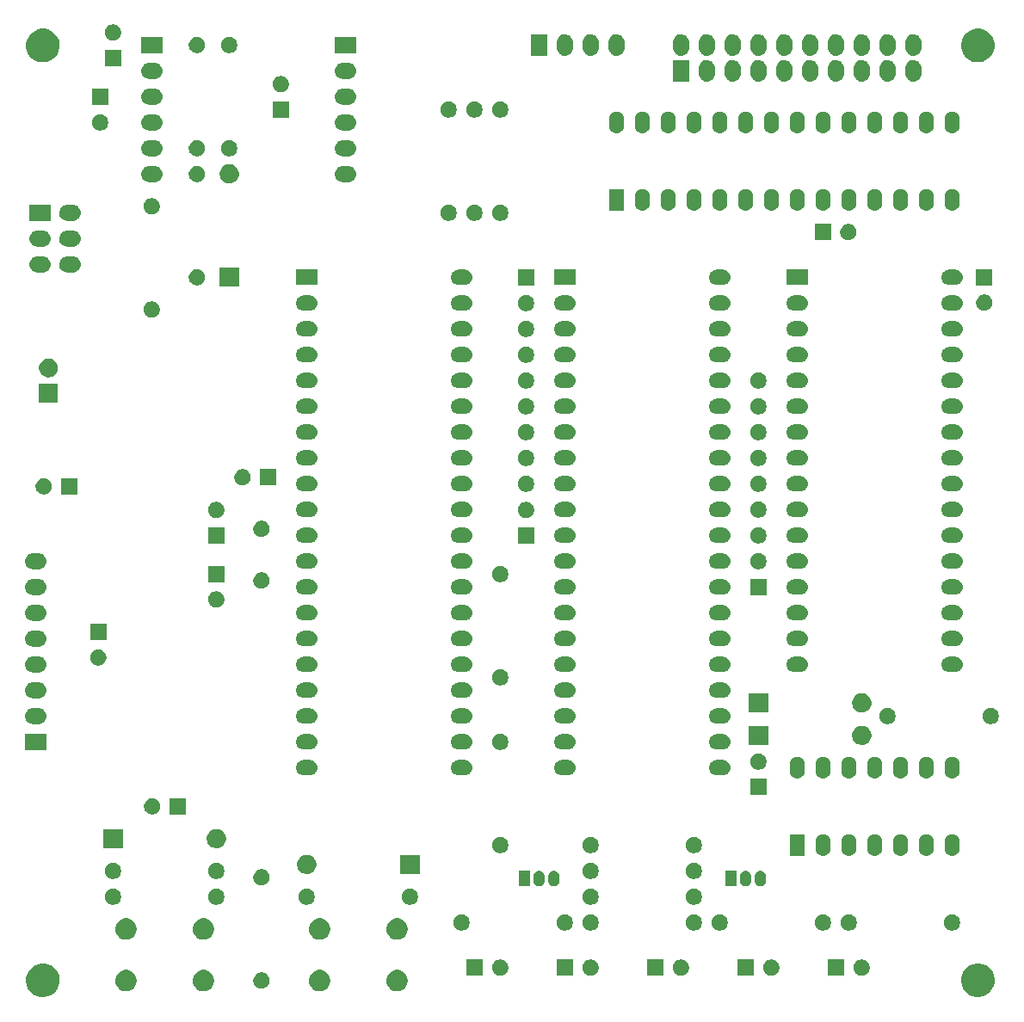
<source format=gts>
G04 #@! TF.FileFunction,Soldermask,Top*
%FSLAX46Y46*%
G04 Gerber Fmt 4.6, Leading zero omitted, Abs format (unit mm)*
G04 Created by KiCad (PCBNEW 4.0.7) date 06/19/18 09:28:48*
%MOMM*%
%LPD*%
G01*
G04 APERTURE LIST*
%ADD10C,0.100000*%
G04 APERTURE END LIST*
D10*
G36*
X35173306Y-118351097D02*
X35490281Y-118416163D01*
X35788577Y-118541554D01*
X36056839Y-118722499D01*
X36284848Y-118952106D01*
X36463916Y-119221623D01*
X36587222Y-119520787D01*
X36650005Y-119837865D01*
X36650005Y-119837875D01*
X36650071Y-119838209D01*
X36644910Y-120207800D01*
X36644834Y-120208134D01*
X36644834Y-120208146D01*
X36573225Y-120523340D01*
X36441611Y-120818948D01*
X36255089Y-121083361D01*
X36020755Y-121306513D01*
X35747550Y-121479894D01*
X35445865Y-121596911D01*
X35127201Y-121653099D01*
X34803690Y-121646323D01*
X34487650Y-121576837D01*
X34191135Y-121447293D01*
X33925427Y-121262621D01*
X33700645Y-121029853D01*
X33525361Y-120757865D01*
X33406242Y-120457005D01*
X33347828Y-120138734D01*
X33352347Y-119815185D01*
X33419622Y-119498677D01*
X33547096Y-119201259D01*
X33729909Y-118934267D01*
X33961101Y-118707867D01*
X34231862Y-118530686D01*
X34531882Y-118409470D01*
X34849729Y-118348837D01*
X35173306Y-118351097D01*
X35173306Y-118351097D01*
G37*
G36*
X127173306Y-118351097D02*
X127490281Y-118416163D01*
X127788577Y-118541554D01*
X128056839Y-118722499D01*
X128284848Y-118952106D01*
X128463916Y-119221623D01*
X128587222Y-119520787D01*
X128650005Y-119837865D01*
X128650005Y-119837875D01*
X128650071Y-119838209D01*
X128644910Y-120207800D01*
X128644834Y-120208134D01*
X128644834Y-120208146D01*
X128573225Y-120523340D01*
X128441611Y-120818948D01*
X128255089Y-121083361D01*
X128020755Y-121306513D01*
X127747550Y-121479894D01*
X127445865Y-121596911D01*
X127127201Y-121653099D01*
X126803690Y-121646323D01*
X126487650Y-121576837D01*
X126191135Y-121447293D01*
X125925427Y-121262621D01*
X125700645Y-121029853D01*
X125525361Y-120757865D01*
X125406242Y-120457005D01*
X125347828Y-120138734D01*
X125352347Y-119815185D01*
X125419622Y-119498677D01*
X125547096Y-119201259D01*
X125729909Y-118934267D01*
X125961101Y-118707867D01*
X126231862Y-118530686D01*
X126531882Y-118409470D01*
X126849729Y-118348837D01*
X127173306Y-118351097D01*
X127173306Y-118351097D01*
G37*
G36*
X43290286Y-118965698D02*
X43491998Y-119007104D01*
X43681821Y-119086898D01*
X43852534Y-119202045D01*
X43997631Y-119348159D01*
X44111583Y-119519670D01*
X44190050Y-119710046D01*
X44229979Y-119911698D01*
X44229979Y-119911703D01*
X44230046Y-119912042D01*
X44226761Y-120147237D01*
X44226684Y-120147575D01*
X44226684Y-120147583D01*
X44181144Y-120348034D01*
X44097389Y-120536149D01*
X43978693Y-120704411D01*
X43829570Y-120846419D01*
X43655714Y-120956751D01*
X43463732Y-121031217D01*
X43260947Y-121066972D01*
X43055076Y-121062661D01*
X42853958Y-121018442D01*
X42665268Y-120936005D01*
X42496181Y-120818486D01*
X42353137Y-120670360D01*
X42241594Y-120497278D01*
X42165790Y-120305822D01*
X42128618Y-120103284D01*
X42131493Y-119897390D01*
X42174304Y-119695977D01*
X42255425Y-119506710D01*
X42371760Y-119336807D01*
X42518883Y-119192733D01*
X42691185Y-119079982D01*
X42882107Y-119002844D01*
X43084372Y-118964260D01*
X43290286Y-118965698D01*
X43290286Y-118965698D01*
G37*
G36*
X69960286Y-118965698D02*
X70161998Y-119007104D01*
X70351821Y-119086898D01*
X70522534Y-119202045D01*
X70667631Y-119348159D01*
X70781583Y-119519670D01*
X70860050Y-119710046D01*
X70899979Y-119911698D01*
X70899979Y-119911703D01*
X70900046Y-119912042D01*
X70896761Y-120147237D01*
X70896684Y-120147575D01*
X70896684Y-120147583D01*
X70851144Y-120348034D01*
X70767389Y-120536149D01*
X70648693Y-120704411D01*
X70499570Y-120846419D01*
X70325714Y-120956751D01*
X70133732Y-121031217D01*
X69930947Y-121066972D01*
X69725076Y-121062661D01*
X69523958Y-121018442D01*
X69335268Y-120936005D01*
X69166181Y-120818486D01*
X69023137Y-120670360D01*
X68911594Y-120497278D01*
X68835790Y-120305822D01*
X68798618Y-120103284D01*
X68801493Y-119897390D01*
X68844304Y-119695977D01*
X68925425Y-119506710D01*
X69041760Y-119336807D01*
X69188883Y-119192733D01*
X69361185Y-119079982D01*
X69552107Y-119002844D01*
X69754372Y-118964260D01*
X69960286Y-118965698D01*
X69960286Y-118965698D01*
G37*
G36*
X50910286Y-118965698D02*
X51111998Y-119007104D01*
X51301821Y-119086898D01*
X51472534Y-119202045D01*
X51617631Y-119348159D01*
X51731583Y-119519670D01*
X51810050Y-119710046D01*
X51849979Y-119911698D01*
X51849979Y-119911703D01*
X51850046Y-119912042D01*
X51846761Y-120147237D01*
X51846684Y-120147575D01*
X51846684Y-120147583D01*
X51801144Y-120348034D01*
X51717389Y-120536149D01*
X51598693Y-120704411D01*
X51449570Y-120846419D01*
X51275714Y-120956751D01*
X51083732Y-121031217D01*
X50880947Y-121066972D01*
X50675076Y-121062661D01*
X50473958Y-121018442D01*
X50285268Y-120936005D01*
X50116181Y-120818486D01*
X49973137Y-120670360D01*
X49861594Y-120497278D01*
X49785790Y-120305822D01*
X49748618Y-120103284D01*
X49751493Y-119897390D01*
X49794304Y-119695977D01*
X49875425Y-119506710D01*
X49991760Y-119336807D01*
X50138883Y-119192733D01*
X50311185Y-119079982D01*
X50502107Y-119002844D01*
X50704372Y-118964260D01*
X50910286Y-118965698D01*
X50910286Y-118965698D01*
G37*
G36*
X62340286Y-118965698D02*
X62541998Y-119007104D01*
X62731821Y-119086898D01*
X62902534Y-119202045D01*
X63047631Y-119348159D01*
X63161583Y-119519670D01*
X63240050Y-119710046D01*
X63279979Y-119911698D01*
X63279979Y-119911703D01*
X63280046Y-119912042D01*
X63276761Y-120147237D01*
X63276684Y-120147575D01*
X63276684Y-120147583D01*
X63231144Y-120348034D01*
X63147389Y-120536149D01*
X63028693Y-120704411D01*
X62879570Y-120846419D01*
X62705714Y-120956751D01*
X62513732Y-121031217D01*
X62310947Y-121066972D01*
X62105076Y-121062661D01*
X61903958Y-121018442D01*
X61715268Y-120936005D01*
X61546181Y-120818486D01*
X61403137Y-120670360D01*
X61291594Y-120497278D01*
X61215790Y-120305822D01*
X61178618Y-120103284D01*
X61181493Y-119897390D01*
X61224304Y-119695977D01*
X61305425Y-119506710D01*
X61421760Y-119336807D01*
X61568883Y-119192733D01*
X61741185Y-119079982D01*
X61932107Y-119002844D01*
X62134372Y-118964260D01*
X62340286Y-118965698D01*
X62340286Y-118965698D01*
G37*
G36*
X56599027Y-119215531D02*
X56752713Y-119247078D01*
X56897340Y-119307874D01*
X57027407Y-119395605D01*
X57137958Y-119506931D01*
X57224779Y-119637605D01*
X57284563Y-119782653D01*
X57314969Y-119936212D01*
X57314969Y-119936227D01*
X57315034Y-119936556D01*
X57312532Y-120115752D01*
X57312456Y-120116086D01*
X57312456Y-120116097D01*
X57277776Y-120268741D01*
X57213964Y-120412066D01*
X57123529Y-120540266D01*
X57009910Y-120648463D01*
X56877449Y-120732526D01*
X56731177Y-120789262D01*
X56576675Y-120816504D01*
X56419821Y-120813219D01*
X56266588Y-120779528D01*
X56122825Y-120716720D01*
X55993991Y-120627178D01*
X55885008Y-120514322D01*
X55800023Y-120382451D01*
X55742268Y-120236579D01*
X55713946Y-120082263D01*
X55716137Y-119925391D01*
X55748754Y-119771936D01*
X55810561Y-119627731D01*
X55899197Y-119498281D01*
X56011292Y-119388509D01*
X56142567Y-119302605D01*
X56288035Y-119243832D01*
X56442140Y-119214435D01*
X56599027Y-119215531D01*
X56599027Y-119215531D01*
G37*
G36*
X106764027Y-117945531D02*
X106917713Y-117977078D01*
X107062340Y-118037874D01*
X107192407Y-118125605D01*
X107302958Y-118236931D01*
X107389779Y-118367605D01*
X107449563Y-118512653D01*
X107479969Y-118666212D01*
X107479969Y-118666227D01*
X107480034Y-118666556D01*
X107477532Y-118845752D01*
X107477456Y-118846086D01*
X107477456Y-118846097D01*
X107442776Y-118998741D01*
X107378964Y-119142066D01*
X107288529Y-119270266D01*
X107174910Y-119378463D01*
X107042449Y-119462526D01*
X106896177Y-119519262D01*
X106741675Y-119546504D01*
X106584821Y-119543219D01*
X106431588Y-119509528D01*
X106287825Y-119446720D01*
X106158991Y-119357178D01*
X106050008Y-119244322D01*
X105965023Y-119112451D01*
X105907268Y-118966579D01*
X105878946Y-118812263D01*
X105881137Y-118655391D01*
X105913754Y-118501936D01*
X105975561Y-118357731D01*
X106064197Y-118228281D01*
X106176292Y-118118509D01*
X106307567Y-118032605D01*
X106453035Y-117973832D01*
X106607140Y-117944435D01*
X106764027Y-117945531D01*
X106764027Y-117945531D01*
G37*
G36*
X97874027Y-117945531D02*
X98027713Y-117977078D01*
X98172340Y-118037874D01*
X98302407Y-118125605D01*
X98412958Y-118236931D01*
X98499779Y-118367605D01*
X98559563Y-118512653D01*
X98589969Y-118666212D01*
X98589969Y-118666227D01*
X98590034Y-118666556D01*
X98587532Y-118845752D01*
X98587456Y-118846086D01*
X98587456Y-118846097D01*
X98552776Y-118998741D01*
X98488964Y-119142066D01*
X98398529Y-119270266D01*
X98284910Y-119378463D01*
X98152449Y-119462526D01*
X98006177Y-119519262D01*
X97851675Y-119546504D01*
X97694821Y-119543219D01*
X97541588Y-119509528D01*
X97397825Y-119446720D01*
X97268991Y-119357178D01*
X97160008Y-119244322D01*
X97075023Y-119112451D01*
X97017268Y-118966579D01*
X96988946Y-118812263D01*
X96991137Y-118655391D01*
X97023754Y-118501936D01*
X97085561Y-118357731D01*
X97174197Y-118228281D01*
X97286292Y-118118509D01*
X97417567Y-118032605D01*
X97563035Y-117973832D01*
X97717140Y-117944435D01*
X97874027Y-117945531D01*
X97874027Y-117945531D01*
G37*
G36*
X80094027Y-117945531D02*
X80247713Y-117977078D01*
X80392340Y-118037874D01*
X80522407Y-118125605D01*
X80632958Y-118236931D01*
X80719779Y-118367605D01*
X80779563Y-118512653D01*
X80809969Y-118666212D01*
X80809969Y-118666227D01*
X80810034Y-118666556D01*
X80807532Y-118845752D01*
X80807456Y-118846086D01*
X80807456Y-118846097D01*
X80772776Y-118998741D01*
X80708964Y-119142066D01*
X80618529Y-119270266D01*
X80504910Y-119378463D01*
X80372449Y-119462526D01*
X80226177Y-119519262D01*
X80071675Y-119546504D01*
X79914821Y-119543219D01*
X79761588Y-119509528D01*
X79617825Y-119446720D01*
X79488991Y-119357178D01*
X79380008Y-119244322D01*
X79295023Y-119112451D01*
X79237268Y-118966579D01*
X79208946Y-118812263D01*
X79211137Y-118655391D01*
X79243754Y-118501936D01*
X79305561Y-118357731D01*
X79394197Y-118228281D01*
X79506292Y-118118509D01*
X79637567Y-118032605D01*
X79783035Y-117973832D01*
X79937140Y-117944435D01*
X80094027Y-117945531D01*
X80094027Y-117945531D01*
G37*
G36*
X88984027Y-117945531D02*
X89137713Y-117977078D01*
X89282340Y-118037874D01*
X89412407Y-118125605D01*
X89522958Y-118236931D01*
X89609779Y-118367605D01*
X89669563Y-118512653D01*
X89699969Y-118666212D01*
X89699969Y-118666227D01*
X89700034Y-118666556D01*
X89697532Y-118845752D01*
X89697456Y-118846086D01*
X89697456Y-118846097D01*
X89662776Y-118998741D01*
X89598964Y-119142066D01*
X89508529Y-119270266D01*
X89394910Y-119378463D01*
X89262449Y-119462526D01*
X89116177Y-119519262D01*
X88961675Y-119546504D01*
X88804821Y-119543219D01*
X88651588Y-119509528D01*
X88507825Y-119446720D01*
X88378991Y-119357178D01*
X88270008Y-119244322D01*
X88185023Y-119112451D01*
X88127268Y-118966579D01*
X88098946Y-118812263D01*
X88101137Y-118655391D01*
X88133754Y-118501936D01*
X88195561Y-118357731D01*
X88284197Y-118228281D01*
X88396292Y-118118509D01*
X88527567Y-118032605D01*
X88673035Y-117973832D01*
X88827140Y-117944435D01*
X88984027Y-117945531D01*
X88984027Y-117945531D01*
G37*
G36*
X115654027Y-117945531D02*
X115807713Y-117977078D01*
X115952340Y-118037874D01*
X116082407Y-118125605D01*
X116192958Y-118236931D01*
X116279779Y-118367605D01*
X116339563Y-118512653D01*
X116369969Y-118666212D01*
X116369969Y-118666227D01*
X116370034Y-118666556D01*
X116367532Y-118845752D01*
X116367456Y-118846086D01*
X116367456Y-118846097D01*
X116332776Y-118998741D01*
X116268964Y-119142066D01*
X116178529Y-119270266D01*
X116064910Y-119378463D01*
X115932449Y-119462526D01*
X115786177Y-119519262D01*
X115631675Y-119546504D01*
X115474821Y-119543219D01*
X115321588Y-119509528D01*
X115177825Y-119446720D01*
X115048991Y-119357178D01*
X114940008Y-119244322D01*
X114855023Y-119112451D01*
X114797268Y-118966579D01*
X114768946Y-118812263D01*
X114771137Y-118655391D01*
X114803754Y-118501936D01*
X114865561Y-118357731D01*
X114954197Y-118228281D01*
X115066292Y-118118509D01*
X115197567Y-118032605D01*
X115343035Y-117973832D01*
X115497140Y-117944435D01*
X115654027Y-117945531D01*
X115654027Y-117945531D01*
G37*
G36*
X113830000Y-119545000D02*
X112230000Y-119545000D01*
X112230000Y-117945000D01*
X113830000Y-117945000D01*
X113830000Y-119545000D01*
X113830000Y-119545000D01*
G37*
G36*
X104940000Y-119545000D02*
X103340000Y-119545000D01*
X103340000Y-117945000D01*
X104940000Y-117945000D01*
X104940000Y-119545000D01*
X104940000Y-119545000D01*
G37*
G36*
X96050000Y-119545000D02*
X94450000Y-119545000D01*
X94450000Y-117945000D01*
X96050000Y-117945000D01*
X96050000Y-119545000D01*
X96050000Y-119545000D01*
G37*
G36*
X78270000Y-119545000D02*
X76670000Y-119545000D01*
X76670000Y-117945000D01*
X78270000Y-117945000D01*
X78270000Y-119545000D01*
X78270000Y-119545000D01*
G37*
G36*
X87160000Y-119545000D02*
X85560000Y-119545000D01*
X85560000Y-117945000D01*
X87160000Y-117945000D01*
X87160000Y-119545000D01*
X87160000Y-119545000D01*
G37*
G36*
X43290286Y-113885698D02*
X43491998Y-113927104D01*
X43681821Y-114006898D01*
X43852534Y-114122045D01*
X43997631Y-114268159D01*
X44111583Y-114439670D01*
X44190050Y-114630046D01*
X44229979Y-114831698D01*
X44229979Y-114831703D01*
X44230046Y-114832042D01*
X44226761Y-115067237D01*
X44226684Y-115067575D01*
X44226684Y-115067583D01*
X44181144Y-115268034D01*
X44097389Y-115456149D01*
X43978693Y-115624411D01*
X43829570Y-115766419D01*
X43655714Y-115876751D01*
X43463732Y-115951217D01*
X43260947Y-115986972D01*
X43055076Y-115982661D01*
X42853958Y-115938442D01*
X42665268Y-115856005D01*
X42496181Y-115738486D01*
X42353137Y-115590360D01*
X42241594Y-115417278D01*
X42165790Y-115225822D01*
X42128618Y-115023284D01*
X42131493Y-114817390D01*
X42174304Y-114615977D01*
X42255425Y-114426710D01*
X42371760Y-114256807D01*
X42518883Y-114112733D01*
X42691185Y-113999982D01*
X42882107Y-113922844D01*
X43084372Y-113884260D01*
X43290286Y-113885698D01*
X43290286Y-113885698D01*
G37*
G36*
X50910286Y-113885698D02*
X51111998Y-113927104D01*
X51301821Y-114006898D01*
X51472534Y-114122045D01*
X51617631Y-114268159D01*
X51731583Y-114439670D01*
X51810050Y-114630046D01*
X51849979Y-114831698D01*
X51849979Y-114831703D01*
X51850046Y-114832042D01*
X51846761Y-115067237D01*
X51846684Y-115067575D01*
X51846684Y-115067583D01*
X51801144Y-115268034D01*
X51717389Y-115456149D01*
X51598693Y-115624411D01*
X51449570Y-115766419D01*
X51275714Y-115876751D01*
X51083732Y-115951217D01*
X50880947Y-115986972D01*
X50675076Y-115982661D01*
X50473958Y-115938442D01*
X50285268Y-115856005D01*
X50116181Y-115738486D01*
X49973137Y-115590360D01*
X49861594Y-115417278D01*
X49785790Y-115225822D01*
X49748618Y-115023284D01*
X49751493Y-114817390D01*
X49794304Y-114615977D01*
X49875425Y-114426710D01*
X49991760Y-114256807D01*
X50138883Y-114112733D01*
X50311185Y-113999982D01*
X50502107Y-113922844D01*
X50704372Y-113884260D01*
X50910286Y-113885698D01*
X50910286Y-113885698D01*
G37*
G36*
X62340286Y-113885698D02*
X62541998Y-113927104D01*
X62731821Y-114006898D01*
X62902534Y-114122045D01*
X63047631Y-114268159D01*
X63161583Y-114439670D01*
X63240050Y-114630046D01*
X63279979Y-114831698D01*
X63279979Y-114831703D01*
X63280046Y-114832042D01*
X63276761Y-115067237D01*
X63276684Y-115067575D01*
X63276684Y-115067583D01*
X63231144Y-115268034D01*
X63147389Y-115456149D01*
X63028693Y-115624411D01*
X62879570Y-115766419D01*
X62705714Y-115876751D01*
X62513732Y-115951217D01*
X62310947Y-115986972D01*
X62105076Y-115982661D01*
X61903958Y-115938442D01*
X61715268Y-115856005D01*
X61546181Y-115738486D01*
X61403137Y-115590360D01*
X61291594Y-115417278D01*
X61215790Y-115225822D01*
X61178618Y-115023284D01*
X61181493Y-114817390D01*
X61224304Y-114615977D01*
X61305425Y-114426710D01*
X61421760Y-114256807D01*
X61568883Y-114112733D01*
X61741185Y-113999982D01*
X61932107Y-113922844D01*
X62134372Y-113884260D01*
X62340286Y-113885698D01*
X62340286Y-113885698D01*
G37*
G36*
X69960286Y-113885698D02*
X70161998Y-113927104D01*
X70351821Y-114006898D01*
X70522534Y-114122045D01*
X70667631Y-114268159D01*
X70781583Y-114439670D01*
X70860050Y-114630046D01*
X70899979Y-114831698D01*
X70899979Y-114831703D01*
X70900046Y-114832042D01*
X70896761Y-115067237D01*
X70896684Y-115067575D01*
X70896684Y-115067583D01*
X70851144Y-115268034D01*
X70767389Y-115456149D01*
X70648693Y-115624411D01*
X70499570Y-115766419D01*
X70325714Y-115876751D01*
X70133732Y-115951217D01*
X69930947Y-115986972D01*
X69725076Y-115982661D01*
X69523958Y-115938442D01*
X69335268Y-115856005D01*
X69166181Y-115738486D01*
X69023137Y-115590360D01*
X68911594Y-115417278D01*
X68835790Y-115225822D01*
X68798618Y-115023284D01*
X68801493Y-114817390D01*
X68844304Y-114615977D01*
X68925425Y-114426710D01*
X69041760Y-114256807D01*
X69188883Y-114112733D01*
X69361185Y-113999982D01*
X69552107Y-113922844D01*
X69754372Y-113884260D01*
X69960286Y-113885698D01*
X69960286Y-113885698D01*
G37*
G36*
X76284027Y-113500531D02*
X76437713Y-113532078D01*
X76582340Y-113592874D01*
X76712407Y-113680605D01*
X76822958Y-113791931D01*
X76909779Y-113922605D01*
X76969563Y-114067653D01*
X76999969Y-114221212D01*
X76999969Y-114221227D01*
X77000034Y-114221556D01*
X76997532Y-114400752D01*
X76997456Y-114401086D01*
X76997456Y-114401097D01*
X76962776Y-114553741D01*
X76898964Y-114697066D01*
X76808529Y-114825266D01*
X76694910Y-114933463D01*
X76562449Y-115017526D01*
X76416177Y-115074262D01*
X76261675Y-115101504D01*
X76104821Y-115098219D01*
X75951588Y-115064528D01*
X75807825Y-115001720D01*
X75678991Y-114912178D01*
X75570008Y-114799322D01*
X75485023Y-114667451D01*
X75427268Y-114521579D01*
X75398946Y-114367263D01*
X75401137Y-114210391D01*
X75433754Y-114056936D01*
X75495561Y-113912731D01*
X75584197Y-113783281D01*
X75696292Y-113673509D01*
X75827567Y-113587605D01*
X75973035Y-113528832D01*
X76127140Y-113499435D01*
X76284027Y-113500531D01*
X76284027Y-113500531D01*
G37*
G36*
X124544027Y-113500531D02*
X124697713Y-113532078D01*
X124842340Y-113592874D01*
X124972407Y-113680605D01*
X125082958Y-113791931D01*
X125169779Y-113922605D01*
X125229563Y-114067653D01*
X125259969Y-114221212D01*
X125259969Y-114221227D01*
X125260034Y-114221556D01*
X125257532Y-114400752D01*
X125257456Y-114401086D01*
X125257456Y-114401097D01*
X125222776Y-114553741D01*
X125158964Y-114697066D01*
X125068529Y-114825266D01*
X124954910Y-114933463D01*
X124822449Y-115017526D01*
X124676177Y-115074262D01*
X124521675Y-115101504D01*
X124364821Y-115098219D01*
X124211588Y-115064528D01*
X124067825Y-115001720D01*
X123938991Y-114912178D01*
X123830008Y-114799322D01*
X123745023Y-114667451D01*
X123687268Y-114521579D01*
X123658946Y-114367263D01*
X123661137Y-114210391D01*
X123693754Y-114056936D01*
X123755561Y-113912731D01*
X123844197Y-113783281D01*
X123956292Y-113673509D01*
X124087567Y-113587605D01*
X124233035Y-113528832D01*
X124387140Y-113499435D01*
X124544027Y-113500531D01*
X124544027Y-113500531D01*
G37*
G36*
X114384027Y-113500531D02*
X114537713Y-113532078D01*
X114682340Y-113592874D01*
X114812407Y-113680605D01*
X114922958Y-113791931D01*
X115009779Y-113922605D01*
X115069563Y-114067653D01*
X115099969Y-114221212D01*
X115099969Y-114221227D01*
X115100034Y-114221556D01*
X115097532Y-114400752D01*
X115097456Y-114401086D01*
X115097456Y-114401097D01*
X115062776Y-114553741D01*
X114998964Y-114697066D01*
X114908529Y-114825266D01*
X114794910Y-114933463D01*
X114662449Y-115017526D01*
X114516177Y-115074262D01*
X114361675Y-115101504D01*
X114204821Y-115098219D01*
X114051588Y-115064528D01*
X113907825Y-115001720D01*
X113778991Y-114912178D01*
X113670008Y-114799322D01*
X113585023Y-114667451D01*
X113527268Y-114521579D01*
X113498946Y-114367263D01*
X113501137Y-114210391D01*
X113533754Y-114056936D01*
X113595561Y-113912731D01*
X113684197Y-113783281D01*
X113796292Y-113673509D01*
X113927567Y-113587605D01*
X114073035Y-113528832D01*
X114227140Y-113499435D01*
X114384027Y-113500531D01*
X114384027Y-113500531D01*
G37*
G36*
X111844027Y-113500531D02*
X111997713Y-113532078D01*
X112142340Y-113592874D01*
X112272407Y-113680605D01*
X112382958Y-113791931D01*
X112469779Y-113922605D01*
X112529563Y-114067653D01*
X112559969Y-114221212D01*
X112559969Y-114221227D01*
X112560034Y-114221556D01*
X112557532Y-114400752D01*
X112557456Y-114401086D01*
X112557456Y-114401097D01*
X112522776Y-114553741D01*
X112458964Y-114697066D01*
X112368529Y-114825266D01*
X112254910Y-114933463D01*
X112122449Y-115017526D01*
X111976177Y-115074262D01*
X111821675Y-115101504D01*
X111664821Y-115098219D01*
X111511588Y-115064528D01*
X111367825Y-115001720D01*
X111238991Y-114912178D01*
X111130008Y-114799322D01*
X111045023Y-114667451D01*
X110987268Y-114521579D01*
X110958946Y-114367263D01*
X110961137Y-114210391D01*
X110993754Y-114056936D01*
X111055561Y-113912731D01*
X111144197Y-113783281D01*
X111256292Y-113673509D01*
X111387567Y-113587605D01*
X111533035Y-113528832D01*
X111687140Y-113499435D01*
X111844027Y-113500531D01*
X111844027Y-113500531D01*
G37*
G36*
X88984027Y-113500531D02*
X89137713Y-113532078D01*
X89282340Y-113592874D01*
X89412407Y-113680605D01*
X89522958Y-113791931D01*
X89609779Y-113922605D01*
X89669563Y-114067653D01*
X89699969Y-114221212D01*
X89699969Y-114221227D01*
X89700034Y-114221556D01*
X89697532Y-114400752D01*
X89697456Y-114401086D01*
X89697456Y-114401097D01*
X89662776Y-114553741D01*
X89598964Y-114697066D01*
X89508529Y-114825266D01*
X89394910Y-114933463D01*
X89262449Y-115017526D01*
X89116177Y-115074262D01*
X88961675Y-115101504D01*
X88804821Y-115098219D01*
X88651588Y-115064528D01*
X88507825Y-115001720D01*
X88378991Y-114912178D01*
X88270008Y-114799322D01*
X88185023Y-114667451D01*
X88127268Y-114521579D01*
X88098946Y-114367263D01*
X88101137Y-114210391D01*
X88133754Y-114056936D01*
X88195561Y-113912731D01*
X88284197Y-113783281D01*
X88396292Y-113673509D01*
X88527567Y-113587605D01*
X88673035Y-113528832D01*
X88827140Y-113499435D01*
X88984027Y-113500531D01*
X88984027Y-113500531D01*
G37*
G36*
X86444027Y-113500531D02*
X86597713Y-113532078D01*
X86742340Y-113592874D01*
X86872407Y-113680605D01*
X86982958Y-113791931D01*
X87069779Y-113922605D01*
X87129563Y-114067653D01*
X87159969Y-114221212D01*
X87159969Y-114221227D01*
X87160034Y-114221556D01*
X87157532Y-114400752D01*
X87157456Y-114401086D01*
X87157456Y-114401097D01*
X87122776Y-114553741D01*
X87058964Y-114697066D01*
X86968529Y-114825266D01*
X86854910Y-114933463D01*
X86722449Y-115017526D01*
X86576177Y-115074262D01*
X86421675Y-115101504D01*
X86264821Y-115098219D01*
X86111588Y-115064528D01*
X85967825Y-115001720D01*
X85838991Y-114912178D01*
X85730008Y-114799322D01*
X85645023Y-114667451D01*
X85587268Y-114521579D01*
X85558946Y-114367263D01*
X85561137Y-114210391D01*
X85593754Y-114056936D01*
X85655561Y-113912731D01*
X85744197Y-113783281D01*
X85856292Y-113673509D01*
X85987567Y-113587605D01*
X86133035Y-113528832D01*
X86287140Y-113499435D01*
X86444027Y-113500531D01*
X86444027Y-113500531D01*
G37*
G36*
X101684027Y-113500531D02*
X101837713Y-113532078D01*
X101982340Y-113592874D01*
X102112407Y-113680605D01*
X102222958Y-113791931D01*
X102309779Y-113922605D01*
X102369563Y-114067653D01*
X102399969Y-114221212D01*
X102399969Y-114221227D01*
X102400034Y-114221556D01*
X102397532Y-114400752D01*
X102397456Y-114401086D01*
X102397456Y-114401097D01*
X102362776Y-114553741D01*
X102298964Y-114697066D01*
X102208529Y-114825266D01*
X102094910Y-114933463D01*
X101962449Y-115017526D01*
X101816177Y-115074262D01*
X101661675Y-115101504D01*
X101504821Y-115098219D01*
X101351588Y-115064528D01*
X101207825Y-115001720D01*
X101078991Y-114912178D01*
X100970008Y-114799322D01*
X100885023Y-114667451D01*
X100827268Y-114521579D01*
X100798946Y-114367263D01*
X100801137Y-114210391D01*
X100833754Y-114056936D01*
X100895561Y-113912731D01*
X100984197Y-113783281D01*
X101096292Y-113673509D01*
X101227567Y-113587605D01*
X101373035Y-113528832D01*
X101527140Y-113499435D01*
X101684027Y-113500531D01*
X101684027Y-113500531D01*
G37*
G36*
X99144027Y-113500531D02*
X99297713Y-113532078D01*
X99442340Y-113592874D01*
X99572407Y-113680605D01*
X99682958Y-113791931D01*
X99769779Y-113922605D01*
X99829563Y-114067653D01*
X99859969Y-114221212D01*
X99859969Y-114221227D01*
X99860034Y-114221556D01*
X99857532Y-114400752D01*
X99857456Y-114401086D01*
X99857456Y-114401097D01*
X99822776Y-114553741D01*
X99758964Y-114697066D01*
X99668529Y-114825266D01*
X99554910Y-114933463D01*
X99422449Y-115017526D01*
X99276177Y-115074262D01*
X99121675Y-115101504D01*
X98964821Y-115098219D01*
X98811588Y-115064528D01*
X98667825Y-115001720D01*
X98538991Y-114912178D01*
X98430008Y-114799322D01*
X98345023Y-114667451D01*
X98287268Y-114521579D01*
X98258946Y-114367263D01*
X98261137Y-114210391D01*
X98293754Y-114056936D01*
X98355561Y-113912731D01*
X98444197Y-113783281D01*
X98556292Y-113673509D01*
X98687567Y-113587605D01*
X98833035Y-113528832D01*
X98987140Y-113499435D01*
X99144027Y-113500531D01*
X99144027Y-113500531D01*
G37*
G36*
X71204027Y-110960531D02*
X71357713Y-110992078D01*
X71502340Y-111052874D01*
X71632407Y-111140605D01*
X71742958Y-111251931D01*
X71829779Y-111382605D01*
X71889563Y-111527653D01*
X71919969Y-111681212D01*
X71919969Y-111681227D01*
X71920034Y-111681556D01*
X71917532Y-111860752D01*
X71917456Y-111861086D01*
X71917456Y-111861097D01*
X71882776Y-112013741D01*
X71818964Y-112157066D01*
X71728529Y-112285266D01*
X71614910Y-112393463D01*
X71482449Y-112477526D01*
X71336177Y-112534262D01*
X71181675Y-112561504D01*
X71024821Y-112558219D01*
X70871588Y-112524528D01*
X70727825Y-112461720D01*
X70598991Y-112372178D01*
X70490008Y-112259322D01*
X70405023Y-112127451D01*
X70347268Y-111981579D01*
X70318946Y-111827263D01*
X70321137Y-111670391D01*
X70353754Y-111516936D01*
X70415561Y-111372731D01*
X70504197Y-111243281D01*
X70616292Y-111133509D01*
X70747567Y-111047605D01*
X70893035Y-110988832D01*
X71047140Y-110959435D01*
X71204027Y-110960531D01*
X71204027Y-110960531D01*
G37*
G36*
X88984027Y-110960531D02*
X89137713Y-110992078D01*
X89282340Y-111052874D01*
X89412407Y-111140605D01*
X89522958Y-111251931D01*
X89609779Y-111382605D01*
X89669563Y-111527653D01*
X89699969Y-111681212D01*
X89699969Y-111681227D01*
X89700034Y-111681556D01*
X89697532Y-111860752D01*
X89697456Y-111861086D01*
X89697456Y-111861097D01*
X89662776Y-112013741D01*
X89598964Y-112157066D01*
X89508529Y-112285266D01*
X89394910Y-112393463D01*
X89262449Y-112477526D01*
X89116177Y-112534262D01*
X88961675Y-112561504D01*
X88804821Y-112558219D01*
X88651588Y-112524528D01*
X88507825Y-112461720D01*
X88378991Y-112372178D01*
X88270008Y-112259322D01*
X88185023Y-112127451D01*
X88127268Y-111981579D01*
X88098946Y-111827263D01*
X88101137Y-111670391D01*
X88133754Y-111516936D01*
X88195561Y-111372731D01*
X88284197Y-111243281D01*
X88396292Y-111133509D01*
X88527567Y-111047605D01*
X88673035Y-110988832D01*
X88827140Y-110959435D01*
X88984027Y-110960531D01*
X88984027Y-110960531D01*
G37*
G36*
X99144027Y-110960531D02*
X99297713Y-110992078D01*
X99442340Y-111052874D01*
X99572407Y-111140605D01*
X99682958Y-111251931D01*
X99769779Y-111382605D01*
X99829563Y-111527653D01*
X99859969Y-111681212D01*
X99859969Y-111681227D01*
X99860034Y-111681556D01*
X99857532Y-111860752D01*
X99857456Y-111861086D01*
X99857456Y-111861097D01*
X99822776Y-112013741D01*
X99758964Y-112157066D01*
X99668529Y-112285266D01*
X99554910Y-112393463D01*
X99422449Y-112477526D01*
X99276177Y-112534262D01*
X99121675Y-112561504D01*
X98964821Y-112558219D01*
X98811588Y-112524528D01*
X98667825Y-112461720D01*
X98538991Y-112372178D01*
X98430008Y-112259322D01*
X98345023Y-112127451D01*
X98287268Y-111981579D01*
X98258946Y-111827263D01*
X98261137Y-111670391D01*
X98293754Y-111516936D01*
X98355561Y-111372731D01*
X98444197Y-111243281D01*
X98556292Y-111133509D01*
X98687567Y-111047605D01*
X98833035Y-110988832D01*
X98987140Y-110959435D01*
X99144027Y-110960531D01*
X99144027Y-110960531D01*
G37*
G36*
X52154027Y-110960531D02*
X52307713Y-110992078D01*
X52452340Y-111052874D01*
X52582407Y-111140605D01*
X52692958Y-111251931D01*
X52779779Y-111382605D01*
X52839563Y-111527653D01*
X52869969Y-111681212D01*
X52869969Y-111681227D01*
X52870034Y-111681556D01*
X52867532Y-111860752D01*
X52867456Y-111861086D01*
X52867456Y-111861097D01*
X52832776Y-112013741D01*
X52768964Y-112157066D01*
X52678529Y-112285266D01*
X52564910Y-112393463D01*
X52432449Y-112477526D01*
X52286177Y-112534262D01*
X52131675Y-112561504D01*
X51974821Y-112558219D01*
X51821588Y-112524528D01*
X51677825Y-112461720D01*
X51548991Y-112372178D01*
X51440008Y-112259322D01*
X51355023Y-112127451D01*
X51297268Y-111981579D01*
X51268946Y-111827263D01*
X51271137Y-111670391D01*
X51303754Y-111516936D01*
X51365561Y-111372731D01*
X51454197Y-111243281D01*
X51566292Y-111133509D01*
X51697567Y-111047605D01*
X51843035Y-110988832D01*
X51997140Y-110959435D01*
X52154027Y-110960531D01*
X52154027Y-110960531D01*
G37*
G36*
X41994027Y-110960531D02*
X42147713Y-110992078D01*
X42292340Y-111052874D01*
X42422407Y-111140605D01*
X42532958Y-111251931D01*
X42619779Y-111382605D01*
X42679563Y-111527653D01*
X42709969Y-111681212D01*
X42709969Y-111681227D01*
X42710034Y-111681556D01*
X42707532Y-111860752D01*
X42707456Y-111861086D01*
X42707456Y-111861097D01*
X42672776Y-112013741D01*
X42608964Y-112157066D01*
X42518529Y-112285266D01*
X42404910Y-112393463D01*
X42272449Y-112477526D01*
X42126177Y-112534262D01*
X41971675Y-112561504D01*
X41814821Y-112558219D01*
X41661588Y-112524528D01*
X41517825Y-112461720D01*
X41388991Y-112372178D01*
X41280008Y-112259322D01*
X41195023Y-112127451D01*
X41137268Y-111981579D01*
X41108946Y-111827263D01*
X41111137Y-111670391D01*
X41143754Y-111516936D01*
X41205561Y-111372731D01*
X41294197Y-111243281D01*
X41406292Y-111133509D01*
X41537567Y-111047605D01*
X41683035Y-110988832D01*
X41837140Y-110959435D01*
X41994027Y-110960531D01*
X41994027Y-110960531D01*
G37*
G36*
X61044027Y-110960531D02*
X61197713Y-110992078D01*
X61342340Y-111052874D01*
X61472407Y-111140605D01*
X61582958Y-111251931D01*
X61669779Y-111382605D01*
X61729563Y-111527653D01*
X61759969Y-111681212D01*
X61759969Y-111681227D01*
X61760034Y-111681556D01*
X61757532Y-111860752D01*
X61757456Y-111861086D01*
X61757456Y-111861097D01*
X61722776Y-112013741D01*
X61658964Y-112157066D01*
X61568529Y-112285266D01*
X61454910Y-112393463D01*
X61322449Y-112477526D01*
X61176177Y-112534262D01*
X61021675Y-112561504D01*
X60864821Y-112558219D01*
X60711588Y-112524528D01*
X60567825Y-112461720D01*
X60438991Y-112372178D01*
X60330008Y-112259322D01*
X60245023Y-112127451D01*
X60187268Y-111981579D01*
X60158946Y-111827263D01*
X60161137Y-111670391D01*
X60193754Y-111516936D01*
X60255561Y-111372731D01*
X60344197Y-111243281D01*
X60456292Y-111133509D01*
X60587567Y-111047605D01*
X60733035Y-110988832D01*
X60887140Y-110959435D01*
X61044027Y-110960531D01*
X61044027Y-110960531D01*
G37*
G36*
X83930544Y-109239597D02*
X83930558Y-109239601D01*
X83930593Y-109239605D01*
X84033134Y-109271346D01*
X84127556Y-109322400D01*
X84210264Y-109390822D01*
X84278107Y-109474006D01*
X84328500Y-109568782D01*
X84359525Y-109671542D01*
X84370000Y-109778371D01*
X84370000Y-110185669D01*
X84369961Y-110191286D01*
X84369960Y-110191293D01*
X84369946Y-110193308D01*
X84357981Y-110299980D01*
X84325524Y-110402297D01*
X84273812Y-110496361D01*
X84204815Y-110578589D01*
X84121160Y-110645849D01*
X84026034Y-110695580D01*
X83923060Y-110725887D01*
X83923026Y-110725890D01*
X83923013Y-110725894D01*
X83816162Y-110735618D01*
X83709456Y-110724403D01*
X83709442Y-110724399D01*
X83709407Y-110724395D01*
X83606866Y-110692654D01*
X83512444Y-110641600D01*
X83429736Y-110573178D01*
X83361893Y-110489994D01*
X83311500Y-110395218D01*
X83280475Y-110292458D01*
X83270000Y-110185629D01*
X83270000Y-109778331D01*
X83270039Y-109772714D01*
X83270040Y-109772707D01*
X83270054Y-109770692D01*
X83282019Y-109664020D01*
X83314476Y-109561703D01*
X83366188Y-109467639D01*
X83435185Y-109385411D01*
X83518840Y-109318151D01*
X83613966Y-109268420D01*
X83716940Y-109238113D01*
X83716974Y-109238110D01*
X83716987Y-109238106D01*
X83823838Y-109228382D01*
X83930544Y-109239597D01*
X83930544Y-109239597D01*
G37*
G36*
X85400544Y-109239597D02*
X85400558Y-109239601D01*
X85400593Y-109239605D01*
X85503134Y-109271346D01*
X85597556Y-109322400D01*
X85680264Y-109390822D01*
X85748107Y-109474006D01*
X85798500Y-109568782D01*
X85829525Y-109671542D01*
X85840000Y-109778371D01*
X85840000Y-110185669D01*
X85839961Y-110191286D01*
X85839960Y-110191293D01*
X85839946Y-110193308D01*
X85827981Y-110299980D01*
X85795524Y-110402297D01*
X85743812Y-110496361D01*
X85674815Y-110578589D01*
X85591160Y-110645849D01*
X85496034Y-110695580D01*
X85393060Y-110725887D01*
X85393026Y-110725890D01*
X85393013Y-110725894D01*
X85286162Y-110735618D01*
X85179456Y-110724403D01*
X85179442Y-110724399D01*
X85179407Y-110724395D01*
X85076866Y-110692654D01*
X84982444Y-110641600D01*
X84899736Y-110573178D01*
X84831893Y-110489994D01*
X84781500Y-110395218D01*
X84750475Y-110292458D01*
X84740000Y-110185629D01*
X84740000Y-109778331D01*
X84740039Y-109772714D01*
X84740040Y-109772707D01*
X84740054Y-109770692D01*
X84752019Y-109664020D01*
X84784476Y-109561703D01*
X84836188Y-109467639D01*
X84905185Y-109385411D01*
X84988840Y-109318151D01*
X85083966Y-109268420D01*
X85186940Y-109238113D01*
X85186974Y-109238110D01*
X85186987Y-109238106D01*
X85293838Y-109228382D01*
X85400544Y-109239597D01*
X85400544Y-109239597D01*
G37*
G36*
X104250544Y-109239597D02*
X104250558Y-109239601D01*
X104250593Y-109239605D01*
X104353134Y-109271346D01*
X104447556Y-109322400D01*
X104530264Y-109390822D01*
X104598107Y-109474006D01*
X104648500Y-109568782D01*
X104679525Y-109671542D01*
X104690000Y-109778371D01*
X104690000Y-110185669D01*
X104689961Y-110191286D01*
X104689960Y-110191293D01*
X104689946Y-110193308D01*
X104677981Y-110299980D01*
X104645524Y-110402297D01*
X104593812Y-110496361D01*
X104524815Y-110578589D01*
X104441160Y-110645849D01*
X104346034Y-110695580D01*
X104243060Y-110725887D01*
X104243026Y-110725890D01*
X104243013Y-110725894D01*
X104136162Y-110735618D01*
X104029456Y-110724403D01*
X104029442Y-110724399D01*
X104029407Y-110724395D01*
X103926866Y-110692654D01*
X103832444Y-110641600D01*
X103749736Y-110573178D01*
X103681893Y-110489994D01*
X103631500Y-110395218D01*
X103600475Y-110292458D01*
X103590000Y-110185629D01*
X103590000Y-109778331D01*
X103590039Y-109772714D01*
X103590040Y-109772707D01*
X103590054Y-109770692D01*
X103602019Y-109664020D01*
X103634476Y-109561703D01*
X103686188Y-109467639D01*
X103755185Y-109385411D01*
X103838840Y-109318151D01*
X103933966Y-109268420D01*
X104036940Y-109238113D01*
X104036974Y-109238110D01*
X104036987Y-109238106D01*
X104143838Y-109228382D01*
X104250544Y-109239597D01*
X104250544Y-109239597D01*
G37*
G36*
X105720544Y-109239597D02*
X105720558Y-109239601D01*
X105720593Y-109239605D01*
X105823134Y-109271346D01*
X105917556Y-109322400D01*
X106000264Y-109390822D01*
X106068107Y-109474006D01*
X106118500Y-109568782D01*
X106149525Y-109671542D01*
X106160000Y-109778371D01*
X106160000Y-110185669D01*
X106159961Y-110191286D01*
X106159960Y-110191293D01*
X106159946Y-110193308D01*
X106147981Y-110299980D01*
X106115524Y-110402297D01*
X106063812Y-110496361D01*
X105994815Y-110578589D01*
X105911160Y-110645849D01*
X105816034Y-110695580D01*
X105713060Y-110725887D01*
X105713026Y-110725890D01*
X105713013Y-110725894D01*
X105606162Y-110735618D01*
X105499456Y-110724403D01*
X105499442Y-110724399D01*
X105499407Y-110724395D01*
X105396866Y-110692654D01*
X105302444Y-110641600D01*
X105219736Y-110573178D01*
X105151893Y-110489994D01*
X105101500Y-110395218D01*
X105070475Y-110292458D01*
X105060000Y-110185629D01*
X105060000Y-109778331D01*
X105060039Y-109772714D01*
X105060040Y-109772707D01*
X105060054Y-109770692D01*
X105072019Y-109664020D01*
X105104476Y-109561703D01*
X105156188Y-109467639D01*
X105225185Y-109385411D01*
X105308840Y-109318151D01*
X105403966Y-109268420D01*
X105506940Y-109238113D01*
X105506974Y-109238110D01*
X105506987Y-109238106D01*
X105613838Y-109228382D01*
X105720544Y-109239597D01*
X105720544Y-109239597D01*
G37*
G36*
X82900000Y-110732000D02*
X81800000Y-110732000D01*
X81800000Y-109232000D01*
X82900000Y-109232000D01*
X82900000Y-110732000D01*
X82900000Y-110732000D01*
G37*
G36*
X103220000Y-110732000D02*
X102120000Y-110732000D01*
X102120000Y-109232000D01*
X103220000Y-109232000D01*
X103220000Y-110732000D01*
X103220000Y-110732000D01*
G37*
G36*
X56599027Y-109055531D02*
X56752713Y-109087078D01*
X56897340Y-109147874D01*
X57027407Y-109235605D01*
X57137958Y-109346931D01*
X57224779Y-109477605D01*
X57284563Y-109622653D01*
X57314969Y-109776212D01*
X57314969Y-109776227D01*
X57315034Y-109776556D01*
X57312532Y-109955752D01*
X57312456Y-109956086D01*
X57312456Y-109956097D01*
X57277776Y-110108741D01*
X57213964Y-110252066D01*
X57123529Y-110380266D01*
X57009910Y-110488463D01*
X56877449Y-110572526D01*
X56731177Y-110629262D01*
X56576675Y-110656504D01*
X56419821Y-110653219D01*
X56266588Y-110619528D01*
X56122825Y-110556720D01*
X55993991Y-110467178D01*
X55885008Y-110354322D01*
X55800023Y-110222451D01*
X55742268Y-110076579D01*
X55713946Y-109922263D01*
X55716137Y-109765391D01*
X55748754Y-109611936D01*
X55810561Y-109467731D01*
X55899197Y-109338281D01*
X56011292Y-109228509D01*
X56142567Y-109142605D01*
X56288035Y-109083832D01*
X56442140Y-109054435D01*
X56599027Y-109055531D01*
X56599027Y-109055531D01*
G37*
G36*
X99144027Y-108420531D02*
X99297713Y-108452078D01*
X99442340Y-108512874D01*
X99572407Y-108600605D01*
X99682958Y-108711931D01*
X99769779Y-108842605D01*
X99829563Y-108987653D01*
X99859969Y-109141212D01*
X99859969Y-109141227D01*
X99860034Y-109141556D01*
X99857532Y-109320752D01*
X99857456Y-109321086D01*
X99857456Y-109321097D01*
X99822776Y-109473741D01*
X99758964Y-109617066D01*
X99668529Y-109745266D01*
X99554910Y-109853463D01*
X99422449Y-109937526D01*
X99276177Y-109994262D01*
X99121675Y-110021504D01*
X98964821Y-110018219D01*
X98811588Y-109984528D01*
X98667825Y-109921720D01*
X98538991Y-109832178D01*
X98430008Y-109719322D01*
X98345023Y-109587451D01*
X98287268Y-109441579D01*
X98258946Y-109287263D01*
X98261137Y-109130391D01*
X98293754Y-108976936D01*
X98355561Y-108832731D01*
X98444197Y-108703281D01*
X98556292Y-108593509D01*
X98687567Y-108507605D01*
X98833035Y-108448832D01*
X98987140Y-108419435D01*
X99144027Y-108420531D01*
X99144027Y-108420531D01*
G37*
G36*
X88984027Y-108420531D02*
X89137713Y-108452078D01*
X89282340Y-108512874D01*
X89412407Y-108600605D01*
X89522958Y-108711931D01*
X89609779Y-108842605D01*
X89669563Y-108987653D01*
X89699969Y-109141212D01*
X89699969Y-109141227D01*
X89700034Y-109141556D01*
X89697532Y-109320752D01*
X89697456Y-109321086D01*
X89697456Y-109321097D01*
X89662776Y-109473741D01*
X89598964Y-109617066D01*
X89508529Y-109745266D01*
X89394910Y-109853463D01*
X89262449Y-109937526D01*
X89116177Y-109994262D01*
X88961675Y-110021504D01*
X88804821Y-110018219D01*
X88651588Y-109984528D01*
X88507825Y-109921720D01*
X88378991Y-109832178D01*
X88270008Y-109719322D01*
X88185023Y-109587451D01*
X88127268Y-109441579D01*
X88098946Y-109287263D01*
X88101137Y-109130391D01*
X88133754Y-108976936D01*
X88195561Y-108832731D01*
X88284197Y-108703281D01*
X88396292Y-108593509D01*
X88527567Y-108507605D01*
X88673035Y-108448832D01*
X88827140Y-108419435D01*
X88984027Y-108420531D01*
X88984027Y-108420531D01*
G37*
G36*
X41994027Y-108420531D02*
X42147713Y-108452078D01*
X42292340Y-108512874D01*
X42422407Y-108600605D01*
X42532958Y-108711931D01*
X42619779Y-108842605D01*
X42679563Y-108987653D01*
X42709969Y-109141212D01*
X42709969Y-109141227D01*
X42710034Y-109141556D01*
X42707532Y-109320752D01*
X42707456Y-109321086D01*
X42707456Y-109321097D01*
X42672776Y-109473741D01*
X42608964Y-109617066D01*
X42518529Y-109745266D01*
X42404910Y-109853463D01*
X42272449Y-109937526D01*
X42126177Y-109994262D01*
X41971675Y-110021504D01*
X41814821Y-110018219D01*
X41661588Y-109984528D01*
X41517825Y-109921720D01*
X41388991Y-109832178D01*
X41280008Y-109719322D01*
X41195023Y-109587451D01*
X41137268Y-109441579D01*
X41108946Y-109287263D01*
X41111137Y-109130391D01*
X41143754Y-108976936D01*
X41205561Y-108832731D01*
X41294197Y-108703281D01*
X41406292Y-108593509D01*
X41537567Y-108507605D01*
X41683035Y-108448832D01*
X41837140Y-108419435D01*
X41994027Y-108420531D01*
X41994027Y-108420531D01*
G37*
G36*
X52154027Y-108420531D02*
X52307713Y-108452078D01*
X52452340Y-108512874D01*
X52582407Y-108600605D01*
X52692958Y-108711931D01*
X52779779Y-108842605D01*
X52839563Y-108987653D01*
X52869969Y-109141212D01*
X52869969Y-109141227D01*
X52870034Y-109141556D01*
X52867532Y-109320752D01*
X52867456Y-109321086D01*
X52867456Y-109321097D01*
X52832776Y-109473741D01*
X52768964Y-109617066D01*
X52678529Y-109745266D01*
X52564910Y-109853463D01*
X52432449Y-109937526D01*
X52286177Y-109994262D01*
X52131675Y-110021504D01*
X51974821Y-110018219D01*
X51821588Y-109984528D01*
X51677825Y-109921720D01*
X51548991Y-109832178D01*
X51440008Y-109719322D01*
X51355023Y-109587451D01*
X51297268Y-109441579D01*
X51268946Y-109287263D01*
X51271137Y-109130391D01*
X51303754Y-108976936D01*
X51365561Y-108832731D01*
X51454197Y-108703281D01*
X51566292Y-108593509D01*
X51697567Y-108507605D01*
X51843035Y-108448832D01*
X51997140Y-108419435D01*
X52154027Y-108420531D01*
X52154027Y-108420531D01*
G37*
G36*
X61059782Y-107635631D02*
X61242284Y-107673093D01*
X61414029Y-107745288D01*
X61568483Y-107849468D01*
X61699762Y-107981667D01*
X61802862Y-108136844D01*
X61873856Y-108309089D01*
X61909975Y-108491504D01*
X61909975Y-108491514D01*
X61910041Y-108491848D01*
X61907070Y-108704643D01*
X61906994Y-108704977D01*
X61906994Y-108704989D01*
X61865798Y-108886316D01*
X61790019Y-109056516D01*
X61682628Y-109208754D01*
X61547707Y-109337237D01*
X61390408Y-109437061D01*
X61216710Y-109504435D01*
X61033238Y-109536785D01*
X60846974Y-109532884D01*
X60665011Y-109492877D01*
X60494289Y-109418290D01*
X60341306Y-109311964D01*
X60211885Y-109177946D01*
X60110965Y-109021348D01*
X60042381Y-108848125D01*
X60008748Y-108664876D01*
X60011350Y-108478591D01*
X60050084Y-108296360D01*
X60123479Y-108125118D01*
X60228735Y-107971396D01*
X60361846Y-107841043D01*
X60517738Y-107739030D01*
X60690477Y-107669239D01*
X60873479Y-107634330D01*
X61059782Y-107635631D01*
X61059782Y-107635631D01*
G37*
G36*
X72070000Y-109535000D02*
X70170000Y-109535000D01*
X70170000Y-107635000D01*
X72070000Y-107635000D01*
X72070000Y-109535000D01*
X72070000Y-109535000D01*
G37*
G36*
X111910760Y-105640232D02*
X111910765Y-105640233D01*
X111910808Y-105640238D01*
X112050637Y-105683522D01*
X112179395Y-105753141D01*
X112292178Y-105846443D01*
X112384691Y-105959875D01*
X112453410Y-106089116D01*
X112495716Y-106229243D01*
X112510000Y-106374919D01*
X112510000Y-106985081D01*
X112509927Y-106995553D01*
X112493611Y-107141015D01*
X112449352Y-107280537D01*
X112378835Y-107408806D01*
X112284748Y-107520936D01*
X112170672Y-107612654D01*
X112040955Y-107680469D01*
X111900536Y-107721796D01*
X111900502Y-107721799D01*
X111900489Y-107721803D01*
X111754767Y-107735065D01*
X111609240Y-107719768D01*
X111609235Y-107719767D01*
X111609192Y-107719762D01*
X111469363Y-107676478D01*
X111340605Y-107606859D01*
X111227822Y-107513557D01*
X111135309Y-107400125D01*
X111066590Y-107270884D01*
X111024284Y-107130757D01*
X111010000Y-106985081D01*
X111010000Y-106374919D01*
X111010073Y-106364447D01*
X111026389Y-106218985D01*
X111070648Y-106079463D01*
X111141165Y-105951194D01*
X111235252Y-105839064D01*
X111349328Y-105747346D01*
X111479045Y-105679531D01*
X111619464Y-105638204D01*
X111619498Y-105638201D01*
X111619511Y-105638197D01*
X111765233Y-105624935D01*
X111910760Y-105640232D01*
X111910760Y-105640232D01*
G37*
G36*
X114450760Y-105640232D02*
X114450765Y-105640233D01*
X114450808Y-105640238D01*
X114590637Y-105683522D01*
X114719395Y-105753141D01*
X114832178Y-105846443D01*
X114924691Y-105959875D01*
X114993410Y-106089116D01*
X115035716Y-106229243D01*
X115050000Y-106374919D01*
X115050000Y-106985081D01*
X115049927Y-106995553D01*
X115033611Y-107141015D01*
X114989352Y-107280537D01*
X114918835Y-107408806D01*
X114824748Y-107520936D01*
X114710672Y-107612654D01*
X114580955Y-107680469D01*
X114440536Y-107721796D01*
X114440502Y-107721799D01*
X114440489Y-107721803D01*
X114294767Y-107735065D01*
X114149240Y-107719768D01*
X114149235Y-107719767D01*
X114149192Y-107719762D01*
X114009363Y-107676478D01*
X113880605Y-107606859D01*
X113767822Y-107513557D01*
X113675309Y-107400125D01*
X113606590Y-107270884D01*
X113564284Y-107130757D01*
X113550000Y-106985081D01*
X113550000Y-106374919D01*
X113550073Y-106364447D01*
X113566389Y-106218985D01*
X113610648Y-106079463D01*
X113681165Y-105951194D01*
X113775252Y-105839064D01*
X113889328Y-105747346D01*
X114019045Y-105679531D01*
X114159464Y-105638204D01*
X114159498Y-105638201D01*
X114159511Y-105638197D01*
X114305233Y-105624935D01*
X114450760Y-105640232D01*
X114450760Y-105640232D01*
G37*
G36*
X116990760Y-105640232D02*
X116990765Y-105640233D01*
X116990808Y-105640238D01*
X117130637Y-105683522D01*
X117259395Y-105753141D01*
X117372178Y-105846443D01*
X117464691Y-105959875D01*
X117533410Y-106089116D01*
X117575716Y-106229243D01*
X117590000Y-106374919D01*
X117590000Y-106985081D01*
X117589927Y-106995553D01*
X117573611Y-107141015D01*
X117529352Y-107280537D01*
X117458835Y-107408806D01*
X117364748Y-107520936D01*
X117250672Y-107612654D01*
X117120955Y-107680469D01*
X116980536Y-107721796D01*
X116980502Y-107721799D01*
X116980489Y-107721803D01*
X116834767Y-107735065D01*
X116689240Y-107719768D01*
X116689235Y-107719767D01*
X116689192Y-107719762D01*
X116549363Y-107676478D01*
X116420605Y-107606859D01*
X116307822Y-107513557D01*
X116215309Y-107400125D01*
X116146590Y-107270884D01*
X116104284Y-107130757D01*
X116090000Y-106985081D01*
X116090000Y-106374919D01*
X116090073Y-106364447D01*
X116106389Y-106218985D01*
X116150648Y-106079463D01*
X116221165Y-105951194D01*
X116315252Y-105839064D01*
X116429328Y-105747346D01*
X116559045Y-105679531D01*
X116699464Y-105638204D01*
X116699498Y-105638201D01*
X116699511Y-105638197D01*
X116845233Y-105624935D01*
X116990760Y-105640232D01*
X116990760Y-105640232D01*
G37*
G36*
X119530760Y-105640232D02*
X119530765Y-105640233D01*
X119530808Y-105640238D01*
X119670637Y-105683522D01*
X119799395Y-105753141D01*
X119912178Y-105846443D01*
X120004691Y-105959875D01*
X120073410Y-106089116D01*
X120115716Y-106229243D01*
X120130000Y-106374919D01*
X120130000Y-106985081D01*
X120129927Y-106995553D01*
X120113611Y-107141015D01*
X120069352Y-107280537D01*
X119998835Y-107408806D01*
X119904748Y-107520936D01*
X119790672Y-107612654D01*
X119660955Y-107680469D01*
X119520536Y-107721796D01*
X119520502Y-107721799D01*
X119520489Y-107721803D01*
X119374767Y-107735065D01*
X119229240Y-107719768D01*
X119229235Y-107719767D01*
X119229192Y-107719762D01*
X119089363Y-107676478D01*
X118960605Y-107606859D01*
X118847822Y-107513557D01*
X118755309Y-107400125D01*
X118686590Y-107270884D01*
X118644284Y-107130757D01*
X118630000Y-106985081D01*
X118630000Y-106374919D01*
X118630073Y-106364447D01*
X118646389Y-106218985D01*
X118690648Y-106079463D01*
X118761165Y-105951194D01*
X118855252Y-105839064D01*
X118969328Y-105747346D01*
X119099045Y-105679531D01*
X119239464Y-105638204D01*
X119239498Y-105638201D01*
X119239511Y-105638197D01*
X119385233Y-105624935D01*
X119530760Y-105640232D01*
X119530760Y-105640232D01*
G37*
G36*
X122070760Y-105640232D02*
X122070765Y-105640233D01*
X122070808Y-105640238D01*
X122210637Y-105683522D01*
X122339395Y-105753141D01*
X122452178Y-105846443D01*
X122544691Y-105959875D01*
X122613410Y-106089116D01*
X122655716Y-106229243D01*
X122670000Y-106374919D01*
X122670000Y-106985081D01*
X122669927Y-106995553D01*
X122653611Y-107141015D01*
X122609352Y-107280537D01*
X122538835Y-107408806D01*
X122444748Y-107520936D01*
X122330672Y-107612654D01*
X122200955Y-107680469D01*
X122060536Y-107721796D01*
X122060502Y-107721799D01*
X122060489Y-107721803D01*
X121914767Y-107735065D01*
X121769240Y-107719768D01*
X121769235Y-107719767D01*
X121769192Y-107719762D01*
X121629363Y-107676478D01*
X121500605Y-107606859D01*
X121387822Y-107513557D01*
X121295309Y-107400125D01*
X121226590Y-107270884D01*
X121184284Y-107130757D01*
X121170000Y-106985081D01*
X121170000Y-106374919D01*
X121170073Y-106364447D01*
X121186389Y-106218985D01*
X121230648Y-106079463D01*
X121301165Y-105951194D01*
X121395252Y-105839064D01*
X121509328Y-105747346D01*
X121639045Y-105679531D01*
X121779464Y-105638204D01*
X121779498Y-105638201D01*
X121779511Y-105638197D01*
X121925233Y-105624935D01*
X122070760Y-105640232D01*
X122070760Y-105640232D01*
G37*
G36*
X124610760Y-105640232D02*
X124610765Y-105640233D01*
X124610808Y-105640238D01*
X124750637Y-105683522D01*
X124879395Y-105753141D01*
X124992178Y-105846443D01*
X125084691Y-105959875D01*
X125153410Y-106089116D01*
X125195716Y-106229243D01*
X125210000Y-106374919D01*
X125210000Y-106985081D01*
X125209927Y-106995553D01*
X125193611Y-107141015D01*
X125149352Y-107280537D01*
X125078835Y-107408806D01*
X124984748Y-107520936D01*
X124870672Y-107612654D01*
X124740955Y-107680469D01*
X124600536Y-107721796D01*
X124600502Y-107721799D01*
X124600489Y-107721803D01*
X124454767Y-107735065D01*
X124309240Y-107719768D01*
X124309235Y-107719767D01*
X124309192Y-107719762D01*
X124169363Y-107676478D01*
X124040605Y-107606859D01*
X123927822Y-107513557D01*
X123835309Y-107400125D01*
X123766590Y-107270884D01*
X123724284Y-107130757D01*
X123710000Y-106985081D01*
X123710000Y-106374919D01*
X123710073Y-106364447D01*
X123726389Y-106218985D01*
X123770648Y-106079463D01*
X123841165Y-105951194D01*
X123935252Y-105839064D01*
X124049328Y-105747346D01*
X124179045Y-105679531D01*
X124319464Y-105638204D01*
X124319498Y-105638201D01*
X124319511Y-105638197D01*
X124465233Y-105624935D01*
X124610760Y-105640232D01*
X124610760Y-105640232D01*
G37*
G36*
X109970000Y-107730000D02*
X108470000Y-107730000D01*
X108470000Y-105630000D01*
X109970000Y-105630000D01*
X109970000Y-107730000D01*
X109970000Y-107730000D01*
G37*
G36*
X80094027Y-105880531D02*
X80247713Y-105912078D01*
X80392340Y-105972874D01*
X80522407Y-106060605D01*
X80632958Y-106171931D01*
X80719779Y-106302605D01*
X80779563Y-106447653D01*
X80809969Y-106601212D01*
X80809969Y-106601227D01*
X80810034Y-106601556D01*
X80807532Y-106780752D01*
X80807456Y-106781086D01*
X80807456Y-106781097D01*
X80772776Y-106933741D01*
X80708964Y-107077066D01*
X80618529Y-107205266D01*
X80504910Y-107313463D01*
X80372449Y-107397526D01*
X80226177Y-107454262D01*
X80071675Y-107481504D01*
X79914821Y-107478219D01*
X79761588Y-107444528D01*
X79617825Y-107381720D01*
X79488991Y-107292178D01*
X79380008Y-107179322D01*
X79295023Y-107047451D01*
X79237268Y-106901579D01*
X79208946Y-106747263D01*
X79211137Y-106590391D01*
X79243754Y-106436936D01*
X79305561Y-106292731D01*
X79394197Y-106163281D01*
X79506292Y-106053509D01*
X79637567Y-105967605D01*
X79783035Y-105908832D01*
X79937140Y-105879435D01*
X80094027Y-105880531D01*
X80094027Y-105880531D01*
G37*
G36*
X99144027Y-105880531D02*
X99297713Y-105912078D01*
X99442340Y-105972874D01*
X99572407Y-106060605D01*
X99682958Y-106171931D01*
X99769779Y-106302605D01*
X99829563Y-106447653D01*
X99859969Y-106601212D01*
X99859969Y-106601227D01*
X99860034Y-106601556D01*
X99857532Y-106780752D01*
X99857456Y-106781086D01*
X99857456Y-106781097D01*
X99822776Y-106933741D01*
X99758964Y-107077066D01*
X99668529Y-107205266D01*
X99554910Y-107313463D01*
X99422449Y-107397526D01*
X99276177Y-107454262D01*
X99121675Y-107481504D01*
X98964821Y-107478219D01*
X98811588Y-107444528D01*
X98667825Y-107381720D01*
X98538991Y-107292178D01*
X98430008Y-107179322D01*
X98345023Y-107047451D01*
X98287268Y-106901579D01*
X98258946Y-106747263D01*
X98261137Y-106590391D01*
X98293754Y-106436936D01*
X98355561Y-106292731D01*
X98444197Y-106163281D01*
X98556292Y-106053509D01*
X98687567Y-105967605D01*
X98833035Y-105908832D01*
X98987140Y-105879435D01*
X99144027Y-105880531D01*
X99144027Y-105880531D01*
G37*
G36*
X88984027Y-105880531D02*
X89137713Y-105912078D01*
X89282340Y-105972874D01*
X89412407Y-106060605D01*
X89522958Y-106171931D01*
X89609779Y-106302605D01*
X89669563Y-106447653D01*
X89699969Y-106601212D01*
X89699969Y-106601227D01*
X89700034Y-106601556D01*
X89697532Y-106780752D01*
X89697456Y-106781086D01*
X89697456Y-106781097D01*
X89662776Y-106933741D01*
X89598964Y-107077066D01*
X89508529Y-107205266D01*
X89394910Y-107313463D01*
X89262449Y-107397526D01*
X89116177Y-107454262D01*
X88961675Y-107481504D01*
X88804821Y-107478219D01*
X88651588Y-107444528D01*
X88507825Y-107381720D01*
X88378991Y-107292178D01*
X88270008Y-107179322D01*
X88185023Y-107047451D01*
X88127268Y-106901579D01*
X88098946Y-106747263D01*
X88101137Y-106590391D01*
X88133754Y-106436936D01*
X88195561Y-106292731D01*
X88284197Y-106163281D01*
X88396292Y-106053509D01*
X88527567Y-105967605D01*
X88673035Y-105908832D01*
X88827140Y-105879435D01*
X88984027Y-105880531D01*
X88984027Y-105880531D01*
G37*
G36*
X52169782Y-105095631D02*
X52352284Y-105133093D01*
X52524029Y-105205288D01*
X52678483Y-105309468D01*
X52809762Y-105441667D01*
X52912862Y-105596844D01*
X52983856Y-105769089D01*
X53019975Y-105951504D01*
X53019975Y-105951514D01*
X53020041Y-105951848D01*
X53017070Y-106164643D01*
X53016994Y-106164977D01*
X53016994Y-106164989D01*
X52975798Y-106346316D01*
X52900019Y-106516516D01*
X52792628Y-106668754D01*
X52657707Y-106797237D01*
X52500408Y-106897061D01*
X52326710Y-106964435D01*
X52143238Y-106996785D01*
X51956974Y-106992884D01*
X51775011Y-106952877D01*
X51604289Y-106878290D01*
X51451306Y-106771964D01*
X51321885Y-106637946D01*
X51220965Y-106481348D01*
X51152381Y-106308125D01*
X51118748Y-106124876D01*
X51121350Y-105938591D01*
X51160084Y-105756360D01*
X51233479Y-105585118D01*
X51338735Y-105431396D01*
X51471846Y-105301043D01*
X51627738Y-105199030D01*
X51800477Y-105129239D01*
X51983479Y-105094330D01*
X52169782Y-105095631D01*
X52169782Y-105095631D01*
G37*
G36*
X42860000Y-106995000D02*
X40960000Y-106995000D01*
X40960000Y-105095000D01*
X42860000Y-105095000D01*
X42860000Y-106995000D01*
X42860000Y-106995000D01*
G37*
G36*
X45844027Y-102070531D02*
X45997713Y-102102078D01*
X46142340Y-102162874D01*
X46272407Y-102250605D01*
X46382958Y-102361931D01*
X46469779Y-102492605D01*
X46529563Y-102637653D01*
X46559969Y-102791212D01*
X46559969Y-102791227D01*
X46560034Y-102791556D01*
X46557532Y-102970752D01*
X46557456Y-102971086D01*
X46557456Y-102971097D01*
X46522776Y-103123741D01*
X46458964Y-103267066D01*
X46368529Y-103395266D01*
X46254910Y-103503463D01*
X46122449Y-103587526D01*
X45976177Y-103644262D01*
X45821675Y-103671504D01*
X45664821Y-103668219D01*
X45511588Y-103634528D01*
X45367825Y-103571720D01*
X45238991Y-103482178D01*
X45130008Y-103369322D01*
X45045023Y-103237451D01*
X44987268Y-103091579D01*
X44958946Y-102937263D01*
X44961137Y-102780391D01*
X44993754Y-102626936D01*
X45055561Y-102482731D01*
X45144197Y-102353281D01*
X45256292Y-102243509D01*
X45387567Y-102157605D01*
X45533035Y-102098832D01*
X45687140Y-102069435D01*
X45844027Y-102070531D01*
X45844027Y-102070531D01*
G37*
G36*
X49060000Y-103670000D02*
X47460000Y-103670000D01*
X47460000Y-102070000D01*
X49060000Y-102070000D01*
X49060000Y-103670000D01*
X49060000Y-103670000D01*
G37*
G36*
X106210000Y-101765000D02*
X104610000Y-101765000D01*
X104610000Y-100165000D01*
X106210000Y-100165000D01*
X106210000Y-101765000D01*
X106210000Y-101765000D01*
G37*
G36*
X111910760Y-98020232D02*
X111910765Y-98020233D01*
X111910808Y-98020238D01*
X112050637Y-98063522D01*
X112179395Y-98133141D01*
X112292178Y-98226443D01*
X112384691Y-98339875D01*
X112453410Y-98469116D01*
X112495716Y-98609243D01*
X112510000Y-98754919D01*
X112510000Y-99365081D01*
X112509927Y-99375553D01*
X112493611Y-99521015D01*
X112449352Y-99660537D01*
X112378835Y-99788806D01*
X112284748Y-99900936D01*
X112170672Y-99992654D01*
X112040955Y-100060469D01*
X111900536Y-100101796D01*
X111900502Y-100101799D01*
X111900489Y-100101803D01*
X111754767Y-100115065D01*
X111609240Y-100099768D01*
X111609235Y-100099767D01*
X111609192Y-100099762D01*
X111469363Y-100056478D01*
X111340605Y-99986859D01*
X111227822Y-99893557D01*
X111135309Y-99780125D01*
X111066590Y-99650884D01*
X111024284Y-99510757D01*
X111010000Y-99365081D01*
X111010000Y-98754919D01*
X111010073Y-98744447D01*
X111026389Y-98598985D01*
X111070648Y-98459463D01*
X111141165Y-98331194D01*
X111235252Y-98219064D01*
X111349328Y-98127346D01*
X111479045Y-98059531D01*
X111619464Y-98018204D01*
X111619498Y-98018201D01*
X111619511Y-98018197D01*
X111765233Y-98004935D01*
X111910760Y-98020232D01*
X111910760Y-98020232D01*
G37*
G36*
X122070760Y-98020232D02*
X122070765Y-98020233D01*
X122070808Y-98020238D01*
X122210637Y-98063522D01*
X122339395Y-98133141D01*
X122452178Y-98226443D01*
X122544691Y-98339875D01*
X122613410Y-98469116D01*
X122655716Y-98609243D01*
X122670000Y-98754919D01*
X122670000Y-99365081D01*
X122669927Y-99375553D01*
X122653611Y-99521015D01*
X122609352Y-99660537D01*
X122538835Y-99788806D01*
X122444748Y-99900936D01*
X122330672Y-99992654D01*
X122200955Y-100060469D01*
X122060536Y-100101796D01*
X122060502Y-100101799D01*
X122060489Y-100101803D01*
X121914767Y-100115065D01*
X121769240Y-100099768D01*
X121769235Y-100099767D01*
X121769192Y-100099762D01*
X121629363Y-100056478D01*
X121500605Y-99986859D01*
X121387822Y-99893557D01*
X121295309Y-99780125D01*
X121226590Y-99650884D01*
X121184284Y-99510757D01*
X121170000Y-99365081D01*
X121170000Y-98754919D01*
X121170073Y-98744447D01*
X121186389Y-98598985D01*
X121230648Y-98459463D01*
X121301165Y-98331194D01*
X121395252Y-98219064D01*
X121509328Y-98127346D01*
X121639045Y-98059531D01*
X121779464Y-98018204D01*
X121779498Y-98018201D01*
X121779511Y-98018197D01*
X121925233Y-98004935D01*
X122070760Y-98020232D01*
X122070760Y-98020232D01*
G37*
G36*
X114450760Y-98020232D02*
X114450765Y-98020233D01*
X114450808Y-98020238D01*
X114590637Y-98063522D01*
X114719395Y-98133141D01*
X114832178Y-98226443D01*
X114924691Y-98339875D01*
X114993410Y-98469116D01*
X115035716Y-98609243D01*
X115050000Y-98754919D01*
X115050000Y-99365081D01*
X115049927Y-99375553D01*
X115033611Y-99521015D01*
X114989352Y-99660537D01*
X114918835Y-99788806D01*
X114824748Y-99900936D01*
X114710672Y-99992654D01*
X114580955Y-100060469D01*
X114440536Y-100101796D01*
X114440502Y-100101799D01*
X114440489Y-100101803D01*
X114294767Y-100115065D01*
X114149240Y-100099768D01*
X114149235Y-100099767D01*
X114149192Y-100099762D01*
X114009363Y-100056478D01*
X113880605Y-99986859D01*
X113767822Y-99893557D01*
X113675309Y-99780125D01*
X113606590Y-99650884D01*
X113564284Y-99510757D01*
X113550000Y-99365081D01*
X113550000Y-98754919D01*
X113550073Y-98744447D01*
X113566389Y-98598985D01*
X113610648Y-98459463D01*
X113681165Y-98331194D01*
X113775252Y-98219064D01*
X113889328Y-98127346D01*
X114019045Y-98059531D01*
X114159464Y-98018204D01*
X114159498Y-98018201D01*
X114159511Y-98018197D01*
X114305233Y-98004935D01*
X114450760Y-98020232D01*
X114450760Y-98020232D01*
G37*
G36*
X116990760Y-98020232D02*
X116990765Y-98020233D01*
X116990808Y-98020238D01*
X117130637Y-98063522D01*
X117259395Y-98133141D01*
X117372178Y-98226443D01*
X117464691Y-98339875D01*
X117533410Y-98469116D01*
X117575716Y-98609243D01*
X117590000Y-98754919D01*
X117590000Y-99365081D01*
X117589927Y-99375553D01*
X117573611Y-99521015D01*
X117529352Y-99660537D01*
X117458835Y-99788806D01*
X117364748Y-99900936D01*
X117250672Y-99992654D01*
X117120955Y-100060469D01*
X116980536Y-100101796D01*
X116980502Y-100101799D01*
X116980489Y-100101803D01*
X116834767Y-100115065D01*
X116689240Y-100099768D01*
X116689235Y-100099767D01*
X116689192Y-100099762D01*
X116549363Y-100056478D01*
X116420605Y-99986859D01*
X116307822Y-99893557D01*
X116215309Y-99780125D01*
X116146590Y-99650884D01*
X116104284Y-99510757D01*
X116090000Y-99365081D01*
X116090000Y-98754919D01*
X116090073Y-98744447D01*
X116106389Y-98598985D01*
X116150648Y-98459463D01*
X116221165Y-98331194D01*
X116315252Y-98219064D01*
X116429328Y-98127346D01*
X116559045Y-98059531D01*
X116699464Y-98018204D01*
X116699498Y-98018201D01*
X116699511Y-98018197D01*
X116845233Y-98004935D01*
X116990760Y-98020232D01*
X116990760Y-98020232D01*
G37*
G36*
X109370760Y-98020232D02*
X109370765Y-98020233D01*
X109370808Y-98020238D01*
X109510637Y-98063522D01*
X109639395Y-98133141D01*
X109752178Y-98226443D01*
X109844691Y-98339875D01*
X109913410Y-98469116D01*
X109955716Y-98609243D01*
X109970000Y-98754919D01*
X109970000Y-99365081D01*
X109969927Y-99375553D01*
X109953611Y-99521015D01*
X109909352Y-99660537D01*
X109838835Y-99788806D01*
X109744748Y-99900936D01*
X109630672Y-99992654D01*
X109500955Y-100060469D01*
X109360536Y-100101796D01*
X109360502Y-100101799D01*
X109360489Y-100101803D01*
X109214767Y-100115065D01*
X109069240Y-100099768D01*
X109069235Y-100099767D01*
X109069192Y-100099762D01*
X108929363Y-100056478D01*
X108800605Y-99986859D01*
X108687822Y-99893557D01*
X108595309Y-99780125D01*
X108526590Y-99650884D01*
X108484284Y-99510757D01*
X108470000Y-99365081D01*
X108470000Y-98754919D01*
X108470073Y-98744447D01*
X108486389Y-98598985D01*
X108530648Y-98459463D01*
X108601165Y-98331194D01*
X108695252Y-98219064D01*
X108809328Y-98127346D01*
X108939045Y-98059531D01*
X109079464Y-98018204D01*
X109079498Y-98018201D01*
X109079511Y-98018197D01*
X109225233Y-98004935D01*
X109370760Y-98020232D01*
X109370760Y-98020232D01*
G37*
G36*
X124610760Y-98020232D02*
X124610765Y-98020233D01*
X124610808Y-98020238D01*
X124750637Y-98063522D01*
X124879395Y-98133141D01*
X124992178Y-98226443D01*
X125084691Y-98339875D01*
X125153410Y-98469116D01*
X125195716Y-98609243D01*
X125210000Y-98754919D01*
X125210000Y-99365081D01*
X125209927Y-99375553D01*
X125193611Y-99521015D01*
X125149352Y-99660537D01*
X125078835Y-99788806D01*
X124984748Y-99900936D01*
X124870672Y-99992654D01*
X124740955Y-100060469D01*
X124600536Y-100101796D01*
X124600502Y-100101799D01*
X124600489Y-100101803D01*
X124454767Y-100115065D01*
X124309240Y-100099768D01*
X124309235Y-100099767D01*
X124309192Y-100099762D01*
X124169363Y-100056478D01*
X124040605Y-99986859D01*
X123927822Y-99893557D01*
X123835309Y-99780125D01*
X123766590Y-99650884D01*
X123724284Y-99510757D01*
X123710000Y-99365081D01*
X123710000Y-98754919D01*
X123710073Y-98744447D01*
X123726389Y-98598985D01*
X123770648Y-98459463D01*
X123841165Y-98331194D01*
X123935252Y-98219064D01*
X124049328Y-98127346D01*
X124179045Y-98059531D01*
X124319464Y-98018204D01*
X124319498Y-98018201D01*
X124319511Y-98018197D01*
X124465233Y-98004935D01*
X124610760Y-98020232D01*
X124610760Y-98020232D01*
G37*
G36*
X119530760Y-98020232D02*
X119530765Y-98020233D01*
X119530808Y-98020238D01*
X119670637Y-98063522D01*
X119799395Y-98133141D01*
X119912178Y-98226443D01*
X120004691Y-98339875D01*
X120073410Y-98469116D01*
X120115716Y-98609243D01*
X120130000Y-98754919D01*
X120130000Y-99365081D01*
X120129927Y-99375553D01*
X120113611Y-99521015D01*
X120069352Y-99660537D01*
X119998835Y-99788806D01*
X119904748Y-99900936D01*
X119790672Y-99992654D01*
X119660955Y-100060469D01*
X119520536Y-100101796D01*
X119520502Y-100101799D01*
X119520489Y-100101803D01*
X119374767Y-100115065D01*
X119229240Y-100099768D01*
X119229235Y-100099767D01*
X119229192Y-100099762D01*
X119089363Y-100056478D01*
X118960605Y-99986859D01*
X118847822Y-99893557D01*
X118755309Y-99780125D01*
X118686590Y-99650884D01*
X118644284Y-99510757D01*
X118630000Y-99365081D01*
X118630000Y-98754919D01*
X118630073Y-98744447D01*
X118646389Y-98598985D01*
X118690648Y-98459463D01*
X118761165Y-98331194D01*
X118855252Y-98219064D01*
X118969328Y-98127346D01*
X119099045Y-98059531D01*
X119239464Y-98018204D01*
X119239498Y-98018201D01*
X119239511Y-98018197D01*
X119385233Y-98004935D01*
X119530760Y-98020232D01*
X119530760Y-98020232D01*
G37*
G36*
X101910927Y-98310041D02*
X101915553Y-98310073D01*
X102061015Y-98326389D01*
X102200537Y-98370648D01*
X102328806Y-98441165D01*
X102440936Y-98535252D01*
X102532654Y-98649328D01*
X102600469Y-98779045D01*
X102641796Y-98919464D01*
X102641799Y-98919498D01*
X102641803Y-98919511D01*
X102655065Y-99065233D01*
X102639768Y-99210760D01*
X102639767Y-99210765D01*
X102639762Y-99210808D01*
X102596478Y-99350637D01*
X102526859Y-99479395D01*
X102433557Y-99592178D01*
X102320125Y-99684691D01*
X102190884Y-99753410D01*
X102050757Y-99795716D01*
X101905081Y-99810000D01*
X101294884Y-99810000D01*
X101289073Y-99809959D01*
X101284447Y-99809927D01*
X101138985Y-99793611D01*
X100999463Y-99749352D01*
X100871194Y-99678835D01*
X100759064Y-99584748D01*
X100667346Y-99470672D01*
X100599531Y-99340955D01*
X100558204Y-99200536D01*
X100558201Y-99200502D01*
X100558197Y-99200489D01*
X100544935Y-99054767D01*
X100560232Y-98909240D01*
X100560233Y-98909235D01*
X100560238Y-98909192D01*
X100603522Y-98769363D01*
X100673141Y-98640605D01*
X100766443Y-98527822D01*
X100879875Y-98435309D01*
X101009116Y-98366590D01*
X101149243Y-98324284D01*
X101294919Y-98310000D01*
X101905116Y-98310000D01*
X101910927Y-98310041D01*
X101910927Y-98310041D01*
G37*
G36*
X61270927Y-98310041D02*
X61275553Y-98310073D01*
X61421015Y-98326389D01*
X61560537Y-98370648D01*
X61688806Y-98441165D01*
X61800936Y-98535252D01*
X61892654Y-98649328D01*
X61960469Y-98779045D01*
X62001796Y-98919464D01*
X62001799Y-98919498D01*
X62001803Y-98919511D01*
X62015065Y-99065233D01*
X61999768Y-99210760D01*
X61999767Y-99210765D01*
X61999762Y-99210808D01*
X61956478Y-99350637D01*
X61886859Y-99479395D01*
X61793557Y-99592178D01*
X61680125Y-99684691D01*
X61550884Y-99753410D01*
X61410757Y-99795716D01*
X61265081Y-99810000D01*
X60654884Y-99810000D01*
X60649073Y-99809959D01*
X60644447Y-99809927D01*
X60498985Y-99793611D01*
X60359463Y-99749352D01*
X60231194Y-99678835D01*
X60119064Y-99584748D01*
X60027346Y-99470672D01*
X59959531Y-99340955D01*
X59918204Y-99200536D01*
X59918201Y-99200502D01*
X59918197Y-99200489D01*
X59904935Y-99054767D01*
X59920232Y-98909240D01*
X59920233Y-98909235D01*
X59920238Y-98909192D01*
X59963522Y-98769363D01*
X60033141Y-98640605D01*
X60126443Y-98527822D01*
X60239875Y-98435309D01*
X60369116Y-98366590D01*
X60509243Y-98324284D01*
X60654919Y-98310000D01*
X61265116Y-98310000D01*
X61270927Y-98310041D01*
X61270927Y-98310041D01*
G37*
G36*
X76510927Y-98310041D02*
X76515553Y-98310073D01*
X76661015Y-98326389D01*
X76800537Y-98370648D01*
X76928806Y-98441165D01*
X77040936Y-98535252D01*
X77132654Y-98649328D01*
X77200469Y-98779045D01*
X77241796Y-98919464D01*
X77241799Y-98919498D01*
X77241803Y-98919511D01*
X77255065Y-99065233D01*
X77239768Y-99210760D01*
X77239767Y-99210765D01*
X77239762Y-99210808D01*
X77196478Y-99350637D01*
X77126859Y-99479395D01*
X77033557Y-99592178D01*
X76920125Y-99684691D01*
X76790884Y-99753410D01*
X76650757Y-99795716D01*
X76505081Y-99810000D01*
X75894884Y-99810000D01*
X75889073Y-99809959D01*
X75884447Y-99809927D01*
X75738985Y-99793611D01*
X75599463Y-99749352D01*
X75471194Y-99678835D01*
X75359064Y-99584748D01*
X75267346Y-99470672D01*
X75199531Y-99340955D01*
X75158204Y-99200536D01*
X75158201Y-99200502D01*
X75158197Y-99200489D01*
X75144935Y-99054767D01*
X75160232Y-98909240D01*
X75160233Y-98909235D01*
X75160238Y-98909192D01*
X75203522Y-98769363D01*
X75273141Y-98640605D01*
X75366443Y-98527822D01*
X75479875Y-98435309D01*
X75609116Y-98366590D01*
X75749243Y-98324284D01*
X75894919Y-98310000D01*
X76505116Y-98310000D01*
X76510927Y-98310041D01*
X76510927Y-98310041D01*
G37*
G36*
X86670927Y-98310041D02*
X86675553Y-98310073D01*
X86821015Y-98326389D01*
X86960537Y-98370648D01*
X87088806Y-98441165D01*
X87200936Y-98535252D01*
X87292654Y-98649328D01*
X87360469Y-98779045D01*
X87401796Y-98919464D01*
X87401799Y-98919498D01*
X87401803Y-98919511D01*
X87415065Y-99065233D01*
X87399768Y-99210760D01*
X87399767Y-99210765D01*
X87399762Y-99210808D01*
X87356478Y-99350637D01*
X87286859Y-99479395D01*
X87193557Y-99592178D01*
X87080125Y-99684691D01*
X86950884Y-99753410D01*
X86810757Y-99795716D01*
X86665081Y-99810000D01*
X86054884Y-99810000D01*
X86049073Y-99809959D01*
X86044447Y-99809927D01*
X85898985Y-99793611D01*
X85759463Y-99749352D01*
X85631194Y-99678835D01*
X85519064Y-99584748D01*
X85427346Y-99470672D01*
X85359531Y-99340955D01*
X85318204Y-99200536D01*
X85318201Y-99200502D01*
X85318197Y-99200489D01*
X85304935Y-99054767D01*
X85320232Y-98909240D01*
X85320233Y-98909235D01*
X85320238Y-98909192D01*
X85363522Y-98769363D01*
X85433141Y-98640605D01*
X85526443Y-98527822D01*
X85639875Y-98435309D01*
X85769116Y-98366590D01*
X85909243Y-98324284D01*
X86054919Y-98310000D01*
X86665116Y-98310000D01*
X86670927Y-98310041D01*
X86670927Y-98310041D01*
G37*
G36*
X105494027Y-97665531D02*
X105647713Y-97697078D01*
X105792340Y-97757874D01*
X105922407Y-97845605D01*
X106032958Y-97956931D01*
X106119779Y-98087605D01*
X106179563Y-98232653D01*
X106209969Y-98386212D01*
X106209969Y-98386227D01*
X106210034Y-98386556D01*
X106207532Y-98565752D01*
X106207456Y-98566086D01*
X106207456Y-98566097D01*
X106172776Y-98718741D01*
X106108964Y-98862066D01*
X106018529Y-98990266D01*
X105904910Y-99098463D01*
X105772449Y-99182526D01*
X105626177Y-99239262D01*
X105471675Y-99266504D01*
X105314821Y-99263219D01*
X105161588Y-99229528D01*
X105017825Y-99166720D01*
X104888991Y-99077178D01*
X104780008Y-98964322D01*
X104695023Y-98832451D01*
X104637268Y-98686579D01*
X104608946Y-98532263D01*
X104611137Y-98375391D01*
X104643754Y-98221936D01*
X104705561Y-98077731D01*
X104794197Y-97948281D01*
X104906292Y-97838509D01*
X105037567Y-97752605D01*
X105183035Y-97693832D01*
X105337140Y-97664435D01*
X105494027Y-97665531D01*
X105494027Y-97665531D01*
G37*
G36*
X80094027Y-95720531D02*
X80247713Y-95752078D01*
X80392340Y-95812874D01*
X80522407Y-95900605D01*
X80632958Y-96011931D01*
X80719779Y-96142605D01*
X80779563Y-96287653D01*
X80809969Y-96441212D01*
X80809969Y-96441227D01*
X80810034Y-96441556D01*
X80807532Y-96620752D01*
X80807456Y-96621086D01*
X80807456Y-96621097D01*
X80772776Y-96773741D01*
X80708964Y-96917066D01*
X80618529Y-97045266D01*
X80504910Y-97153463D01*
X80372449Y-97237526D01*
X80226177Y-97294262D01*
X80071675Y-97321504D01*
X79914821Y-97318219D01*
X79761588Y-97284528D01*
X79617825Y-97221720D01*
X79488991Y-97132178D01*
X79380008Y-97019322D01*
X79295023Y-96887451D01*
X79237268Y-96741579D01*
X79208946Y-96587263D01*
X79211137Y-96430391D01*
X79243754Y-96276936D01*
X79305561Y-96132731D01*
X79394197Y-96003281D01*
X79506292Y-95893509D01*
X79637567Y-95807605D01*
X79783035Y-95748832D01*
X79937140Y-95719435D01*
X80094027Y-95720531D01*
X80094027Y-95720531D01*
G37*
G36*
X35340000Y-97320000D02*
X33240000Y-97320000D01*
X33240000Y-95720000D01*
X35340000Y-95720000D01*
X35340000Y-97320000D01*
X35340000Y-97320000D01*
G37*
G36*
X61270927Y-95770041D02*
X61275553Y-95770073D01*
X61421015Y-95786389D01*
X61560537Y-95830648D01*
X61688806Y-95901165D01*
X61800936Y-95995252D01*
X61892654Y-96109328D01*
X61960469Y-96239045D01*
X62001796Y-96379464D01*
X62001799Y-96379498D01*
X62001803Y-96379511D01*
X62015065Y-96525233D01*
X61999768Y-96670760D01*
X61999767Y-96670765D01*
X61999762Y-96670808D01*
X61956478Y-96810637D01*
X61886859Y-96939395D01*
X61793557Y-97052178D01*
X61680125Y-97144691D01*
X61550884Y-97213410D01*
X61410757Y-97255716D01*
X61265081Y-97270000D01*
X60654884Y-97270000D01*
X60649073Y-97269959D01*
X60644447Y-97269927D01*
X60498985Y-97253611D01*
X60359463Y-97209352D01*
X60231194Y-97138835D01*
X60119064Y-97044748D01*
X60027346Y-96930672D01*
X59959531Y-96800955D01*
X59918204Y-96660536D01*
X59918201Y-96660502D01*
X59918197Y-96660489D01*
X59904935Y-96514767D01*
X59920232Y-96369240D01*
X59920233Y-96369235D01*
X59920238Y-96369192D01*
X59963522Y-96229363D01*
X60033141Y-96100605D01*
X60126443Y-95987822D01*
X60239875Y-95895309D01*
X60369116Y-95826590D01*
X60509243Y-95784284D01*
X60654919Y-95770000D01*
X61265116Y-95770000D01*
X61270927Y-95770041D01*
X61270927Y-95770041D01*
G37*
G36*
X76510927Y-95770041D02*
X76515553Y-95770073D01*
X76661015Y-95786389D01*
X76800537Y-95830648D01*
X76928806Y-95901165D01*
X77040936Y-95995252D01*
X77132654Y-96109328D01*
X77200469Y-96239045D01*
X77241796Y-96379464D01*
X77241799Y-96379498D01*
X77241803Y-96379511D01*
X77255065Y-96525233D01*
X77239768Y-96670760D01*
X77239767Y-96670765D01*
X77239762Y-96670808D01*
X77196478Y-96810637D01*
X77126859Y-96939395D01*
X77033557Y-97052178D01*
X76920125Y-97144691D01*
X76790884Y-97213410D01*
X76650757Y-97255716D01*
X76505081Y-97270000D01*
X75894884Y-97270000D01*
X75889073Y-97269959D01*
X75884447Y-97269927D01*
X75738985Y-97253611D01*
X75599463Y-97209352D01*
X75471194Y-97138835D01*
X75359064Y-97044748D01*
X75267346Y-96930672D01*
X75199531Y-96800955D01*
X75158204Y-96660536D01*
X75158201Y-96660502D01*
X75158197Y-96660489D01*
X75144935Y-96514767D01*
X75160232Y-96369240D01*
X75160233Y-96369235D01*
X75160238Y-96369192D01*
X75203522Y-96229363D01*
X75273141Y-96100605D01*
X75366443Y-95987822D01*
X75479875Y-95895309D01*
X75609116Y-95826590D01*
X75749243Y-95784284D01*
X75894919Y-95770000D01*
X76505116Y-95770000D01*
X76510927Y-95770041D01*
X76510927Y-95770041D01*
G37*
G36*
X86670927Y-95770041D02*
X86675553Y-95770073D01*
X86821015Y-95786389D01*
X86960537Y-95830648D01*
X87088806Y-95901165D01*
X87200936Y-95995252D01*
X87292654Y-96109328D01*
X87360469Y-96239045D01*
X87401796Y-96379464D01*
X87401799Y-96379498D01*
X87401803Y-96379511D01*
X87415065Y-96525233D01*
X87399768Y-96670760D01*
X87399767Y-96670765D01*
X87399762Y-96670808D01*
X87356478Y-96810637D01*
X87286859Y-96939395D01*
X87193557Y-97052178D01*
X87080125Y-97144691D01*
X86950884Y-97213410D01*
X86810757Y-97255716D01*
X86665081Y-97270000D01*
X86054884Y-97270000D01*
X86049073Y-97269959D01*
X86044447Y-97269927D01*
X85898985Y-97253611D01*
X85759463Y-97209352D01*
X85631194Y-97138835D01*
X85519064Y-97044748D01*
X85427346Y-96930672D01*
X85359531Y-96800955D01*
X85318204Y-96660536D01*
X85318201Y-96660502D01*
X85318197Y-96660489D01*
X85304935Y-96514767D01*
X85320232Y-96369240D01*
X85320233Y-96369235D01*
X85320238Y-96369192D01*
X85363522Y-96229363D01*
X85433141Y-96100605D01*
X85526443Y-95987822D01*
X85639875Y-95895309D01*
X85769116Y-95826590D01*
X85909243Y-95784284D01*
X86054919Y-95770000D01*
X86665116Y-95770000D01*
X86670927Y-95770041D01*
X86670927Y-95770041D01*
G37*
G36*
X101910927Y-95770041D02*
X101915553Y-95770073D01*
X102061015Y-95786389D01*
X102200537Y-95830648D01*
X102328806Y-95901165D01*
X102440936Y-95995252D01*
X102532654Y-96109328D01*
X102600469Y-96239045D01*
X102641796Y-96379464D01*
X102641799Y-96379498D01*
X102641803Y-96379511D01*
X102655065Y-96525233D01*
X102639768Y-96670760D01*
X102639767Y-96670765D01*
X102639762Y-96670808D01*
X102596478Y-96810637D01*
X102526859Y-96939395D01*
X102433557Y-97052178D01*
X102320125Y-97144691D01*
X102190884Y-97213410D01*
X102050757Y-97255716D01*
X101905081Y-97270000D01*
X101294884Y-97270000D01*
X101289073Y-97269959D01*
X101284447Y-97269927D01*
X101138985Y-97253611D01*
X100999463Y-97209352D01*
X100871194Y-97138835D01*
X100759064Y-97044748D01*
X100667346Y-96930672D01*
X100599531Y-96800955D01*
X100558204Y-96660536D01*
X100558201Y-96660502D01*
X100558197Y-96660489D01*
X100544935Y-96514767D01*
X100560232Y-96369240D01*
X100560233Y-96369235D01*
X100560238Y-96369192D01*
X100603522Y-96229363D01*
X100673141Y-96100605D01*
X100766443Y-95987822D01*
X100879875Y-95895309D01*
X101009116Y-95826590D01*
X101149243Y-95784284D01*
X101294919Y-95770000D01*
X101905116Y-95770000D01*
X101910927Y-95770041D01*
X101910927Y-95770041D01*
G37*
G36*
X115669782Y-94935631D02*
X115852284Y-94973093D01*
X116024029Y-95045288D01*
X116178483Y-95149468D01*
X116309762Y-95281667D01*
X116412862Y-95436844D01*
X116483856Y-95609089D01*
X116519975Y-95791504D01*
X116519975Y-95791514D01*
X116520041Y-95791848D01*
X116517070Y-96004643D01*
X116516994Y-96004977D01*
X116516994Y-96004989D01*
X116475798Y-96186316D01*
X116400019Y-96356516D01*
X116292628Y-96508754D01*
X116157707Y-96637237D01*
X116000408Y-96737061D01*
X115826710Y-96804435D01*
X115643238Y-96836785D01*
X115456974Y-96832884D01*
X115275011Y-96792877D01*
X115104289Y-96718290D01*
X114951306Y-96611964D01*
X114821885Y-96477946D01*
X114720965Y-96321348D01*
X114652381Y-96148125D01*
X114618748Y-95964876D01*
X114621350Y-95778591D01*
X114660084Y-95596360D01*
X114733479Y-95425118D01*
X114838735Y-95271396D01*
X114971846Y-95141043D01*
X115127738Y-95039030D01*
X115300477Y-94969239D01*
X115483479Y-94934330D01*
X115669782Y-94935631D01*
X115669782Y-94935631D01*
G37*
G36*
X106360000Y-96835000D02*
X104460000Y-96835000D01*
X104460000Y-94935000D01*
X106360000Y-94935000D01*
X106360000Y-96835000D01*
X106360000Y-96835000D01*
G37*
G36*
X128354027Y-93180531D02*
X128507713Y-93212078D01*
X128652340Y-93272874D01*
X128782407Y-93360605D01*
X128892958Y-93471931D01*
X128979779Y-93602605D01*
X129039563Y-93747653D01*
X129069969Y-93901212D01*
X129069969Y-93901227D01*
X129070034Y-93901556D01*
X129067532Y-94080752D01*
X129067456Y-94081086D01*
X129067456Y-94081097D01*
X129032776Y-94233741D01*
X128968964Y-94377066D01*
X128878529Y-94505266D01*
X128764910Y-94613463D01*
X128632449Y-94697526D01*
X128486177Y-94754262D01*
X128331675Y-94781504D01*
X128174821Y-94778219D01*
X128021588Y-94744528D01*
X127877825Y-94681720D01*
X127748991Y-94592178D01*
X127640008Y-94479322D01*
X127555023Y-94347451D01*
X127497268Y-94201579D01*
X127468946Y-94047263D01*
X127471137Y-93890391D01*
X127503754Y-93736936D01*
X127565561Y-93592731D01*
X127654197Y-93463281D01*
X127766292Y-93353509D01*
X127897567Y-93267605D01*
X128043035Y-93208832D01*
X128197140Y-93179435D01*
X128354027Y-93180531D01*
X128354027Y-93180531D01*
G37*
G36*
X118194027Y-93180531D02*
X118347713Y-93212078D01*
X118492340Y-93272874D01*
X118622407Y-93360605D01*
X118732958Y-93471931D01*
X118819779Y-93602605D01*
X118879563Y-93747653D01*
X118909969Y-93901212D01*
X118909969Y-93901227D01*
X118910034Y-93901556D01*
X118907532Y-94080752D01*
X118907456Y-94081086D01*
X118907456Y-94081097D01*
X118872776Y-94233741D01*
X118808964Y-94377066D01*
X118718529Y-94505266D01*
X118604910Y-94613463D01*
X118472449Y-94697526D01*
X118326177Y-94754262D01*
X118171675Y-94781504D01*
X118014821Y-94778219D01*
X117861588Y-94744528D01*
X117717825Y-94681720D01*
X117588991Y-94592178D01*
X117480008Y-94479322D01*
X117395023Y-94347451D01*
X117337268Y-94201579D01*
X117308946Y-94047263D01*
X117311137Y-93890391D01*
X117343754Y-93736936D01*
X117405561Y-93592731D01*
X117494197Y-93463281D01*
X117606292Y-93353509D01*
X117737567Y-93267605D01*
X117883035Y-93208832D01*
X118037140Y-93179435D01*
X118194027Y-93180531D01*
X118194027Y-93180531D01*
G37*
G36*
X34550838Y-93180040D02*
X34556251Y-93180078D01*
X34711410Y-93197482D01*
X34860235Y-93244692D01*
X34997055Y-93319909D01*
X35116659Y-93420269D01*
X35214492Y-93541949D01*
X35286828Y-93680315D01*
X35330911Y-93830095D01*
X35330915Y-93830138D01*
X35330916Y-93830142D01*
X35345063Y-93985583D01*
X35328748Y-94140814D01*
X35328745Y-94140824D01*
X35328741Y-94140862D01*
X35282572Y-94290012D01*
X35208311Y-94427354D01*
X35108788Y-94547657D01*
X34987794Y-94646337D01*
X34849937Y-94719637D01*
X34700468Y-94764764D01*
X34545081Y-94780000D01*
X34034885Y-94780000D01*
X34029162Y-94779960D01*
X34023749Y-94779922D01*
X33868590Y-94762518D01*
X33719765Y-94715308D01*
X33582945Y-94640091D01*
X33463341Y-94539731D01*
X33365508Y-94418051D01*
X33293172Y-94279685D01*
X33249089Y-94129905D01*
X33249085Y-94129862D01*
X33249084Y-94129858D01*
X33234937Y-93974417D01*
X33251252Y-93819186D01*
X33251255Y-93819176D01*
X33251259Y-93819138D01*
X33297428Y-93669988D01*
X33371689Y-93532646D01*
X33471212Y-93412343D01*
X33592206Y-93313663D01*
X33730063Y-93240363D01*
X33879532Y-93195236D01*
X34034919Y-93180000D01*
X34545115Y-93180000D01*
X34550838Y-93180040D01*
X34550838Y-93180040D01*
G37*
G36*
X61270927Y-93230041D02*
X61275553Y-93230073D01*
X61421015Y-93246389D01*
X61560537Y-93290648D01*
X61688806Y-93361165D01*
X61800936Y-93455252D01*
X61892654Y-93569328D01*
X61960469Y-93699045D01*
X62001796Y-93839464D01*
X62001799Y-93839498D01*
X62001803Y-93839511D01*
X62015065Y-93985233D01*
X61999768Y-94130760D01*
X61999767Y-94130765D01*
X61999762Y-94130808D01*
X61956478Y-94270637D01*
X61886859Y-94399395D01*
X61793557Y-94512178D01*
X61680125Y-94604691D01*
X61550884Y-94673410D01*
X61410757Y-94715716D01*
X61265081Y-94730000D01*
X60654884Y-94730000D01*
X60649073Y-94729959D01*
X60644447Y-94729927D01*
X60498985Y-94713611D01*
X60359463Y-94669352D01*
X60231194Y-94598835D01*
X60119064Y-94504748D01*
X60027346Y-94390672D01*
X59959531Y-94260955D01*
X59918204Y-94120536D01*
X59918201Y-94120502D01*
X59918197Y-94120489D01*
X59904935Y-93974767D01*
X59920232Y-93829240D01*
X59920233Y-93829235D01*
X59920238Y-93829192D01*
X59963522Y-93689363D01*
X60033141Y-93560605D01*
X60126443Y-93447822D01*
X60239875Y-93355309D01*
X60369116Y-93286590D01*
X60509243Y-93244284D01*
X60654919Y-93230000D01*
X61265116Y-93230000D01*
X61270927Y-93230041D01*
X61270927Y-93230041D01*
G37*
G36*
X86670927Y-93230041D02*
X86675553Y-93230073D01*
X86821015Y-93246389D01*
X86960537Y-93290648D01*
X87088806Y-93361165D01*
X87200936Y-93455252D01*
X87292654Y-93569328D01*
X87360469Y-93699045D01*
X87401796Y-93839464D01*
X87401799Y-93839498D01*
X87401803Y-93839511D01*
X87415065Y-93985233D01*
X87399768Y-94130760D01*
X87399767Y-94130765D01*
X87399762Y-94130808D01*
X87356478Y-94270637D01*
X87286859Y-94399395D01*
X87193557Y-94512178D01*
X87080125Y-94604691D01*
X86950884Y-94673410D01*
X86810757Y-94715716D01*
X86665081Y-94730000D01*
X86054884Y-94730000D01*
X86049073Y-94729959D01*
X86044447Y-94729927D01*
X85898985Y-94713611D01*
X85759463Y-94669352D01*
X85631194Y-94598835D01*
X85519064Y-94504748D01*
X85427346Y-94390672D01*
X85359531Y-94260955D01*
X85318204Y-94120536D01*
X85318201Y-94120502D01*
X85318197Y-94120489D01*
X85304935Y-93974767D01*
X85320232Y-93829240D01*
X85320233Y-93829235D01*
X85320238Y-93829192D01*
X85363522Y-93689363D01*
X85433141Y-93560605D01*
X85526443Y-93447822D01*
X85639875Y-93355309D01*
X85769116Y-93286590D01*
X85909243Y-93244284D01*
X86054919Y-93230000D01*
X86665116Y-93230000D01*
X86670927Y-93230041D01*
X86670927Y-93230041D01*
G37*
G36*
X101910927Y-93230041D02*
X101915553Y-93230073D01*
X102061015Y-93246389D01*
X102200537Y-93290648D01*
X102328806Y-93361165D01*
X102440936Y-93455252D01*
X102532654Y-93569328D01*
X102600469Y-93699045D01*
X102641796Y-93839464D01*
X102641799Y-93839498D01*
X102641803Y-93839511D01*
X102655065Y-93985233D01*
X102639768Y-94130760D01*
X102639767Y-94130765D01*
X102639762Y-94130808D01*
X102596478Y-94270637D01*
X102526859Y-94399395D01*
X102433557Y-94512178D01*
X102320125Y-94604691D01*
X102190884Y-94673410D01*
X102050757Y-94715716D01*
X101905081Y-94730000D01*
X101294884Y-94730000D01*
X101289073Y-94729959D01*
X101284447Y-94729927D01*
X101138985Y-94713611D01*
X100999463Y-94669352D01*
X100871194Y-94598835D01*
X100759064Y-94504748D01*
X100667346Y-94390672D01*
X100599531Y-94260955D01*
X100558204Y-94120536D01*
X100558201Y-94120502D01*
X100558197Y-94120489D01*
X100544935Y-93974767D01*
X100560232Y-93829240D01*
X100560233Y-93829235D01*
X100560238Y-93829192D01*
X100603522Y-93689363D01*
X100673141Y-93560605D01*
X100766443Y-93447822D01*
X100879875Y-93355309D01*
X101009116Y-93286590D01*
X101149243Y-93244284D01*
X101294919Y-93230000D01*
X101905116Y-93230000D01*
X101910927Y-93230041D01*
X101910927Y-93230041D01*
G37*
G36*
X76510927Y-93230041D02*
X76515553Y-93230073D01*
X76661015Y-93246389D01*
X76800537Y-93290648D01*
X76928806Y-93361165D01*
X77040936Y-93455252D01*
X77132654Y-93569328D01*
X77200469Y-93699045D01*
X77241796Y-93839464D01*
X77241799Y-93839498D01*
X77241803Y-93839511D01*
X77255065Y-93985233D01*
X77239768Y-94130760D01*
X77239767Y-94130765D01*
X77239762Y-94130808D01*
X77196478Y-94270637D01*
X77126859Y-94399395D01*
X77033557Y-94512178D01*
X76920125Y-94604691D01*
X76790884Y-94673410D01*
X76650757Y-94715716D01*
X76505081Y-94730000D01*
X75894884Y-94730000D01*
X75889073Y-94729959D01*
X75884447Y-94729927D01*
X75738985Y-94713611D01*
X75599463Y-94669352D01*
X75471194Y-94598835D01*
X75359064Y-94504748D01*
X75267346Y-94390672D01*
X75199531Y-94260955D01*
X75158204Y-94120536D01*
X75158201Y-94120502D01*
X75158197Y-94120489D01*
X75144935Y-93974767D01*
X75160232Y-93829240D01*
X75160233Y-93829235D01*
X75160238Y-93829192D01*
X75203522Y-93689363D01*
X75273141Y-93560605D01*
X75366443Y-93447822D01*
X75479875Y-93355309D01*
X75609116Y-93286590D01*
X75749243Y-93244284D01*
X75894919Y-93230000D01*
X76505116Y-93230000D01*
X76510927Y-93230041D01*
X76510927Y-93230041D01*
G37*
G36*
X115669782Y-91760631D02*
X115852284Y-91798093D01*
X116024029Y-91870288D01*
X116178483Y-91974468D01*
X116309762Y-92106667D01*
X116412862Y-92261844D01*
X116483856Y-92434089D01*
X116519975Y-92616504D01*
X116519975Y-92616514D01*
X116520041Y-92616848D01*
X116517070Y-92829643D01*
X116516994Y-92829977D01*
X116516994Y-92829989D01*
X116475798Y-93011316D01*
X116400019Y-93181516D01*
X116292628Y-93333754D01*
X116157707Y-93462237D01*
X116000408Y-93562061D01*
X115826710Y-93629435D01*
X115643238Y-93661785D01*
X115456974Y-93657884D01*
X115275011Y-93617877D01*
X115104289Y-93543290D01*
X114951306Y-93436964D01*
X114821885Y-93302946D01*
X114720965Y-93146348D01*
X114652381Y-92973125D01*
X114618748Y-92789876D01*
X114621350Y-92603591D01*
X114660084Y-92421360D01*
X114733479Y-92250118D01*
X114838735Y-92096396D01*
X114971846Y-91966043D01*
X115127738Y-91864030D01*
X115300477Y-91794239D01*
X115483479Y-91759330D01*
X115669782Y-91760631D01*
X115669782Y-91760631D01*
G37*
G36*
X106360000Y-93660000D02*
X104460000Y-93660000D01*
X104460000Y-91760000D01*
X106360000Y-91760000D01*
X106360000Y-93660000D01*
X106360000Y-93660000D01*
G37*
G36*
X34550838Y-90640040D02*
X34556251Y-90640078D01*
X34711410Y-90657482D01*
X34860235Y-90704692D01*
X34997055Y-90779909D01*
X35116659Y-90880269D01*
X35214492Y-91001949D01*
X35286828Y-91140315D01*
X35330911Y-91290095D01*
X35330915Y-91290138D01*
X35330916Y-91290142D01*
X35345063Y-91445583D01*
X35328748Y-91600814D01*
X35328745Y-91600824D01*
X35328741Y-91600862D01*
X35282572Y-91750012D01*
X35208311Y-91887354D01*
X35108788Y-92007657D01*
X34987794Y-92106337D01*
X34849937Y-92179637D01*
X34700468Y-92224764D01*
X34545081Y-92240000D01*
X34034885Y-92240000D01*
X34029162Y-92239960D01*
X34023749Y-92239922D01*
X33868590Y-92222518D01*
X33719765Y-92175308D01*
X33582945Y-92100091D01*
X33463341Y-91999731D01*
X33365508Y-91878051D01*
X33293172Y-91739685D01*
X33249089Y-91589905D01*
X33249085Y-91589862D01*
X33249084Y-91589858D01*
X33234937Y-91434417D01*
X33251252Y-91279186D01*
X33251255Y-91279176D01*
X33251259Y-91279138D01*
X33297428Y-91129988D01*
X33371689Y-90992646D01*
X33471212Y-90872343D01*
X33592206Y-90773663D01*
X33730063Y-90700363D01*
X33879532Y-90655236D01*
X34034919Y-90640000D01*
X34545115Y-90640000D01*
X34550838Y-90640040D01*
X34550838Y-90640040D01*
G37*
G36*
X61270927Y-90690041D02*
X61275553Y-90690073D01*
X61421015Y-90706389D01*
X61560537Y-90750648D01*
X61688806Y-90821165D01*
X61800936Y-90915252D01*
X61892654Y-91029328D01*
X61960469Y-91159045D01*
X62001796Y-91299464D01*
X62001799Y-91299498D01*
X62001803Y-91299511D01*
X62015065Y-91445233D01*
X61999768Y-91590760D01*
X61999767Y-91590765D01*
X61999762Y-91590808D01*
X61956478Y-91730637D01*
X61886859Y-91859395D01*
X61793557Y-91972178D01*
X61680125Y-92064691D01*
X61550884Y-92133410D01*
X61410757Y-92175716D01*
X61265081Y-92190000D01*
X60654884Y-92190000D01*
X60649073Y-92189959D01*
X60644447Y-92189927D01*
X60498985Y-92173611D01*
X60359463Y-92129352D01*
X60231194Y-92058835D01*
X60119064Y-91964748D01*
X60027346Y-91850672D01*
X59959531Y-91720955D01*
X59918204Y-91580536D01*
X59918201Y-91580502D01*
X59918197Y-91580489D01*
X59904935Y-91434767D01*
X59920232Y-91289240D01*
X59920233Y-91289235D01*
X59920238Y-91289192D01*
X59963522Y-91149363D01*
X60033141Y-91020605D01*
X60126443Y-90907822D01*
X60239875Y-90815309D01*
X60369116Y-90746590D01*
X60509243Y-90704284D01*
X60654919Y-90690000D01*
X61265116Y-90690000D01*
X61270927Y-90690041D01*
X61270927Y-90690041D01*
G37*
G36*
X76510927Y-90690041D02*
X76515553Y-90690073D01*
X76661015Y-90706389D01*
X76800537Y-90750648D01*
X76928806Y-90821165D01*
X77040936Y-90915252D01*
X77132654Y-91029328D01*
X77200469Y-91159045D01*
X77241796Y-91299464D01*
X77241799Y-91299498D01*
X77241803Y-91299511D01*
X77255065Y-91445233D01*
X77239768Y-91590760D01*
X77239767Y-91590765D01*
X77239762Y-91590808D01*
X77196478Y-91730637D01*
X77126859Y-91859395D01*
X77033557Y-91972178D01*
X76920125Y-92064691D01*
X76790884Y-92133410D01*
X76650757Y-92175716D01*
X76505081Y-92190000D01*
X75894884Y-92190000D01*
X75889073Y-92189959D01*
X75884447Y-92189927D01*
X75738985Y-92173611D01*
X75599463Y-92129352D01*
X75471194Y-92058835D01*
X75359064Y-91964748D01*
X75267346Y-91850672D01*
X75199531Y-91720955D01*
X75158204Y-91580536D01*
X75158201Y-91580502D01*
X75158197Y-91580489D01*
X75144935Y-91434767D01*
X75160232Y-91289240D01*
X75160233Y-91289235D01*
X75160238Y-91289192D01*
X75203522Y-91149363D01*
X75273141Y-91020605D01*
X75366443Y-90907822D01*
X75479875Y-90815309D01*
X75609116Y-90746590D01*
X75749243Y-90704284D01*
X75894919Y-90690000D01*
X76505116Y-90690000D01*
X76510927Y-90690041D01*
X76510927Y-90690041D01*
G37*
G36*
X86670927Y-90690041D02*
X86675553Y-90690073D01*
X86821015Y-90706389D01*
X86960537Y-90750648D01*
X87088806Y-90821165D01*
X87200936Y-90915252D01*
X87292654Y-91029328D01*
X87360469Y-91159045D01*
X87401796Y-91299464D01*
X87401799Y-91299498D01*
X87401803Y-91299511D01*
X87415065Y-91445233D01*
X87399768Y-91590760D01*
X87399767Y-91590765D01*
X87399762Y-91590808D01*
X87356478Y-91730637D01*
X87286859Y-91859395D01*
X87193557Y-91972178D01*
X87080125Y-92064691D01*
X86950884Y-92133410D01*
X86810757Y-92175716D01*
X86665081Y-92190000D01*
X86054884Y-92190000D01*
X86049073Y-92189959D01*
X86044447Y-92189927D01*
X85898985Y-92173611D01*
X85759463Y-92129352D01*
X85631194Y-92058835D01*
X85519064Y-91964748D01*
X85427346Y-91850672D01*
X85359531Y-91720955D01*
X85318204Y-91580536D01*
X85318201Y-91580502D01*
X85318197Y-91580489D01*
X85304935Y-91434767D01*
X85320232Y-91289240D01*
X85320233Y-91289235D01*
X85320238Y-91289192D01*
X85363522Y-91149363D01*
X85433141Y-91020605D01*
X85526443Y-90907822D01*
X85639875Y-90815309D01*
X85769116Y-90746590D01*
X85909243Y-90704284D01*
X86054919Y-90690000D01*
X86665116Y-90690000D01*
X86670927Y-90690041D01*
X86670927Y-90690041D01*
G37*
G36*
X101910927Y-90690041D02*
X101915553Y-90690073D01*
X102061015Y-90706389D01*
X102200537Y-90750648D01*
X102328806Y-90821165D01*
X102440936Y-90915252D01*
X102532654Y-91029328D01*
X102600469Y-91159045D01*
X102641796Y-91299464D01*
X102641799Y-91299498D01*
X102641803Y-91299511D01*
X102655065Y-91445233D01*
X102639768Y-91590760D01*
X102639767Y-91590765D01*
X102639762Y-91590808D01*
X102596478Y-91730637D01*
X102526859Y-91859395D01*
X102433557Y-91972178D01*
X102320125Y-92064691D01*
X102190884Y-92133410D01*
X102050757Y-92175716D01*
X101905081Y-92190000D01*
X101294884Y-92190000D01*
X101289073Y-92189959D01*
X101284447Y-92189927D01*
X101138985Y-92173611D01*
X100999463Y-92129352D01*
X100871194Y-92058835D01*
X100759064Y-91964748D01*
X100667346Y-91850672D01*
X100599531Y-91720955D01*
X100558204Y-91580536D01*
X100558201Y-91580502D01*
X100558197Y-91580489D01*
X100544935Y-91434767D01*
X100560232Y-91289240D01*
X100560233Y-91289235D01*
X100560238Y-91289192D01*
X100603522Y-91149363D01*
X100673141Y-91020605D01*
X100766443Y-90907822D01*
X100879875Y-90815309D01*
X101009116Y-90746590D01*
X101149243Y-90704284D01*
X101294919Y-90690000D01*
X101905116Y-90690000D01*
X101910927Y-90690041D01*
X101910927Y-90690041D01*
G37*
G36*
X80094027Y-89370531D02*
X80247713Y-89402078D01*
X80392340Y-89462874D01*
X80522407Y-89550605D01*
X80632958Y-89661931D01*
X80719779Y-89792605D01*
X80779563Y-89937653D01*
X80809969Y-90091212D01*
X80809969Y-90091227D01*
X80810034Y-90091556D01*
X80807532Y-90270752D01*
X80807456Y-90271086D01*
X80807456Y-90271097D01*
X80772776Y-90423741D01*
X80708964Y-90567066D01*
X80618529Y-90695266D01*
X80504910Y-90803463D01*
X80372449Y-90887526D01*
X80226177Y-90944262D01*
X80071675Y-90971504D01*
X79914821Y-90968219D01*
X79761588Y-90934528D01*
X79617825Y-90871720D01*
X79488991Y-90782178D01*
X79380008Y-90669322D01*
X79295023Y-90537451D01*
X79237268Y-90391579D01*
X79208946Y-90237263D01*
X79211137Y-90080391D01*
X79243754Y-89926936D01*
X79305561Y-89782731D01*
X79394197Y-89653281D01*
X79506292Y-89543509D01*
X79637567Y-89457605D01*
X79783035Y-89398832D01*
X79937140Y-89369435D01*
X80094027Y-89370531D01*
X80094027Y-89370531D01*
G37*
G36*
X34550838Y-88100040D02*
X34556251Y-88100078D01*
X34711410Y-88117482D01*
X34860235Y-88164692D01*
X34997055Y-88239909D01*
X35116659Y-88340269D01*
X35214492Y-88461949D01*
X35286828Y-88600315D01*
X35330911Y-88750095D01*
X35330915Y-88750138D01*
X35330916Y-88750142D01*
X35345063Y-88905583D01*
X35328748Y-89060814D01*
X35328745Y-89060824D01*
X35328741Y-89060862D01*
X35282572Y-89210012D01*
X35208311Y-89347354D01*
X35108788Y-89467657D01*
X34987794Y-89566337D01*
X34849937Y-89639637D01*
X34700468Y-89684764D01*
X34545081Y-89700000D01*
X34034885Y-89700000D01*
X34029162Y-89699960D01*
X34023749Y-89699922D01*
X33868590Y-89682518D01*
X33719765Y-89635308D01*
X33582945Y-89560091D01*
X33463341Y-89459731D01*
X33365508Y-89338051D01*
X33293172Y-89199685D01*
X33249089Y-89049905D01*
X33249085Y-89049862D01*
X33249084Y-89049858D01*
X33234937Y-88894417D01*
X33251252Y-88739186D01*
X33251255Y-88739176D01*
X33251259Y-88739138D01*
X33297428Y-88589988D01*
X33371689Y-88452646D01*
X33471212Y-88332343D01*
X33592206Y-88233663D01*
X33730063Y-88160363D01*
X33879532Y-88115236D01*
X34034919Y-88100000D01*
X34545115Y-88100000D01*
X34550838Y-88100040D01*
X34550838Y-88100040D01*
G37*
G36*
X61270927Y-88150041D02*
X61275553Y-88150073D01*
X61421015Y-88166389D01*
X61560537Y-88210648D01*
X61688806Y-88281165D01*
X61800936Y-88375252D01*
X61892654Y-88489328D01*
X61960469Y-88619045D01*
X62001796Y-88759464D01*
X62001799Y-88759498D01*
X62001803Y-88759511D01*
X62015065Y-88905233D01*
X61999768Y-89050760D01*
X61999767Y-89050765D01*
X61999762Y-89050808D01*
X61956478Y-89190637D01*
X61886859Y-89319395D01*
X61793557Y-89432178D01*
X61680125Y-89524691D01*
X61550884Y-89593410D01*
X61410757Y-89635716D01*
X61265081Y-89650000D01*
X60654884Y-89650000D01*
X60649073Y-89649959D01*
X60644447Y-89649927D01*
X60498985Y-89633611D01*
X60359463Y-89589352D01*
X60231194Y-89518835D01*
X60119064Y-89424748D01*
X60027346Y-89310672D01*
X59959531Y-89180955D01*
X59918204Y-89040536D01*
X59918201Y-89040502D01*
X59918197Y-89040489D01*
X59904935Y-88894767D01*
X59920232Y-88749240D01*
X59920233Y-88749235D01*
X59920238Y-88749192D01*
X59963522Y-88609363D01*
X60033141Y-88480605D01*
X60126443Y-88367822D01*
X60239875Y-88275309D01*
X60369116Y-88206590D01*
X60509243Y-88164284D01*
X60654919Y-88150000D01*
X61265116Y-88150000D01*
X61270927Y-88150041D01*
X61270927Y-88150041D01*
G37*
G36*
X86670927Y-88150041D02*
X86675553Y-88150073D01*
X86821015Y-88166389D01*
X86960537Y-88210648D01*
X87088806Y-88281165D01*
X87200936Y-88375252D01*
X87292654Y-88489328D01*
X87360469Y-88619045D01*
X87401796Y-88759464D01*
X87401799Y-88759498D01*
X87401803Y-88759511D01*
X87415065Y-88905233D01*
X87399768Y-89050760D01*
X87399767Y-89050765D01*
X87399762Y-89050808D01*
X87356478Y-89190637D01*
X87286859Y-89319395D01*
X87193557Y-89432178D01*
X87080125Y-89524691D01*
X86950884Y-89593410D01*
X86810757Y-89635716D01*
X86665081Y-89650000D01*
X86054884Y-89650000D01*
X86049073Y-89649959D01*
X86044447Y-89649927D01*
X85898985Y-89633611D01*
X85759463Y-89589352D01*
X85631194Y-89518835D01*
X85519064Y-89424748D01*
X85427346Y-89310672D01*
X85359531Y-89180955D01*
X85318204Y-89040536D01*
X85318201Y-89040502D01*
X85318197Y-89040489D01*
X85304935Y-88894767D01*
X85320232Y-88749240D01*
X85320233Y-88749235D01*
X85320238Y-88749192D01*
X85363522Y-88609363D01*
X85433141Y-88480605D01*
X85526443Y-88367822D01*
X85639875Y-88275309D01*
X85769116Y-88206590D01*
X85909243Y-88164284D01*
X86054919Y-88150000D01*
X86665116Y-88150000D01*
X86670927Y-88150041D01*
X86670927Y-88150041D01*
G37*
G36*
X76510927Y-88150041D02*
X76515553Y-88150073D01*
X76661015Y-88166389D01*
X76800537Y-88210648D01*
X76928806Y-88281165D01*
X77040936Y-88375252D01*
X77132654Y-88489328D01*
X77200469Y-88619045D01*
X77241796Y-88759464D01*
X77241799Y-88759498D01*
X77241803Y-88759511D01*
X77255065Y-88905233D01*
X77239768Y-89050760D01*
X77239767Y-89050765D01*
X77239762Y-89050808D01*
X77196478Y-89190637D01*
X77126859Y-89319395D01*
X77033557Y-89432178D01*
X76920125Y-89524691D01*
X76790884Y-89593410D01*
X76650757Y-89635716D01*
X76505081Y-89650000D01*
X75894884Y-89650000D01*
X75889073Y-89649959D01*
X75884447Y-89649927D01*
X75738985Y-89633611D01*
X75599463Y-89589352D01*
X75471194Y-89518835D01*
X75359064Y-89424748D01*
X75267346Y-89310672D01*
X75199531Y-89180955D01*
X75158204Y-89040536D01*
X75158201Y-89040502D01*
X75158197Y-89040489D01*
X75144935Y-88894767D01*
X75160232Y-88749240D01*
X75160233Y-88749235D01*
X75160238Y-88749192D01*
X75203522Y-88609363D01*
X75273141Y-88480605D01*
X75366443Y-88367822D01*
X75479875Y-88275309D01*
X75609116Y-88206590D01*
X75749243Y-88164284D01*
X75894919Y-88150000D01*
X76505116Y-88150000D01*
X76510927Y-88150041D01*
X76510927Y-88150041D01*
G37*
G36*
X101910927Y-88150041D02*
X101915553Y-88150073D01*
X102061015Y-88166389D01*
X102200537Y-88210648D01*
X102328806Y-88281165D01*
X102440936Y-88375252D01*
X102532654Y-88489328D01*
X102600469Y-88619045D01*
X102641796Y-88759464D01*
X102641799Y-88759498D01*
X102641803Y-88759511D01*
X102655065Y-88905233D01*
X102639768Y-89050760D01*
X102639767Y-89050765D01*
X102639762Y-89050808D01*
X102596478Y-89190637D01*
X102526859Y-89319395D01*
X102433557Y-89432178D01*
X102320125Y-89524691D01*
X102190884Y-89593410D01*
X102050757Y-89635716D01*
X101905081Y-89650000D01*
X101294884Y-89650000D01*
X101289073Y-89649959D01*
X101284447Y-89649927D01*
X101138985Y-89633611D01*
X100999463Y-89589352D01*
X100871194Y-89518835D01*
X100759064Y-89424748D01*
X100667346Y-89310672D01*
X100599531Y-89180955D01*
X100558204Y-89040536D01*
X100558201Y-89040502D01*
X100558197Y-89040489D01*
X100544935Y-88894767D01*
X100560232Y-88749240D01*
X100560233Y-88749235D01*
X100560238Y-88749192D01*
X100603522Y-88609363D01*
X100673141Y-88480605D01*
X100766443Y-88367822D01*
X100879875Y-88275309D01*
X101009116Y-88206590D01*
X101149243Y-88164284D01*
X101294919Y-88150000D01*
X101905116Y-88150000D01*
X101910927Y-88150041D01*
X101910927Y-88150041D01*
G37*
G36*
X109530927Y-88150041D02*
X109535553Y-88150073D01*
X109681015Y-88166389D01*
X109820537Y-88210648D01*
X109948806Y-88281165D01*
X110060936Y-88375252D01*
X110152654Y-88489328D01*
X110220469Y-88619045D01*
X110261796Y-88759464D01*
X110261799Y-88759498D01*
X110261803Y-88759511D01*
X110275065Y-88905233D01*
X110259768Y-89050760D01*
X110259767Y-89050765D01*
X110259762Y-89050808D01*
X110216478Y-89190637D01*
X110146859Y-89319395D01*
X110053557Y-89432178D01*
X109940125Y-89524691D01*
X109810884Y-89593410D01*
X109670757Y-89635716D01*
X109525081Y-89650000D01*
X108914884Y-89650000D01*
X108909073Y-89649959D01*
X108904447Y-89649927D01*
X108758985Y-89633611D01*
X108619463Y-89589352D01*
X108491194Y-89518835D01*
X108379064Y-89424748D01*
X108287346Y-89310672D01*
X108219531Y-89180955D01*
X108178204Y-89040536D01*
X108178201Y-89040502D01*
X108178197Y-89040489D01*
X108164935Y-88894767D01*
X108180232Y-88749240D01*
X108180233Y-88749235D01*
X108180238Y-88749192D01*
X108223522Y-88609363D01*
X108293141Y-88480605D01*
X108386443Y-88367822D01*
X108499875Y-88275309D01*
X108629116Y-88206590D01*
X108769243Y-88164284D01*
X108914919Y-88150000D01*
X109525116Y-88150000D01*
X109530927Y-88150041D01*
X109530927Y-88150041D01*
G37*
G36*
X124770927Y-88150041D02*
X124775553Y-88150073D01*
X124921015Y-88166389D01*
X125060537Y-88210648D01*
X125188806Y-88281165D01*
X125300936Y-88375252D01*
X125392654Y-88489328D01*
X125460469Y-88619045D01*
X125501796Y-88759464D01*
X125501799Y-88759498D01*
X125501803Y-88759511D01*
X125515065Y-88905233D01*
X125499768Y-89050760D01*
X125499767Y-89050765D01*
X125499762Y-89050808D01*
X125456478Y-89190637D01*
X125386859Y-89319395D01*
X125293557Y-89432178D01*
X125180125Y-89524691D01*
X125050884Y-89593410D01*
X124910757Y-89635716D01*
X124765081Y-89650000D01*
X124154884Y-89650000D01*
X124149073Y-89649959D01*
X124144447Y-89649927D01*
X123998985Y-89633611D01*
X123859463Y-89589352D01*
X123731194Y-89518835D01*
X123619064Y-89424748D01*
X123527346Y-89310672D01*
X123459531Y-89180955D01*
X123418204Y-89040536D01*
X123418201Y-89040502D01*
X123418197Y-89040489D01*
X123404935Y-88894767D01*
X123420232Y-88749240D01*
X123420233Y-88749235D01*
X123420238Y-88749192D01*
X123463522Y-88609363D01*
X123533141Y-88480605D01*
X123626443Y-88367822D01*
X123739875Y-88275309D01*
X123869116Y-88206590D01*
X124009243Y-88164284D01*
X124154919Y-88150000D01*
X124765116Y-88150000D01*
X124770927Y-88150041D01*
X124770927Y-88150041D01*
G37*
G36*
X40533527Y-87425531D02*
X40687213Y-87457078D01*
X40831840Y-87517874D01*
X40961907Y-87605605D01*
X41072458Y-87716931D01*
X41159279Y-87847605D01*
X41219063Y-87992653D01*
X41249469Y-88146212D01*
X41249469Y-88146227D01*
X41249534Y-88146556D01*
X41247032Y-88325752D01*
X41246956Y-88326086D01*
X41246956Y-88326097D01*
X41212276Y-88478741D01*
X41148464Y-88622066D01*
X41058029Y-88750266D01*
X40944410Y-88858463D01*
X40811949Y-88942526D01*
X40665677Y-88999262D01*
X40511175Y-89026504D01*
X40354321Y-89023219D01*
X40201088Y-88989528D01*
X40057325Y-88926720D01*
X39928491Y-88837178D01*
X39819508Y-88724322D01*
X39734523Y-88592451D01*
X39676768Y-88446579D01*
X39648446Y-88292263D01*
X39650637Y-88135391D01*
X39683254Y-87981936D01*
X39745061Y-87837731D01*
X39833697Y-87708281D01*
X39945792Y-87598509D01*
X40077067Y-87512605D01*
X40222535Y-87453832D01*
X40376640Y-87424435D01*
X40533527Y-87425531D01*
X40533527Y-87425531D01*
G37*
G36*
X34550838Y-85560040D02*
X34556251Y-85560078D01*
X34711410Y-85577482D01*
X34860235Y-85624692D01*
X34997055Y-85699909D01*
X35116659Y-85800269D01*
X35214492Y-85921949D01*
X35286828Y-86060315D01*
X35330911Y-86210095D01*
X35330915Y-86210138D01*
X35330916Y-86210142D01*
X35345063Y-86365583D01*
X35328748Y-86520814D01*
X35328745Y-86520824D01*
X35328741Y-86520862D01*
X35282572Y-86670012D01*
X35208311Y-86807354D01*
X35108788Y-86927657D01*
X34987794Y-87026337D01*
X34849937Y-87099637D01*
X34700468Y-87144764D01*
X34545081Y-87160000D01*
X34034885Y-87160000D01*
X34029162Y-87159960D01*
X34023749Y-87159922D01*
X33868590Y-87142518D01*
X33719765Y-87095308D01*
X33582945Y-87020091D01*
X33463341Y-86919731D01*
X33365508Y-86798051D01*
X33293172Y-86659685D01*
X33249089Y-86509905D01*
X33249085Y-86509862D01*
X33249084Y-86509858D01*
X33234937Y-86354417D01*
X33251252Y-86199186D01*
X33251255Y-86199176D01*
X33251259Y-86199138D01*
X33297428Y-86049988D01*
X33371689Y-85912646D01*
X33471212Y-85792343D01*
X33592206Y-85693663D01*
X33730063Y-85620363D01*
X33879532Y-85575236D01*
X34034919Y-85560000D01*
X34545115Y-85560000D01*
X34550838Y-85560040D01*
X34550838Y-85560040D01*
G37*
G36*
X101910927Y-85610041D02*
X101915553Y-85610073D01*
X102061015Y-85626389D01*
X102200537Y-85670648D01*
X102328806Y-85741165D01*
X102440936Y-85835252D01*
X102532654Y-85949328D01*
X102600469Y-86079045D01*
X102641796Y-86219464D01*
X102641799Y-86219498D01*
X102641803Y-86219511D01*
X102655065Y-86365233D01*
X102639768Y-86510760D01*
X102639767Y-86510765D01*
X102639762Y-86510808D01*
X102596478Y-86650637D01*
X102526859Y-86779395D01*
X102433557Y-86892178D01*
X102320125Y-86984691D01*
X102190884Y-87053410D01*
X102050757Y-87095716D01*
X101905081Y-87110000D01*
X101294884Y-87110000D01*
X101289073Y-87109959D01*
X101284447Y-87109927D01*
X101138985Y-87093611D01*
X100999463Y-87049352D01*
X100871194Y-86978835D01*
X100759064Y-86884748D01*
X100667346Y-86770672D01*
X100599531Y-86640955D01*
X100558204Y-86500536D01*
X100558201Y-86500502D01*
X100558197Y-86500489D01*
X100544935Y-86354767D01*
X100560232Y-86209240D01*
X100560233Y-86209235D01*
X100560238Y-86209192D01*
X100603522Y-86069363D01*
X100673141Y-85940605D01*
X100766443Y-85827822D01*
X100879875Y-85735309D01*
X101009116Y-85666590D01*
X101149243Y-85624284D01*
X101294919Y-85610000D01*
X101905116Y-85610000D01*
X101910927Y-85610041D01*
X101910927Y-85610041D01*
G37*
G36*
X109530927Y-85610041D02*
X109535553Y-85610073D01*
X109681015Y-85626389D01*
X109820537Y-85670648D01*
X109948806Y-85741165D01*
X110060936Y-85835252D01*
X110152654Y-85949328D01*
X110220469Y-86079045D01*
X110261796Y-86219464D01*
X110261799Y-86219498D01*
X110261803Y-86219511D01*
X110275065Y-86365233D01*
X110259768Y-86510760D01*
X110259767Y-86510765D01*
X110259762Y-86510808D01*
X110216478Y-86650637D01*
X110146859Y-86779395D01*
X110053557Y-86892178D01*
X109940125Y-86984691D01*
X109810884Y-87053410D01*
X109670757Y-87095716D01*
X109525081Y-87110000D01*
X108914884Y-87110000D01*
X108909073Y-87109959D01*
X108904447Y-87109927D01*
X108758985Y-87093611D01*
X108619463Y-87049352D01*
X108491194Y-86978835D01*
X108379064Y-86884748D01*
X108287346Y-86770672D01*
X108219531Y-86640955D01*
X108178204Y-86500536D01*
X108178201Y-86500502D01*
X108178197Y-86500489D01*
X108164935Y-86354767D01*
X108180232Y-86209240D01*
X108180233Y-86209235D01*
X108180238Y-86209192D01*
X108223522Y-86069363D01*
X108293141Y-85940605D01*
X108386443Y-85827822D01*
X108499875Y-85735309D01*
X108629116Y-85666590D01*
X108769243Y-85624284D01*
X108914919Y-85610000D01*
X109525116Y-85610000D01*
X109530927Y-85610041D01*
X109530927Y-85610041D01*
G37*
G36*
X86670927Y-85610041D02*
X86675553Y-85610073D01*
X86821015Y-85626389D01*
X86960537Y-85670648D01*
X87088806Y-85741165D01*
X87200936Y-85835252D01*
X87292654Y-85949328D01*
X87360469Y-86079045D01*
X87401796Y-86219464D01*
X87401799Y-86219498D01*
X87401803Y-86219511D01*
X87415065Y-86365233D01*
X87399768Y-86510760D01*
X87399767Y-86510765D01*
X87399762Y-86510808D01*
X87356478Y-86650637D01*
X87286859Y-86779395D01*
X87193557Y-86892178D01*
X87080125Y-86984691D01*
X86950884Y-87053410D01*
X86810757Y-87095716D01*
X86665081Y-87110000D01*
X86054884Y-87110000D01*
X86049073Y-87109959D01*
X86044447Y-87109927D01*
X85898985Y-87093611D01*
X85759463Y-87049352D01*
X85631194Y-86978835D01*
X85519064Y-86884748D01*
X85427346Y-86770672D01*
X85359531Y-86640955D01*
X85318204Y-86500536D01*
X85318201Y-86500502D01*
X85318197Y-86500489D01*
X85304935Y-86354767D01*
X85320232Y-86209240D01*
X85320233Y-86209235D01*
X85320238Y-86209192D01*
X85363522Y-86069363D01*
X85433141Y-85940605D01*
X85526443Y-85827822D01*
X85639875Y-85735309D01*
X85769116Y-85666590D01*
X85909243Y-85624284D01*
X86054919Y-85610000D01*
X86665116Y-85610000D01*
X86670927Y-85610041D01*
X86670927Y-85610041D01*
G37*
G36*
X61270927Y-85610041D02*
X61275553Y-85610073D01*
X61421015Y-85626389D01*
X61560537Y-85670648D01*
X61688806Y-85741165D01*
X61800936Y-85835252D01*
X61892654Y-85949328D01*
X61960469Y-86079045D01*
X62001796Y-86219464D01*
X62001799Y-86219498D01*
X62001803Y-86219511D01*
X62015065Y-86365233D01*
X61999768Y-86510760D01*
X61999767Y-86510765D01*
X61999762Y-86510808D01*
X61956478Y-86650637D01*
X61886859Y-86779395D01*
X61793557Y-86892178D01*
X61680125Y-86984691D01*
X61550884Y-87053410D01*
X61410757Y-87095716D01*
X61265081Y-87110000D01*
X60654884Y-87110000D01*
X60649073Y-87109959D01*
X60644447Y-87109927D01*
X60498985Y-87093611D01*
X60359463Y-87049352D01*
X60231194Y-86978835D01*
X60119064Y-86884748D01*
X60027346Y-86770672D01*
X59959531Y-86640955D01*
X59918204Y-86500536D01*
X59918201Y-86500502D01*
X59918197Y-86500489D01*
X59904935Y-86354767D01*
X59920232Y-86209240D01*
X59920233Y-86209235D01*
X59920238Y-86209192D01*
X59963522Y-86069363D01*
X60033141Y-85940605D01*
X60126443Y-85827822D01*
X60239875Y-85735309D01*
X60369116Y-85666590D01*
X60509243Y-85624284D01*
X60654919Y-85610000D01*
X61265116Y-85610000D01*
X61270927Y-85610041D01*
X61270927Y-85610041D01*
G37*
G36*
X76510927Y-85610041D02*
X76515553Y-85610073D01*
X76661015Y-85626389D01*
X76800537Y-85670648D01*
X76928806Y-85741165D01*
X77040936Y-85835252D01*
X77132654Y-85949328D01*
X77200469Y-86079045D01*
X77241796Y-86219464D01*
X77241799Y-86219498D01*
X77241803Y-86219511D01*
X77255065Y-86365233D01*
X77239768Y-86510760D01*
X77239767Y-86510765D01*
X77239762Y-86510808D01*
X77196478Y-86650637D01*
X77126859Y-86779395D01*
X77033557Y-86892178D01*
X76920125Y-86984691D01*
X76790884Y-87053410D01*
X76650757Y-87095716D01*
X76505081Y-87110000D01*
X75894884Y-87110000D01*
X75889073Y-87109959D01*
X75884447Y-87109927D01*
X75738985Y-87093611D01*
X75599463Y-87049352D01*
X75471194Y-86978835D01*
X75359064Y-86884748D01*
X75267346Y-86770672D01*
X75199531Y-86640955D01*
X75158204Y-86500536D01*
X75158201Y-86500502D01*
X75158197Y-86500489D01*
X75144935Y-86354767D01*
X75160232Y-86209240D01*
X75160233Y-86209235D01*
X75160238Y-86209192D01*
X75203522Y-86069363D01*
X75273141Y-85940605D01*
X75366443Y-85827822D01*
X75479875Y-85735309D01*
X75609116Y-85666590D01*
X75749243Y-85624284D01*
X75894919Y-85610000D01*
X76505116Y-85610000D01*
X76510927Y-85610041D01*
X76510927Y-85610041D01*
G37*
G36*
X124770927Y-85610041D02*
X124775553Y-85610073D01*
X124921015Y-85626389D01*
X125060537Y-85670648D01*
X125188806Y-85741165D01*
X125300936Y-85835252D01*
X125392654Y-85949328D01*
X125460469Y-86079045D01*
X125501796Y-86219464D01*
X125501799Y-86219498D01*
X125501803Y-86219511D01*
X125515065Y-86365233D01*
X125499768Y-86510760D01*
X125499767Y-86510765D01*
X125499762Y-86510808D01*
X125456478Y-86650637D01*
X125386859Y-86779395D01*
X125293557Y-86892178D01*
X125180125Y-86984691D01*
X125050884Y-87053410D01*
X124910757Y-87095716D01*
X124765081Y-87110000D01*
X124154884Y-87110000D01*
X124149073Y-87109959D01*
X124144447Y-87109927D01*
X123998985Y-87093611D01*
X123859463Y-87049352D01*
X123731194Y-86978835D01*
X123619064Y-86884748D01*
X123527346Y-86770672D01*
X123459531Y-86640955D01*
X123418204Y-86500536D01*
X123418201Y-86500502D01*
X123418197Y-86500489D01*
X123404935Y-86354767D01*
X123420232Y-86209240D01*
X123420233Y-86209235D01*
X123420238Y-86209192D01*
X123463522Y-86069363D01*
X123533141Y-85940605D01*
X123626443Y-85827822D01*
X123739875Y-85735309D01*
X123869116Y-85666590D01*
X124009243Y-85624284D01*
X124154919Y-85610000D01*
X124765116Y-85610000D01*
X124770927Y-85610041D01*
X124770927Y-85610041D01*
G37*
G36*
X41249500Y-86525000D02*
X39649500Y-86525000D01*
X39649500Y-84925000D01*
X41249500Y-84925000D01*
X41249500Y-86525000D01*
X41249500Y-86525000D01*
G37*
G36*
X34550838Y-83020040D02*
X34556251Y-83020078D01*
X34711410Y-83037482D01*
X34860235Y-83084692D01*
X34997055Y-83159909D01*
X35116659Y-83260269D01*
X35214492Y-83381949D01*
X35286828Y-83520315D01*
X35330911Y-83670095D01*
X35330915Y-83670138D01*
X35330916Y-83670142D01*
X35345063Y-83825583D01*
X35328748Y-83980814D01*
X35328745Y-83980824D01*
X35328741Y-83980862D01*
X35282572Y-84130012D01*
X35208311Y-84267354D01*
X35108788Y-84387657D01*
X34987794Y-84486337D01*
X34849937Y-84559637D01*
X34700468Y-84604764D01*
X34545081Y-84620000D01*
X34034885Y-84620000D01*
X34029162Y-84619960D01*
X34023749Y-84619922D01*
X33868590Y-84602518D01*
X33719765Y-84555308D01*
X33582945Y-84480091D01*
X33463341Y-84379731D01*
X33365508Y-84258051D01*
X33293172Y-84119685D01*
X33249089Y-83969905D01*
X33249085Y-83969862D01*
X33249084Y-83969858D01*
X33234937Y-83814417D01*
X33251252Y-83659186D01*
X33251255Y-83659176D01*
X33251259Y-83659138D01*
X33297428Y-83509988D01*
X33371689Y-83372646D01*
X33471212Y-83252343D01*
X33592206Y-83153663D01*
X33730063Y-83080363D01*
X33879532Y-83035236D01*
X34034919Y-83020000D01*
X34545115Y-83020000D01*
X34550838Y-83020040D01*
X34550838Y-83020040D01*
G37*
G36*
X86670927Y-83070041D02*
X86675553Y-83070073D01*
X86821015Y-83086389D01*
X86960537Y-83130648D01*
X87088806Y-83201165D01*
X87200936Y-83295252D01*
X87292654Y-83409328D01*
X87360469Y-83539045D01*
X87401796Y-83679464D01*
X87401799Y-83679498D01*
X87401803Y-83679511D01*
X87415065Y-83825233D01*
X87399768Y-83970760D01*
X87399767Y-83970765D01*
X87399762Y-83970808D01*
X87356478Y-84110637D01*
X87286859Y-84239395D01*
X87193557Y-84352178D01*
X87080125Y-84444691D01*
X86950884Y-84513410D01*
X86810757Y-84555716D01*
X86665081Y-84570000D01*
X86054884Y-84570000D01*
X86049073Y-84569959D01*
X86044447Y-84569927D01*
X85898985Y-84553611D01*
X85759463Y-84509352D01*
X85631194Y-84438835D01*
X85519064Y-84344748D01*
X85427346Y-84230672D01*
X85359531Y-84100955D01*
X85318204Y-83960536D01*
X85318201Y-83960502D01*
X85318197Y-83960489D01*
X85304935Y-83814767D01*
X85320232Y-83669240D01*
X85320233Y-83669235D01*
X85320238Y-83669192D01*
X85363522Y-83529363D01*
X85433141Y-83400605D01*
X85526443Y-83287822D01*
X85639875Y-83195309D01*
X85769116Y-83126590D01*
X85909243Y-83084284D01*
X86054919Y-83070000D01*
X86665116Y-83070000D01*
X86670927Y-83070041D01*
X86670927Y-83070041D01*
G37*
G36*
X124770927Y-83070041D02*
X124775553Y-83070073D01*
X124921015Y-83086389D01*
X125060537Y-83130648D01*
X125188806Y-83201165D01*
X125300936Y-83295252D01*
X125392654Y-83409328D01*
X125460469Y-83539045D01*
X125501796Y-83679464D01*
X125501799Y-83679498D01*
X125501803Y-83679511D01*
X125515065Y-83825233D01*
X125499768Y-83970760D01*
X125499767Y-83970765D01*
X125499762Y-83970808D01*
X125456478Y-84110637D01*
X125386859Y-84239395D01*
X125293557Y-84352178D01*
X125180125Y-84444691D01*
X125050884Y-84513410D01*
X124910757Y-84555716D01*
X124765081Y-84570000D01*
X124154884Y-84570000D01*
X124149073Y-84569959D01*
X124144447Y-84569927D01*
X123998985Y-84553611D01*
X123859463Y-84509352D01*
X123731194Y-84438835D01*
X123619064Y-84344748D01*
X123527346Y-84230672D01*
X123459531Y-84100955D01*
X123418204Y-83960536D01*
X123418201Y-83960502D01*
X123418197Y-83960489D01*
X123404935Y-83814767D01*
X123420232Y-83669240D01*
X123420233Y-83669235D01*
X123420238Y-83669192D01*
X123463522Y-83529363D01*
X123533141Y-83400605D01*
X123626443Y-83287822D01*
X123739875Y-83195309D01*
X123869116Y-83126590D01*
X124009243Y-83084284D01*
X124154919Y-83070000D01*
X124765116Y-83070000D01*
X124770927Y-83070041D01*
X124770927Y-83070041D01*
G37*
G36*
X61270927Y-83070041D02*
X61275553Y-83070073D01*
X61421015Y-83086389D01*
X61560537Y-83130648D01*
X61688806Y-83201165D01*
X61800936Y-83295252D01*
X61892654Y-83409328D01*
X61960469Y-83539045D01*
X62001796Y-83679464D01*
X62001799Y-83679498D01*
X62001803Y-83679511D01*
X62015065Y-83825233D01*
X61999768Y-83970760D01*
X61999767Y-83970765D01*
X61999762Y-83970808D01*
X61956478Y-84110637D01*
X61886859Y-84239395D01*
X61793557Y-84352178D01*
X61680125Y-84444691D01*
X61550884Y-84513410D01*
X61410757Y-84555716D01*
X61265081Y-84570000D01*
X60654884Y-84570000D01*
X60649073Y-84569959D01*
X60644447Y-84569927D01*
X60498985Y-84553611D01*
X60359463Y-84509352D01*
X60231194Y-84438835D01*
X60119064Y-84344748D01*
X60027346Y-84230672D01*
X59959531Y-84100955D01*
X59918204Y-83960536D01*
X59918201Y-83960502D01*
X59918197Y-83960489D01*
X59904935Y-83814767D01*
X59920232Y-83669240D01*
X59920233Y-83669235D01*
X59920238Y-83669192D01*
X59963522Y-83529363D01*
X60033141Y-83400605D01*
X60126443Y-83287822D01*
X60239875Y-83195309D01*
X60369116Y-83126590D01*
X60509243Y-83084284D01*
X60654919Y-83070000D01*
X61265116Y-83070000D01*
X61270927Y-83070041D01*
X61270927Y-83070041D01*
G37*
G36*
X109530927Y-83070041D02*
X109535553Y-83070073D01*
X109681015Y-83086389D01*
X109820537Y-83130648D01*
X109948806Y-83201165D01*
X110060936Y-83295252D01*
X110152654Y-83409328D01*
X110220469Y-83539045D01*
X110261796Y-83679464D01*
X110261799Y-83679498D01*
X110261803Y-83679511D01*
X110275065Y-83825233D01*
X110259768Y-83970760D01*
X110259767Y-83970765D01*
X110259762Y-83970808D01*
X110216478Y-84110637D01*
X110146859Y-84239395D01*
X110053557Y-84352178D01*
X109940125Y-84444691D01*
X109810884Y-84513410D01*
X109670757Y-84555716D01*
X109525081Y-84570000D01*
X108914884Y-84570000D01*
X108909073Y-84569959D01*
X108904447Y-84569927D01*
X108758985Y-84553611D01*
X108619463Y-84509352D01*
X108491194Y-84438835D01*
X108379064Y-84344748D01*
X108287346Y-84230672D01*
X108219531Y-84100955D01*
X108178204Y-83960536D01*
X108178201Y-83960502D01*
X108178197Y-83960489D01*
X108164935Y-83814767D01*
X108180232Y-83669240D01*
X108180233Y-83669235D01*
X108180238Y-83669192D01*
X108223522Y-83529363D01*
X108293141Y-83400605D01*
X108386443Y-83287822D01*
X108499875Y-83195309D01*
X108629116Y-83126590D01*
X108769243Y-83084284D01*
X108914919Y-83070000D01*
X109525116Y-83070000D01*
X109530927Y-83070041D01*
X109530927Y-83070041D01*
G37*
G36*
X101910927Y-83070041D02*
X101915553Y-83070073D01*
X102061015Y-83086389D01*
X102200537Y-83130648D01*
X102328806Y-83201165D01*
X102440936Y-83295252D01*
X102532654Y-83409328D01*
X102600469Y-83539045D01*
X102641796Y-83679464D01*
X102641799Y-83679498D01*
X102641803Y-83679511D01*
X102655065Y-83825233D01*
X102639768Y-83970760D01*
X102639767Y-83970765D01*
X102639762Y-83970808D01*
X102596478Y-84110637D01*
X102526859Y-84239395D01*
X102433557Y-84352178D01*
X102320125Y-84444691D01*
X102190884Y-84513410D01*
X102050757Y-84555716D01*
X101905081Y-84570000D01*
X101294884Y-84570000D01*
X101289073Y-84569959D01*
X101284447Y-84569927D01*
X101138985Y-84553611D01*
X100999463Y-84509352D01*
X100871194Y-84438835D01*
X100759064Y-84344748D01*
X100667346Y-84230672D01*
X100599531Y-84100955D01*
X100558204Y-83960536D01*
X100558201Y-83960502D01*
X100558197Y-83960489D01*
X100544935Y-83814767D01*
X100560232Y-83669240D01*
X100560233Y-83669235D01*
X100560238Y-83669192D01*
X100603522Y-83529363D01*
X100673141Y-83400605D01*
X100766443Y-83287822D01*
X100879875Y-83195309D01*
X101009116Y-83126590D01*
X101149243Y-83084284D01*
X101294919Y-83070000D01*
X101905116Y-83070000D01*
X101910927Y-83070041D01*
X101910927Y-83070041D01*
G37*
G36*
X76510927Y-83070041D02*
X76515553Y-83070073D01*
X76661015Y-83086389D01*
X76800537Y-83130648D01*
X76928806Y-83201165D01*
X77040936Y-83295252D01*
X77132654Y-83409328D01*
X77200469Y-83539045D01*
X77241796Y-83679464D01*
X77241799Y-83679498D01*
X77241803Y-83679511D01*
X77255065Y-83825233D01*
X77239768Y-83970760D01*
X77239767Y-83970765D01*
X77239762Y-83970808D01*
X77196478Y-84110637D01*
X77126859Y-84239395D01*
X77033557Y-84352178D01*
X76920125Y-84444691D01*
X76790884Y-84513410D01*
X76650757Y-84555716D01*
X76505081Y-84570000D01*
X75894884Y-84570000D01*
X75889073Y-84569959D01*
X75884447Y-84569927D01*
X75738985Y-84553611D01*
X75599463Y-84509352D01*
X75471194Y-84438835D01*
X75359064Y-84344748D01*
X75267346Y-84230672D01*
X75199531Y-84100955D01*
X75158204Y-83960536D01*
X75158201Y-83960502D01*
X75158197Y-83960489D01*
X75144935Y-83814767D01*
X75160232Y-83669240D01*
X75160233Y-83669235D01*
X75160238Y-83669192D01*
X75203522Y-83529363D01*
X75273141Y-83400605D01*
X75366443Y-83287822D01*
X75479875Y-83195309D01*
X75609116Y-83126590D01*
X75749243Y-83084284D01*
X75894919Y-83070000D01*
X76505116Y-83070000D01*
X76510927Y-83070041D01*
X76510927Y-83070041D01*
G37*
G36*
X52154027Y-81710531D02*
X52307713Y-81742078D01*
X52452340Y-81802874D01*
X52582407Y-81890605D01*
X52692958Y-82001931D01*
X52779779Y-82132605D01*
X52839563Y-82277653D01*
X52869969Y-82431212D01*
X52869969Y-82431227D01*
X52870034Y-82431556D01*
X52867532Y-82610752D01*
X52867456Y-82611086D01*
X52867456Y-82611097D01*
X52832776Y-82763741D01*
X52768964Y-82907066D01*
X52678529Y-83035266D01*
X52564910Y-83143463D01*
X52432449Y-83227526D01*
X52286177Y-83284262D01*
X52131675Y-83311504D01*
X51974821Y-83308219D01*
X51821588Y-83274528D01*
X51677825Y-83211720D01*
X51548991Y-83122178D01*
X51440008Y-83009322D01*
X51355023Y-82877451D01*
X51297268Y-82731579D01*
X51268946Y-82577263D01*
X51271137Y-82420391D01*
X51303754Y-82266936D01*
X51365561Y-82122731D01*
X51454197Y-81993281D01*
X51566292Y-81883509D01*
X51697567Y-81797605D01*
X51843035Y-81738832D01*
X51997140Y-81709435D01*
X52154027Y-81710531D01*
X52154027Y-81710531D01*
G37*
G36*
X34550838Y-80480040D02*
X34556251Y-80480078D01*
X34711410Y-80497482D01*
X34860235Y-80544692D01*
X34997055Y-80619909D01*
X35116659Y-80720269D01*
X35214492Y-80841949D01*
X35286828Y-80980315D01*
X35330911Y-81130095D01*
X35330915Y-81130138D01*
X35330916Y-81130142D01*
X35345063Y-81285583D01*
X35328748Y-81440814D01*
X35328745Y-81440824D01*
X35328741Y-81440862D01*
X35282572Y-81590012D01*
X35208311Y-81727354D01*
X35108788Y-81847657D01*
X34987794Y-81946337D01*
X34849937Y-82019637D01*
X34700468Y-82064764D01*
X34545081Y-82080000D01*
X34034885Y-82080000D01*
X34029162Y-82079960D01*
X34023749Y-82079922D01*
X33868590Y-82062518D01*
X33719765Y-82015308D01*
X33582945Y-81940091D01*
X33463341Y-81839731D01*
X33365508Y-81718051D01*
X33293172Y-81579685D01*
X33249089Y-81429905D01*
X33249085Y-81429862D01*
X33249084Y-81429858D01*
X33234937Y-81274417D01*
X33251252Y-81119186D01*
X33251255Y-81119176D01*
X33251259Y-81119138D01*
X33297428Y-80969988D01*
X33371689Y-80832646D01*
X33471212Y-80712343D01*
X33592206Y-80613663D01*
X33730063Y-80540363D01*
X33879532Y-80495236D01*
X34034919Y-80480000D01*
X34545115Y-80480000D01*
X34550838Y-80480040D01*
X34550838Y-80480040D01*
G37*
G36*
X106210000Y-82080000D02*
X104610000Y-82080000D01*
X104610000Y-80480000D01*
X106210000Y-80480000D01*
X106210000Y-82080000D01*
X106210000Y-82080000D01*
G37*
G36*
X86670927Y-80530041D02*
X86675553Y-80530073D01*
X86821015Y-80546389D01*
X86960537Y-80590648D01*
X87088806Y-80661165D01*
X87200936Y-80755252D01*
X87292654Y-80869328D01*
X87360469Y-80999045D01*
X87401796Y-81139464D01*
X87401799Y-81139498D01*
X87401803Y-81139511D01*
X87415065Y-81285233D01*
X87399768Y-81430760D01*
X87399767Y-81430765D01*
X87399762Y-81430808D01*
X87356478Y-81570637D01*
X87286859Y-81699395D01*
X87193557Y-81812178D01*
X87080125Y-81904691D01*
X86950884Y-81973410D01*
X86810757Y-82015716D01*
X86665081Y-82030000D01*
X86054884Y-82030000D01*
X86049073Y-82029959D01*
X86044447Y-82029927D01*
X85898985Y-82013611D01*
X85759463Y-81969352D01*
X85631194Y-81898835D01*
X85519064Y-81804748D01*
X85427346Y-81690672D01*
X85359531Y-81560955D01*
X85318204Y-81420536D01*
X85318201Y-81420502D01*
X85318197Y-81420489D01*
X85304935Y-81274767D01*
X85320232Y-81129240D01*
X85320233Y-81129235D01*
X85320238Y-81129192D01*
X85363522Y-80989363D01*
X85433141Y-80860605D01*
X85526443Y-80747822D01*
X85639875Y-80655309D01*
X85769116Y-80586590D01*
X85909243Y-80544284D01*
X86054919Y-80530000D01*
X86665116Y-80530000D01*
X86670927Y-80530041D01*
X86670927Y-80530041D01*
G37*
G36*
X61270927Y-80530041D02*
X61275553Y-80530073D01*
X61421015Y-80546389D01*
X61560537Y-80590648D01*
X61688806Y-80661165D01*
X61800936Y-80755252D01*
X61892654Y-80869328D01*
X61960469Y-80999045D01*
X62001796Y-81139464D01*
X62001799Y-81139498D01*
X62001803Y-81139511D01*
X62015065Y-81285233D01*
X61999768Y-81430760D01*
X61999767Y-81430765D01*
X61999762Y-81430808D01*
X61956478Y-81570637D01*
X61886859Y-81699395D01*
X61793557Y-81812178D01*
X61680125Y-81904691D01*
X61550884Y-81973410D01*
X61410757Y-82015716D01*
X61265081Y-82030000D01*
X60654884Y-82030000D01*
X60649073Y-82029959D01*
X60644447Y-82029927D01*
X60498985Y-82013611D01*
X60359463Y-81969352D01*
X60231194Y-81898835D01*
X60119064Y-81804748D01*
X60027346Y-81690672D01*
X59959531Y-81560955D01*
X59918204Y-81420536D01*
X59918201Y-81420502D01*
X59918197Y-81420489D01*
X59904935Y-81274767D01*
X59920232Y-81129240D01*
X59920233Y-81129235D01*
X59920238Y-81129192D01*
X59963522Y-80989363D01*
X60033141Y-80860605D01*
X60126443Y-80747822D01*
X60239875Y-80655309D01*
X60369116Y-80586590D01*
X60509243Y-80544284D01*
X60654919Y-80530000D01*
X61265116Y-80530000D01*
X61270927Y-80530041D01*
X61270927Y-80530041D01*
G37*
G36*
X101910927Y-80530041D02*
X101915553Y-80530073D01*
X102061015Y-80546389D01*
X102200537Y-80590648D01*
X102328806Y-80661165D01*
X102440936Y-80755252D01*
X102532654Y-80869328D01*
X102600469Y-80999045D01*
X102641796Y-81139464D01*
X102641799Y-81139498D01*
X102641803Y-81139511D01*
X102655065Y-81285233D01*
X102639768Y-81430760D01*
X102639767Y-81430765D01*
X102639762Y-81430808D01*
X102596478Y-81570637D01*
X102526859Y-81699395D01*
X102433557Y-81812178D01*
X102320125Y-81904691D01*
X102190884Y-81973410D01*
X102050757Y-82015716D01*
X101905081Y-82030000D01*
X101294884Y-82030000D01*
X101289073Y-82029959D01*
X101284447Y-82029927D01*
X101138985Y-82013611D01*
X100999463Y-81969352D01*
X100871194Y-81898835D01*
X100759064Y-81804748D01*
X100667346Y-81690672D01*
X100599531Y-81560955D01*
X100558204Y-81420536D01*
X100558201Y-81420502D01*
X100558197Y-81420489D01*
X100544935Y-81274767D01*
X100560232Y-81129240D01*
X100560233Y-81129235D01*
X100560238Y-81129192D01*
X100603522Y-80989363D01*
X100673141Y-80860605D01*
X100766443Y-80747822D01*
X100879875Y-80655309D01*
X101009116Y-80586590D01*
X101149243Y-80544284D01*
X101294919Y-80530000D01*
X101905116Y-80530000D01*
X101910927Y-80530041D01*
X101910927Y-80530041D01*
G37*
G36*
X124770927Y-80530041D02*
X124775553Y-80530073D01*
X124921015Y-80546389D01*
X125060537Y-80590648D01*
X125188806Y-80661165D01*
X125300936Y-80755252D01*
X125392654Y-80869328D01*
X125460469Y-80999045D01*
X125501796Y-81139464D01*
X125501799Y-81139498D01*
X125501803Y-81139511D01*
X125515065Y-81285233D01*
X125499768Y-81430760D01*
X125499767Y-81430765D01*
X125499762Y-81430808D01*
X125456478Y-81570637D01*
X125386859Y-81699395D01*
X125293557Y-81812178D01*
X125180125Y-81904691D01*
X125050884Y-81973410D01*
X124910757Y-82015716D01*
X124765081Y-82030000D01*
X124154884Y-82030000D01*
X124149073Y-82029959D01*
X124144447Y-82029927D01*
X123998985Y-82013611D01*
X123859463Y-81969352D01*
X123731194Y-81898835D01*
X123619064Y-81804748D01*
X123527346Y-81690672D01*
X123459531Y-81560955D01*
X123418204Y-81420536D01*
X123418201Y-81420502D01*
X123418197Y-81420489D01*
X123404935Y-81274767D01*
X123420232Y-81129240D01*
X123420233Y-81129235D01*
X123420238Y-81129192D01*
X123463522Y-80989363D01*
X123533141Y-80860605D01*
X123626443Y-80747822D01*
X123739875Y-80655309D01*
X123869116Y-80586590D01*
X124009243Y-80544284D01*
X124154919Y-80530000D01*
X124765116Y-80530000D01*
X124770927Y-80530041D01*
X124770927Y-80530041D01*
G37*
G36*
X76510927Y-80530041D02*
X76515553Y-80530073D01*
X76661015Y-80546389D01*
X76800537Y-80590648D01*
X76928806Y-80661165D01*
X77040936Y-80755252D01*
X77132654Y-80869328D01*
X77200469Y-80999045D01*
X77241796Y-81139464D01*
X77241799Y-81139498D01*
X77241803Y-81139511D01*
X77255065Y-81285233D01*
X77239768Y-81430760D01*
X77239767Y-81430765D01*
X77239762Y-81430808D01*
X77196478Y-81570637D01*
X77126859Y-81699395D01*
X77033557Y-81812178D01*
X76920125Y-81904691D01*
X76790884Y-81973410D01*
X76650757Y-82015716D01*
X76505081Y-82030000D01*
X75894884Y-82030000D01*
X75889073Y-82029959D01*
X75884447Y-82029927D01*
X75738985Y-82013611D01*
X75599463Y-81969352D01*
X75471194Y-81898835D01*
X75359064Y-81804748D01*
X75267346Y-81690672D01*
X75199531Y-81560955D01*
X75158204Y-81420536D01*
X75158201Y-81420502D01*
X75158197Y-81420489D01*
X75144935Y-81274767D01*
X75160232Y-81129240D01*
X75160233Y-81129235D01*
X75160238Y-81129192D01*
X75203522Y-80989363D01*
X75273141Y-80860605D01*
X75366443Y-80747822D01*
X75479875Y-80655309D01*
X75609116Y-80586590D01*
X75749243Y-80544284D01*
X75894919Y-80530000D01*
X76505116Y-80530000D01*
X76510927Y-80530041D01*
X76510927Y-80530041D01*
G37*
G36*
X109530927Y-80530041D02*
X109535553Y-80530073D01*
X109681015Y-80546389D01*
X109820537Y-80590648D01*
X109948806Y-80661165D01*
X110060936Y-80755252D01*
X110152654Y-80869328D01*
X110220469Y-80999045D01*
X110261796Y-81139464D01*
X110261799Y-81139498D01*
X110261803Y-81139511D01*
X110275065Y-81285233D01*
X110259768Y-81430760D01*
X110259767Y-81430765D01*
X110259762Y-81430808D01*
X110216478Y-81570637D01*
X110146859Y-81699395D01*
X110053557Y-81812178D01*
X109940125Y-81904691D01*
X109810884Y-81973410D01*
X109670757Y-82015716D01*
X109525081Y-82030000D01*
X108914884Y-82030000D01*
X108909073Y-82029959D01*
X108904447Y-82029927D01*
X108758985Y-82013611D01*
X108619463Y-81969352D01*
X108491194Y-81898835D01*
X108379064Y-81804748D01*
X108287346Y-81690672D01*
X108219531Y-81560955D01*
X108178204Y-81420536D01*
X108178201Y-81420502D01*
X108178197Y-81420489D01*
X108164935Y-81274767D01*
X108180232Y-81129240D01*
X108180233Y-81129235D01*
X108180238Y-81129192D01*
X108223522Y-80989363D01*
X108293141Y-80860605D01*
X108386443Y-80747822D01*
X108499875Y-80655309D01*
X108629116Y-80586590D01*
X108769243Y-80544284D01*
X108914919Y-80530000D01*
X109525116Y-80530000D01*
X109530927Y-80530041D01*
X109530927Y-80530041D01*
G37*
G36*
X56599027Y-79845531D02*
X56752713Y-79877078D01*
X56897340Y-79937874D01*
X57027407Y-80025605D01*
X57137958Y-80136931D01*
X57224779Y-80267605D01*
X57284563Y-80412653D01*
X57314969Y-80566212D01*
X57314969Y-80566227D01*
X57315034Y-80566556D01*
X57312532Y-80745752D01*
X57312456Y-80746086D01*
X57312456Y-80746097D01*
X57277776Y-80898741D01*
X57213964Y-81042066D01*
X57123529Y-81170266D01*
X57009910Y-81278463D01*
X56877449Y-81362526D01*
X56731177Y-81419262D01*
X56576675Y-81446504D01*
X56419821Y-81443219D01*
X56266588Y-81409528D01*
X56122825Y-81346720D01*
X55993991Y-81257178D01*
X55885008Y-81144322D01*
X55800023Y-81012451D01*
X55742268Y-80866579D01*
X55713946Y-80712263D01*
X55716137Y-80555391D01*
X55748754Y-80401936D01*
X55810561Y-80257731D01*
X55899197Y-80128281D01*
X56011292Y-80018509D01*
X56142567Y-79932605D01*
X56288035Y-79873832D01*
X56442140Y-79844435D01*
X56599027Y-79845531D01*
X56599027Y-79845531D01*
G37*
G36*
X80094027Y-79210531D02*
X80247713Y-79242078D01*
X80392340Y-79302874D01*
X80522407Y-79390605D01*
X80632958Y-79501931D01*
X80719779Y-79632605D01*
X80779563Y-79777653D01*
X80809969Y-79931212D01*
X80809969Y-79931227D01*
X80810034Y-79931556D01*
X80807532Y-80110752D01*
X80807456Y-80111086D01*
X80807456Y-80111097D01*
X80772776Y-80263741D01*
X80708964Y-80407066D01*
X80618529Y-80535266D01*
X80504910Y-80643463D01*
X80372449Y-80727526D01*
X80226177Y-80784262D01*
X80071675Y-80811504D01*
X79914821Y-80808219D01*
X79761588Y-80774528D01*
X79617825Y-80711720D01*
X79488991Y-80622178D01*
X79380008Y-80509322D01*
X79295023Y-80377451D01*
X79237268Y-80231579D01*
X79208946Y-80077263D01*
X79211137Y-79920391D01*
X79243754Y-79766936D01*
X79305561Y-79622731D01*
X79394197Y-79493281D01*
X79506292Y-79383509D01*
X79637567Y-79297605D01*
X79783035Y-79238832D01*
X79937140Y-79209435D01*
X80094027Y-79210531D01*
X80094027Y-79210531D01*
G37*
G36*
X52870000Y-80810000D02*
X51270000Y-80810000D01*
X51270000Y-79210000D01*
X52870000Y-79210000D01*
X52870000Y-80810000D01*
X52870000Y-80810000D01*
G37*
G36*
X105494027Y-77940531D02*
X105647713Y-77972078D01*
X105792340Y-78032874D01*
X105922407Y-78120605D01*
X106032958Y-78231931D01*
X106119779Y-78362605D01*
X106179563Y-78507653D01*
X106209969Y-78661212D01*
X106209969Y-78661227D01*
X106210034Y-78661556D01*
X106207532Y-78840752D01*
X106207456Y-78841086D01*
X106207456Y-78841097D01*
X106172776Y-78993741D01*
X106108964Y-79137066D01*
X106018529Y-79265266D01*
X105904910Y-79373463D01*
X105772449Y-79457526D01*
X105626177Y-79514262D01*
X105471675Y-79541504D01*
X105314821Y-79538219D01*
X105161588Y-79504528D01*
X105017825Y-79441720D01*
X104888991Y-79352178D01*
X104780008Y-79239322D01*
X104695023Y-79107451D01*
X104637268Y-78961579D01*
X104608946Y-78807263D01*
X104611137Y-78650391D01*
X104643754Y-78496936D01*
X104705561Y-78352731D01*
X104794197Y-78223281D01*
X104906292Y-78113509D01*
X105037567Y-78027605D01*
X105183035Y-77968832D01*
X105337140Y-77939435D01*
X105494027Y-77940531D01*
X105494027Y-77940531D01*
G37*
G36*
X34550838Y-77940040D02*
X34556251Y-77940078D01*
X34711410Y-77957482D01*
X34860235Y-78004692D01*
X34997055Y-78079909D01*
X35116659Y-78180269D01*
X35214492Y-78301949D01*
X35286828Y-78440315D01*
X35330911Y-78590095D01*
X35330915Y-78590138D01*
X35330916Y-78590142D01*
X35345063Y-78745583D01*
X35328748Y-78900814D01*
X35328745Y-78900824D01*
X35328741Y-78900862D01*
X35282572Y-79050012D01*
X35208311Y-79187354D01*
X35108788Y-79307657D01*
X34987794Y-79406337D01*
X34849937Y-79479637D01*
X34700468Y-79524764D01*
X34545081Y-79540000D01*
X34034885Y-79540000D01*
X34029162Y-79539960D01*
X34023749Y-79539922D01*
X33868590Y-79522518D01*
X33719765Y-79475308D01*
X33582945Y-79400091D01*
X33463341Y-79299731D01*
X33365508Y-79178051D01*
X33293172Y-79039685D01*
X33249089Y-78889905D01*
X33249085Y-78889862D01*
X33249084Y-78889858D01*
X33234937Y-78734417D01*
X33251252Y-78579186D01*
X33251255Y-78579176D01*
X33251259Y-78579138D01*
X33297428Y-78429988D01*
X33371689Y-78292646D01*
X33471212Y-78172343D01*
X33592206Y-78073663D01*
X33730063Y-78000363D01*
X33879532Y-77955236D01*
X34034919Y-77940000D01*
X34545115Y-77940000D01*
X34550838Y-77940040D01*
X34550838Y-77940040D01*
G37*
G36*
X86670927Y-77990041D02*
X86675553Y-77990073D01*
X86821015Y-78006389D01*
X86960537Y-78050648D01*
X87088806Y-78121165D01*
X87200936Y-78215252D01*
X87292654Y-78329328D01*
X87360469Y-78459045D01*
X87401796Y-78599464D01*
X87401799Y-78599498D01*
X87401803Y-78599511D01*
X87415065Y-78745233D01*
X87399768Y-78890760D01*
X87399767Y-78890765D01*
X87399762Y-78890808D01*
X87356478Y-79030637D01*
X87286859Y-79159395D01*
X87193557Y-79272178D01*
X87080125Y-79364691D01*
X86950884Y-79433410D01*
X86810757Y-79475716D01*
X86665081Y-79490000D01*
X86054884Y-79490000D01*
X86049073Y-79489959D01*
X86044447Y-79489927D01*
X85898985Y-79473611D01*
X85759463Y-79429352D01*
X85631194Y-79358835D01*
X85519064Y-79264748D01*
X85427346Y-79150672D01*
X85359531Y-79020955D01*
X85318204Y-78880536D01*
X85318201Y-78880502D01*
X85318197Y-78880489D01*
X85304935Y-78734767D01*
X85320232Y-78589240D01*
X85320233Y-78589235D01*
X85320238Y-78589192D01*
X85363522Y-78449363D01*
X85433141Y-78320605D01*
X85526443Y-78207822D01*
X85639875Y-78115309D01*
X85769116Y-78046590D01*
X85909243Y-78004284D01*
X86054919Y-77990000D01*
X86665116Y-77990000D01*
X86670927Y-77990041D01*
X86670927Y-77990041D01*
G37*
G36*
X61270927Y-77990041D02*
X61275553Y-77990073D01*
X61421015Y-78006389D01*
X61560537Y-78050648D01*
X61688806Y-78121165D01*
X61800936Y-78215252D01*
X61892654Y-78329328D01*
X61960469Y-78459045D01*
X62001796Y-78599464D01*
X62001799Y-78599498D01*
X62001803Y-78599511D01*
X62015065Y-78745233D01*
X61999768Y-78890760D01*
X61999767Y-78890765D01*
X61999762Y-78890808D01*
X61956478Y-79030637D01*
X61886859Y-79159395D01*
X61793557Y-79272178D01*
X61680125Y-79364691D01*
X61550884Y-79433410D01*
X61410757Y-79475716D01*
X61265081Y-79490000D01*
X60654884Y-79490000D01*
X60649073Y-79489959D01*
X60644447Y-79489927D01*
X60498985Y-79473611D01*
X60359463Y-79429352D01*
X60231194Y-79358835D01*
X60119064Y-79264748D01*
X60027346Y-79150672D01*
X59959531Y-79020955D01*
X59918204Y-78880536D01*
X59918201Y-78880502D01*
X59918197Y-78880489D01*
X59904935Y-78734767D01*
X59920232Y-78589240D01*
X59920233Y-78589235D01*
X59920238Y-78589192D01*
X59963522Y-78449363D01*
X60033141Y-78320605D01*
X60126443Y-78207822D01*
X60239875Y-78115309D01*
X60369116Y-78046590D01*
X60509243Y-78004284D01*
X60654919Y-77990000D01*
X61265116Y-77990000D01*
X61270927Y-77990041D01*
X61270927Y-77990041D01*
G37*
G36*
X76510927Y-77990041D02*
X76515553Y-77990073D01*
X76661015Y-78006389D01*
X76800537Y-78050648D01*
X76928806Y-78121165D01*
X77040936Y-78215252D01*
X77132654Y-78329328D01*
X77200469Y-78459045D01*
X77241796Y-78599464D01*
X77241799Y-78599498D01*
X77241803Y-78599511D01*
X77255065Y-78745233D01*
X77239768Y-78890760D01*
X77239767Y-78890765D01*
X77239762Y-78890808D01*
X77196478Y-79030637D01*
X77126859Y-79159395D01*
X77033557Y-79272178D01*
X76920125Y-79364691D01*
X76790884Y-79433410D01*
X76650757Y-79475716D01*
X76505081Y-79490000D01*
X75894884Y-79490000D01*
X75889073Y-79489959D01*
X75884447Y-79489927D01*
X75738985Y-79473611D01*
X75599463Y-79429352D01*
X75471194Y-79358835D01*
X75359064Y-79264748D01*
X75267346Y-79150672D01*
X75199531Y-79020955D01*
X75158204Y-78880536D01*
X75158201Y-78880502D01*
X75158197Y-78880489D01*
X75144935Y-78734767D01*
X75160232Y-78589240D01*
X75160233Y-78589235D01*
X75160238Y-78589192D01*
X75203522Y-78449363D01*
X75273141Y-78320605D01*
X75366443Y-78207822D01*
X75479875Y-78115309D01*
X75609116Y-78046590D01*
X75749243Y-78004284D01*
X75894919Y-77990000D01*
X76505116Y-77990000D01*
X76510927Y-77990041D01*
X76510927Y-77990041D01*
G37*
G36*
X109530927Y-77990041D02*
X109535553Y-77990073D01*
X109681015Y-78006389D01*
X109820537Y-78050648D01*
X109948806Y-78121165D01*
X110060936Y-78215252D01*
X110152654Y-78329328D01*
X110220469Y-78459045D01*
X110261796Y-78599464D01*
X110261799Y-78599498D01*
X110261803Y-78599511D01*
X110275065Y-78745233D01*
X110259768Y-78890760D01*
X110259767Y-78890765D01*
X110259762Y-78890808D01*
X110216478Y-79030637D01*
X110146859Y-79159395D01*
X110053557Y-79272178D01*
X109940125Y-79364691D01*
X109810884Y-79433410D01*
X109670757Y-79475716D01*
X109525081Y-79490000D01*
X108914884Y-79490000D01*
X108909073Y-79489959D01*
X108904447Y-79489927D01*
X108758985Y-79473611D01*
X108619463Y-79429352D01*
X108491194Y-79358835D01*
X108379064Y-79264748D01*
X108287346Y-79150672D01*
X108219531Y-79020955D01*
X108178204Y-78880536D01*
X108178201Y-78880502D01*
X108178197Y-78880489D01*
X108164935Y-78734767D01*
X108180232Y-78589240D01*
X108180233Y-78589235D01*
X108180238Y-78589192D01*
X108223522Y-78449363D01*
X108293141Y-78320605D01*
X108386443Y-78207822D01*
X108499875Y-78115309D01*
X108629116Y-78046590D01*
X108769243Y-78004284D01*
X108914919Y-77990000D01*
X109525116Y-77990000D01*
X109530927Y-77990041D01*
X109530927Y-77990041D01*
G37*
G36*
X101910927Y-77990041D02*
X101915553Y-77990073D01*
X102061015Y-78006389D01*
X102200537Y-78050648D01*
X102328806Y-78121165D01*
X102440936Y-78215252D01*
X102532654Y-78329328D01*
X102600469Y-78459045D01*
X102641796Y-78599464D01*
X102641799Y-78599498D01*
X102641803Y-78599511D01*
X102655065Y-78745233D01*
X102639768Y-78890760D01*
X102639767Y-78890765D01*
X102639762Y-78890808D01*
X102596478Y-79030637D01*
X102526859Y-79159395D01*
X102433557Y-79272178D01*
X102320125Y-79364691D01*
X102190884Y-79433410D01*
X102050757Y-79475716D01*
X101905081Y-79490000D01*
X101294884Y-79490000D01*
X101289073Y-79489959D01*
X101284447Y-79489927D01*
X101138985Y-79473611D01*
X100999463Y-79429352D01*
X100871194Y-79358835D01*
X100759064Y-79264748D01*
X100667346Y-79150672D01*
X100599531Y-79020955D01*
X100558204Y-78880536D01*
X100558201Y-78880502D01*
X100558197Y-78880489D01*
X100544935Y-78734767D01*
X100560232Y-78589240D01*
X100560233Y-78589235D01*
X100560238Y-78589192D01*
X100603522Y-78449363D01*
X100673141Y-78320605D01*
X100766443Y-78207822D01*
X100879875Y-78115309D01*
X101009116Y-78046590D01*
X101149243Y-78004284D01*
X101294919Y-77990000D01*
X101905116Y-77990000D01*
X101910927Y-77990041D01*
X101910927Y-77990041D01*
G37*
G36*
X124770927Y-77990041D02*
X124775553Y-77990073D01*
X124921015Y-78006389D01*
X125060537Y-78050648D01*
X125188806Y-78121165D01*
X125300936Y-78215252D01*
X125392654Y-78329328D01*
X125460469Y-78459045D01*
X125501796Y-78599464D01*
X125501799Y-78599498D01*
X125501803Y-78599511D01*
X125515065Y-78745233D01*
X125499768Y-78890760D01*
X125499767Y-78890765D01*
X125499762Y-78890808D01*
X125456478Y-79030637D01*
X125386859Y-79159395D01*
X125293557Y-79272178D01*
X125180125Y-79364691D01*
X125050884Y-79433410D01*
X124910757Y-79475716D01*
X124765081Y-79490000D01*
X124154884Y-79490000D01*
X124149073Y-79489959D01*
X124144447Y-79489927D01*
X123998985Y-79473611D01*
X123859463Y-79429352D01*
X123731194Y-79358835D01*
X123619064Y-79264748D01*
X123527346Y-79150672D01*
X123459531Y-79020955D01*
X123418204Y-78880536D01*
X123418201Y-78880502D01*
X123418197Y-78880489D01*
X123404935Y-78734767D01*
X123420232Y-78589240D01*
X123420233Y-78589235D01*
X123420238Y-78589192D01*
X123463522Y-78449363D01*
X123533141Y-78320605D01*
X123626443Y-78207822D01*
X123739875Y-78115309D01*
X123869116Y-78046590D01*
X124009243Y-78004284D01*
X124154919Y-77990000D01*
X124765116Y-77990000D01*
X124770927Y-77990041D01*
X124770927Y-77990041D01*
G37*
G36*
X105494027Y-75400531D02*
X105647713Y-75432078D01*
X105792340Y-75492874D01*
X105922407Y-75580605D01*
X106032958Y-75691931D01*
X106119779Y-75822605D01*
X106179563Y-75967653D01*
X106209969Y-76121212D01*
X106209969Y-76121227D01*
X106210034Y-76121556D01*
X106207532Y-76300752D01*
X106207456Y-76301086D01*
X106207456Y-76301097D01*
X106172776Y-76453741D01*
X106108964Y-76597066D01*
X106018529Y-76725266D01*
X105904910Y-76833463D01*
X105772449Y-76917526D01*
X105626177Y-76974262D01*
X105471675Y-77001504D01*
X105314821Y-76998219D01*
X105161588Y-76964528D01*
X105017825Y-76901720D01*
X104888991Y-76812178D01*
X104780008Y-76699322D01*
X104695023Y-76567451D01*
X104637268Y-76421579D01*
X104608946Y-76267263D01*
X104611137Y-76110391D01*
X104643754Y-75956936D01*
X104705561Y-75812731D01*
X104794197Y-75683281D01*
X104906292Y-75573509D01*
X105037567Y-75487605D01*
X105183035Y-75428832D01*
X105337140Y-75399435D01*
X105494027Y-75400531D01*
X105494027Y-75400531D01*
G37*
G36*
X83350000Y-77000000D02*
X81750000Y-77000000D01*
X81750000Y-75400000D01*
X83350000Y-75400000D01*
X83350000Y-77000000D01*
X83350000Y-77000000D01*
G37*
G36*
X52870000Y-77000000D02*
X51270000Y-77000000D01*
X51270000Y-75400000D01*
X52870000Y-75400000D01*
X52870000Y-77000000D01*
X52870000Y-77000000D01*
G37*
G36*
X76510927Y-75450041D02*
X76515553Y-75450073D01*
X76661015Y-75466389D01*
X76800537Y-75510648D01*
X76928806Y-75581165D01*
X77040936Y-75675252D01*
X77132654Y-75789328D01*
X77200469Y-75919045D01*
X77241796Y-76059464D01*
X77241799Y-76059498D01*
X77241803Y-76059511D01*
X77255065Y-76205233D01*
X77239768Y-76350760D01*
X77239767Y-76350765D01*
X77239762Y-76350808D01*
X77196478Y-76490637D01*
X77126859Y-76619395D01*
X77033557Y-76732178D01*
X76920125Y-76824691D01*
X76790884Y-76893410D01*
X76650757Y-76935716D01*
X76505081Y-76950000D01*
X75894884Y-76950000D01*
X75889073Y-76949959D01*
X75884447Y-76949927D01*
X75738985Y-76933611D01*
X75599463Y-76889352D01*
X75471194Y-76818835D01*
X75359064Y-76724748D01*
X75267346Y-76610672D01*
X75199531Y-76480955D01*
X75158204Y-76340536D01*
X75158201Y-76340502D01*
X75158197Y-76340489D01*
X75144935Y-76194767D01*
X75160232Y-76049240D01*
X75160233Y-76049235D01*
X75160238Y-76049192D01*
X75203522Y-75909363D01*
X75273141Y-75780605D01*
X75366443Y-75667822D01*
X75479875Y-75575309D01*
X75609116Y-75506590D01*
X75749243Y-75464284D01*
X75894919Y-75450000D01*
X76505116Y-75450000D01*
X76510927Y-75450041D01*
X76510927Y-75450041D01*
G37*
G36*
X124770927Y-75450041D02*
X124775553Y-75450073D01*
X124921015Y-75466389D01*
X125060537Y-75510648D01*
X125188806Y-75581165D01*
X125300936Y-75675252D01*
X125392654Y-75789328D01*
X125460469Y-75919045D01*
X125501796Y-76059464D01*
X125501799Y-76059498D01*
X125501803Y-76059511D01*
X125515065Y-76205233D01*
X125499768Y-76350760D01*
X125499767Y-76350765D01*
X125499762Y-76350808D01*
X125456478Y-76490637D01*
X125386859Y-76619395D01*
X125293557Y-76732178D01*
X125180125Y-76824691D01*
X125050884Y-76893410D01*
X124910757Y-76935716D01*
X124765081Y-76950000D01*
X124154884Y-76950000D01*
X124149073Y-76949959D01*
X124144447Y-76949927D01*
X123998985Y-76933611D01*
X123859463Y-76889352D01*
X123731194Y-76818835D01*
X123619064Y-76724748D01*
X123527346Y-76610672D01*
X123459531Y-76480955D01*
X123418204Y-76340536D01*
X123418201Y-76340502D01*
X123418197Y-76340489D01*
X123404935Y-76194767D01*
X123420232Y-76049240D01*
X123420233Y-76049235D01*
X123420238Y-76049192D01*
X123463522Y-75909363D01*
X123533141Y-75780605D01*
X123626443Y-75667822D01*
X123739875Y-75575309D01*
X123869116Y-75506590D01*
X124009243Y-75464284D01*
X124154919Y-75450000D01*
X124765116Y-75450000D01*
X124770927Y-75450041D01*
X124770927Y-75450041D01*
G37*
G36*
X61270927Y-75450041D02*
X61275553Y-75450073D01*
X61421015Y-75466389D01*
X61560537Y-75510648D01*
X61688806Y-75581165D01*
X61800936Y-75675252D01*
X61892654Y-75789328D01*
X61960469Y-75919045D01*
X62001796Y-76059464D01*
X62001799Y-76059498D01*
X62001803Y-76059511D01*
X62015065Y-76205233D01*
X61999768Y-76350760D01*
X61999767Y-76350765D01*
X61999762Y-76350808D01*
X61956478Y-76490637D01*
X61886859Y-76619395D01*
X61793557Y-76732178D01*
X61680125Y-76824691D01*
X61550884Y-76893410D01*
X61410757Y-76935716D01*
X61265081Y-76950000D01*
X60654884Y-76950000D01*
X60649073Y-76949959D01*
X60644447Y-76949927D01*
X60498985Y-76933611D01*
X60359463Y-76889352D01*
X60231194Y-76818835D01*
X60119064Y-76724748D01*
X60027346Y-76610672D01*
X59959531Y-76480955D01*
X59918204Y-76340536D01*
X59918201Y-76340502D01*
X59918197Y-76340489D01*
X59904935Y-76194767D01*
X59920232Y-76049240D01*
X59920233Y-76049235D01*
X59920238Y-76049192D01*
X59963522Y-75909363D01*
X60033141Y-75780605D01*
X60126443Y-75667822D01*
X60239875Y-75575309D01*
X60369116Y-75506590D01*
X60509243Y-75464284D01*
X60654919Y-75450000D01*
X61265116Y-75450000D01*
X61270927Y-75450041D01*
X61270927Y-75450041D01*
G37*
G36*
X101910927Y-75450041D02*
X101915553Y-75450073D01*
X102061015Y-75466389D01*
X102200537Y-75510648D01*
X102328806Y-75581165D01*
X102440936Y-75675252D01*
X102532654Y-75789328D01*
X102600469Y-75919045D01*
X102641796Y-76059464D01*
X102641799Y-76059498D01*
X102641803Y-76059511D01*
X102655065Y-76205233D01*
X102639768Y-76350760D01*
X102639767Y-76350765D01*
X102639762Y-76350808D01*
X102596478Y-76490637D01*
X102526859Y-76619395D01*
X102433557Y-76732178D01*
X102320125Y-76824691D01*
X102190884Y-76893410D01*
X102050757Y-76935716D01*
X101905081Y-76950000D01*
X101294884Y-76950000D01*
X101289073Y-76949959D01*
X101284447Y-76949927D01*
X101138985Y-76933611D01*
X100999463Y-76889352D01*
X100871194Y-76818835D01*
X100759064Y-76724748D01*
X100667346Y-76610672D01*
X100599531Y-76480955D01*
X100558204Y-76340536D01*
X100558201Y-76340502D01*
X100558197Y-76340489D01*
X100544935Y-76194767D01*
X100560232Y-76049240D01*
X100560233Y-76049235D01*
X100560238Y-76049192D01*
X100603522Y-75909363D01*
X100673141Y-75780605D01*
X100766443Y-75667822D01*
X100879875Y-75575309D01*
X101009116Y-75506590D01*
X101149243Y-75464284D01*
X101294919Y-75450000D01*
X101905116Y-75450000D01*
X101910927Y-75450041D01*
X101910927Y-75450041D01*
G37*
G36*
X86670927Y-75450041D02*
X86675553Y-75450073D01*
X86821015Y-75466389D01*
X86960537Y-75510648D01*
X87088806Y-75581165D01*
X87200936Y-75675252D01*
X87292654Y-75789328D01*
X87360469Y-75919045D01*
X87401796Y-76059464D01*
X87401799Y-76059498D01*
X87401803Y-76059511D01*
X87415065Y-76205233D01*
X87399768Y-76350760D01*
X87399767Y-76350765D01*
X87399762Y-76350808D01*
X87356478Y-76490637D01*
X87286859Y-76619395D01*
X87193557Y-76732178D01*
X87080125Y-76824691D01*
X86950884Y-76893410D01*
X86810757Y-76935716D01*
X86665081Y-76950000D01*
X86054884Y-76950000D01*
X86049073Y-76949959D01*
X86044447Y-76949927D01*
X85898985Y-76933611D01*
X85759463Y-76889352D01*
X85631194Y-76818835D01*
X85519064Y-76724748D01*
X85427346Y-76610672D01*
X85359531Y-76480955D01*
X85318204Y-76340536D01*
X85318201Y-76340502D01*
X85318197Y-76340489D01*
X85304935Y-76194767D01*
X85320232Y-76049240D01*
X85320233Y-76049235D01*
X85320238Y-76049192D01*
X85363522Y-75909363D01*
X85433141Y-75780605D01*
X85526443Y-75667822D01*
X85639875Y-75575309D01*
X85769116Y-75506590D01*
X85909243Y-75464284D01*
X86054919Y-75450000D01*
X86665116Y-75450000D01*
X86670927Y-75450041D01*
X86670927Y-75450041D01*
G37*
G36*
X109530927Y-75450041D02*
X109535553Y-75450073D01*
X109681015Y-75466389D01*
X109820537Y-75510648D01*
X109948806Y-75581165D01*
X110060936Y-75675252D01*
X110152654Y-75789328D01*
X110220469Y-75919045D01*
X110261796Y-76059464D01*
X110261799Y-76059498D01*
X110261803Y-76059511D01*
X110275065Y-76205233D01*
X110259768Y-76350760D01*
X110259767Y-76350765D01*
X110259762Y-76350808D01*
X110216478Y-76490637D01*
X110146859Y-76619395D01*
X110053557Y-76732178D01*
X109940125Y-76824691D01*
X109810884Y-76893410D01*
X109670757Y-76935716D01*
X109525081Y-76950000D01*
X108914884Y-76950000D01*
X108909073Y-76949959D01*
X108904447Y-76949927D01*
X108758985Y-76933611D01*
X108619463Y-76889352D01*
X108491194Y-76818835D01*
X108379064Y-76724748D01*
X108287346Y-76610672D01*
X108219531Y-76480955D01*
X108178204Y-76340536D01*
X108178201Y-76340502D01*
X108178197Y-76340489D01*
X108164935Y-76194767D01*
X108180232Y-76049240D01*
X108180233Y-76049235D01*
X108180238Y-76049192D01*
X108223522Y-75909363D01*
X108293141Y-75780605D01*
X108386443Y-75667822D01*
X108499875Y-75575309D01*
X108629116Y-75506590D01*
X108769243Y-75464284D01*
X108914919Y-75450000D01*
X109525116Y-75450000D01*
X109530927Y-75450041D01*
X109530927Y-75450041D01*
G37*
G36*
X56599027Y-74765531D02*
X56752713Y-74797078D01*
X56897340Y-74857874D01*
X57027407Y-74945605D01*
X57137958Y-75056931D01*
X57224779Y-75187605D01*
X57284563Y-75332653D01*
X57314969Y-75486212D01*
X57314969Y-75486227D01*
X57315034Y-75486556D01*
X57312532Y-75665752D01*
X57312456Y-75666086D01*
X57312456Y-75666097D01*
X57277776Y-75818741D01*
X57213964Y-75962066D01*
X57123529Y-76090266D01*
X57009910Y-76198463D01*
X56877449Y-76282526D01*
X56731177Y-76339262D01*
X56576675Y-76366504D01*
X56419821Y-76363219D01*
X56266588Y-76329528D01*
X56122825Y-76266720D01*
X55993991Y-76177178D01*
X55885008Y-76064322D01*
X55800023Y-75932451D01*
X55742268Y-75786579D01*
X55713946Y-75632263D01*
X55716137Y-75475391D01*
X55748754Y-75321936D01*
X55810561Y-75177731D01*
X55899197Y-75048281D01*
X56011292Y-74938509D01*
X56142567Y-74852605D01*
X56288035Y-74793832D01*
X56442140Y-74764435D01*
X56599027Y-74765531D01*
X56599027Y-74765531D01*
G37*
G36*
X52154027Y-72900531D02*
X52307713Y-72932078D01*
X52452340Y-72992874D01*
X52582407Y-73080605D01*
X52692958Y-73191931D01*
X52779779Y-73322605D01*
X52839563Y-73467653D01*
X52869969Y-73621212D01*
X52869969Y-73621227D01*
X52870034Y-73621556D01*
X52867532Y-73800752D01*
X52867456Y-73801086D01*
X52867456Y-73801097D01*
X52832776Y-73953741D01*
X52768964Y-74097066D01*
X52678529Y-74225266D01*
X52564910Y-74333463D01*
X52432449Y-74417526D01*
X52286177Y-74474262D01*
X52131675Y-74501504D01*
X51974821Y-74498219D01*
X51821588Y-74464528D01*
X51677825Y-74401720D01*
X51548991Y-74312178D01*
X51440008Y-74199322D01*
X51355023Y-74067451D01*
X51297268Y-73921579D01*
X51268946Y-73767263D01*
X51271137Y-73610391D01*
X51303754Y-73456936D01*
X51365561Y-73312731D01*
X51454197Y-73183281D01*
X51566292Y-73073509D01*
X51697567Y-72987605D01*
X51843035Y-72928832D01*
X51997140Y-72899435D01*
X52154027Y-72900531D01*
X52154027Y-72900531D01*
G37*
G36*
X82634027Y-72900531D02*
X82787713Y-72932078D01*
X82932340Y-72992874D01*
X83062407Y-73080605D01*
X83172958Y-73191931D01*
X83259779Y-73322605D01*
X83319563Y-73467653D01*
X83349969Y-73621212D01*
X83349969Y-73621227D01*
X83350034Y-73621556D01*
X83347532Y-73800752D01*
X83347456Y-73801086D01*
X83347456Y-73801097D01*
X83312776Y-73953741D01*
X83248964Y-74097066D01*
X83158529Y-74225266D01*
X83044910Y-74333463D01*
X82912449Y-74417526D01*
X82766177Y-74474262D01*
X82611675Y-74501504D01*
X82454821Y-74498219D01*
X82301588Y-74464528D01*
X82157825Y-74401720D01*
X82028991Y-74312178D01*
X81920008Y-74199322D01*
X81835023Y-74067451D01*
X81777268Y-73921579D01*
X81748946Y-73767263D01*
X81751137Y-73610391D01*
X81783754Y-73456936D01*
X81845561Y-73312731D01*
X81934197Y-73183281D01*
X82046292Y-73073509D01*
X82177567Y-72987605D01*
X82323035Y-72928832D01*
X82477140Y-72899435D01*
X82634027Y-72900531D01*
X82634027Y-72900531D01*
G37*
G36*
X105494027Y-72860531D02*
X105647713Y-72892078D01*
X105792340Y-72952874D01*
X105922407Y-73040605D01*
X106032958Y-73151931D01*
X106119779Y-73282605D01*
X106179563Y-73427653D01*
X106209969Y-73581212D01*
X106209969Y-73581227D01*
X106210034Y-73581556D01*
X106207532Y-73760752D01*
X106207456Y-73761086D01*
X106207456Y-73761097D01*
X106172776Y-73913741D01*
X106108964Y-74057066D01*
X106018529Y-74185266D01*
X105904910Y-74293463D01*
X105772449Y-74377526D01*
X105626177Y-74434262D01*
X105471675Y-74461504D01*
X105314821Y-74458219D01*
X105161588Y-74424528D01*
X105017825Y-74361720D01*
X104888991Y-74272178D01*
X104780008Y-74159322D01*
X104695023Y-74027451D01*
X104637268Y-73881579D01*
X104608946Y-73727263D01*
X104611137Y-73570391D01*
X104643754Y-73416936D01*
X104705561Y-73272731D01*
X104794197Y-73143281D01*
X104906292Y-73033509D01*
X105037567Y-72947605D01*
X105183035Y-72888832D01*
X105337140Y-72859435D01*
X105494027Y-72860531D01*
X105494027Y-72860531D01*
G37*
G36*
X86670927Y-72910041D02*
X86675553Y-72910073D01*
X86821015Y-72926389D01*
X86960537Y-72970648D01*
X87088806Y-73041165D01*
X87200936Y-73135252D01*
X87292654Y-73249328D01*
X87360469Y-73379045D01*
X87401796Y-73519464D01*
X87401799Y-73519498D01*
X87401803Y-73519511D01*
X87415065Y-73665233D01*
X87399768Y-73810760D01*
X87399767Y-73810765D01*
X87399762Y-73810808D01*
X87356478Y-73950637D01*
X87286859Y-74079395D01*
X87193557Y-74192178D01*
X87080125Y-74284691D01*
X86950884Y-74353410D01*
X86810757Y-74395716D01*
X86665081Y-74410000D01*
X86054884Y-74410000D01*
X86049073Y-74409959D01*
X86044447Y-74409927D01*
X85898985Y-74393611D01*
X85759463Y-74349352D01*
X85631194Y-74278835D01*
X85519064Y-74184748D01*
X85427346Y-74070672D01*
X85359531Y-73940955D01*
X85318204Y-73800536D01*
X85318201Y-73800502D01*
X85318197Y-73800489D01*
X85304935Y-73654767D01*
X85320232Y-73509240D01*
X85320233Y-73509235D01*
X85320238Y-73509192D01*
X85363522Y-73369363D01*
X85433141Y-73240605D01*
X85526443Y-73127822D01*
X85639875Y-73035309D01*
X85769116Y-72966590D01*
X85909243Y-72924284D01*
X86054919Y-72910000D01*
X86665116Y-72910000D01*
X86670927Y-72910041D01*
X86670927Y-72910041D01*
G37*
G36*
X101910927Y-72910041D02*
X101915553Y-72910073D01*
X102061015Y-72926389D01*
X102200537Y-72970648D01*
X102328806Y-73041165D01*
X102440936Y-73135252D01*
X102532654Y-73249328D01*
X102600469Y-73379045D01*
X102641796Y-73519464D01*
X102641799Y-73519498D01*
X102641803Y-73519511D01*
X102655065Y-73665233D01*
X102639768Y-73810760D01*
X102639767Y-73810765D01*
X102639762Y-73810808D01*
X102596478Y-73950637D01*
X102526859Y-74079395D01*
X102433557Y-74192178D01*
X102320125Y-74284691D01*
X102190884Y-74353410D01*
X102050757Y-74395716D01*
X101905081Y-74410000D01*
X101294884Y-74410000D01*
X101289073Y-74409959D01*
X101284447Y-74409927D01*
X101138985Y-74393611D01*
X100999463Y-74349352D01*
X100871194Y-74278835D01*
X100759064Y-74184748D01*
X100667346Y-74070672D01*
X100599531Y-73940955D01*
X100558204Y-73800536D01*
X100558201Y-73800502D01*
X100558197Y-73800489D01*
X100544935Y-73654767D01*
X100560232Y-73509240D01*
X100560233Y-73509235D01*
X100560238Y-73509192D01*
X100603522Y-73369363D01*
X100673141Y-73240605D01*
X100766443Y-73127822D01*
X100879875Y-73035309D01*
X101009116Y-72966590D01*
X101149243Y-72924284D01*
X101294919Y-72910000D01*
X101905116Y-72910000D01*
X101910927Y-72910041D01*
X101910927Y-72910041D01*
G37*
G36*
X124770927Y-72910041D02*
X124775553Y-72910073D01*
X124921015Y-72926389D01*
X125060537Y-72970648D01*
X125188806Y-73041165D01*
X125300936Y-73135252D01*
X125392654Y-73249328D01*
X125460469Y-73379045D01*
X125501796Y-73519464D01*
X125501799Y-73519498D01*
X125501803Y-73519511D01*
X125515065Y-73665233D01*
X125499768Y-73810760D01*
X125499767Y-73810765D01*
X125499762Y-73810808D01*
X125456478Y-73950637D01*
X125386859Y-74079395D01*
X125293557Y-74192178D01*
X125180125Y-74284691D01*
X125050884Y-74353410D01*
X124910757Y-74395716D01*
X124765081Y-74410000D01*
X124154884Y-74410000D01*
X124149073Y-74409959D01*
X124144447Y-74409927D01*
X123998985Y-74393611D01*
X123859463Y-74349352D01*
X123731194Y-74278835D01*
X123619064Y-74184748D01*
X123527346Y-74070672D01*
X123459531Y-73940955D01*
X123418204Y-73800536D01*
X123418201Y-73800502D01*
X123418197Y-73800489D01*
X123404935Y-73654767D01*
X123420232Y-73509240D01*
X123420233Y-73509235D01*
X123420238Y-73509192D01*
X123463522Y-73369363D01*
X123533141Y-73240605D01*
X123626443Y-73127822D01*
X123739875Y-73035309D01*
X123869116Y-72966590D01*
X124009243Y-72924284D01*
X124154919Y-72910000D01*
X124765116Y-72910000D01*
X124770927Y-72910041D01*
X124770927Y-72910041D01*
G37*
G36*
X76510927Y-72910041D02*
X76515553Y-72910073D01*
X76661015Y-72926389D01*
X76800537Y-72970648D01*
X76928806Y-73041165D01*
X77040936Y-73135252D01*
X77132654Y-73249328D01*
X77200469Y-73379045D01*
X77241796Y-73519464D01*
X77241799Y-73519498D01*
X77241803Y-73519511D01*
X77255065Y-73665233D01*
X77239768Y-73810760D01*
X77239767Y-73810765D01*
X77239762Y-73810808D01*
X77196478Y-73950637D01*
X77126859Y-74079395D01*
X77033557Y-74192178D01*
X76920125Y-74284691D01*
X76790884Y-74353410D01*
X76650757Y-74395716D01*
X76505081Y-74410000D01*
X75894884Y-74410000D01*
X75889073Y-74409959D01*
X75884447Y-74409927D01*
X75738985Y-74393611D01*
X75599463Y-74349352D01*
X75471194Y-74278835D01*
X75359064Y-74184748D01*
X75267346Y-74070672D01*
X75199531Y-73940955D01*
X75158204Y-73800536D01*
X75158201Y-73800502D01*
X75158197Y-73800489D01*
X75144935Y-73654767D01*
X75160232Y-73509240D01*
X75160233Y-73509235D01*
X75160238Y-73509192D01*
X75203522Y-73369363D01*
X75273141Y-73240605D01*
X75366443Y-73127822D01*
X75479875Y-73035309D01*
X75609116Y-72966590D01*
X75749243Y-72924284D01*
X75894919Y-72910000D01*
X76505116Y-72910000D01*
X76510927Y-72910041D01*
X76510927Y-72910041D01*
G37*
G36*
X109530927Y-72910041D02*
X109535553Y-72910073D01*
X109681015Y-72926389D01*
X109820537Y-72970648D01*
X109948806Y-73041165D01*
X110060936Y-73135252D01*
X110152654Y-73249328D01*
X110220469Y-73379045D01*
X110261796Y-73519464D01*
X110261799Y-73519498D01*
X110261803Y-73519511D01*
X110275065Y-73665233D01*
X110259768Y-73810760D01*
X110259767Y-73810765D01*
X110259762Y-73810808D01*
X110216478Y-73950637D01*
X110146859Y-74079395D01*
X110053557Y-74192178D01*
X109940125Y-74284691D01*
X109810884Y-74353410D01*
X109670757Y-74395716D01*
X109525081Y-74410000D01*
X108914884Y-74410000D01*
X108909073Y-74409959D01*
X108904447Y-74409927D01*
X108758985Y-74393611D01*
X108619463Y-74349352D01*
X108491194Y-74278835D01*
X108379064Y-74184748D01*
X108287346Y-74070672D01*
X108219531Y-73940955D01*
X108178204Y-73800536D01*
X108178201Y-73800502D01*
X108178197Y-73800489D01*
X108164935Y-73654767D01*
X108180232Y-73509240D01*
X108180233Y-73509235D01*
X108180238Y-73509192D01*
X108223522Y-73369363D01*
X108293141Y-73240605D01*
X108386443Y-73127822D01*
X108499875Y-73035309D01*
X108629116Y-72966590D01*
X108769243Y-72924284D01*
X108914919Y-72910000D01*
X109525116Y-72910000D01*
X109530927Y-72910041D01*
X109530927Y-72910041D01*
G37*
G36*
X61270927Y-72910041D02*
X61275553Y-72910073D01*
X61421015Y-72926389D01*
X61560537Y-72970648D01*
X61688806Y-73041165D01*
X61800936Y-73135252D01*
X61892654Y-73249328D01*
X61960469Y-73379045D01*
X62001796Y-73519464D01*
X62001799Y-73519498D01*
X62001803Y-73519511D01*
X62015065Y-73665233D01*
X61999768Y-73810760D01*
X61999767Y-73810765D01*
X61999762Y-73810808D01*
X61956478Y-73950637D01*
X61886859Y-74079395D01*
X61793557Y-74192178D01*
X61680125Y-74284691D01*
X61550884Y-74353410D01*
X61410757Y-74395716D01*
X61265081Y-74410000D01*
X60654884Y-74410000D01*
X60649073Y-74409959D01*
X60644447Y-74409927D01*
X60498985Y-74393611D01*
X60359463Y-74349352D01*
X60231194Y-74278835D01*
X60119064Y-74184748D01*
X60027346Y-74070672D01*
X59959531Y-73940955D01*
X59918204Y-73800536D01*
X59918201Y-73800502D01*
X59918197Y-73800489D01*
X59904935Y-73654767D01*
X59920232Y-73509240D01*
X59920233Y-73509235D01*
X59920238Y-73509192D01*
X59963522Y-73369363D01*
X60033141Y-73240605D01*
X60126443Y-73127822D01*
X60239875Y-73035309D01*
X60369116Y-72966590D01*
X60509243Y-72924284D01*
X60654919Y-72910000D01*
X61265116Y-72910000D01*
X61270927Y-72910041D01*
X61270927Y-72910041D01*
G37*
G36*
X35176027Y-70574531D02*
X35329713Y-70606078D01*
X35474340Y-70666874D01*
X35604407Y-70754605D01*
X35714958Y-70865931D01*
X35801779Y-70996605D01*
X35861563Y-71141653D01*
X35891969Y-71295212D01*
X35891969Y-71295227D01*
X35892034Y-71295556D01*
X35889532Y-71474752D01*
X35889456Y-71475086D01*
X35889456Y-71475097D01*
X35854776Y-71627741D01*
X35790964Y-71771066D01*
X35700529Y-71899266D01*
X35586910Y-72007463D01*
X35454449Y-72091526D01*
X35308177Y-72148262D01*
X35153675Y-72175504D01*
X34996821Y-72172219D01*
X34843588Y-72138528D01*
X34699825Y-72075720D01*
X34570991Y-71986178D01*
X34462008Y-71873322D01*
X34377023Y-71741451D01*
X34319268Y-71595579D01*
X34290946Y-71441263D01*
X34293137Y-71284391D01*
X34325754Y-71130936D01*
X34387561Y-70986731D01*
X34476197Y-70857281D01*
X34588292Y-70747509D01*
X34719567Y-70661605D01*
X34865035Y-70602832D01*
X35019140Y-70573435D01*
X35176027Y-70574531D01*
X35176027Y-70574531D01*
G37*
G36*
X38392000Y-72174000D02*
X36792000Y-72174000D01*
X36792000Y-70574000D01*
X38392000Y-70574000D01*
X38392000Y-72174000D01*
X38392000Y-72174000D01*
G37*
G36*
X105494027Y-70320531D02*
X105647713Y-70352078D01*
X105792340Y-70412874D01*
X105922407Y-70500605D01*
X106032958Y-70611931D01*
X106119779Y-70742605D01*
X106179563Y-70887653D01*
X106209969Y-71041212D01*
X106209969Y-71041227D01*
X106210034Y-71041556D01*
X106207532Y-71220752D01*
X106207456Y-71221086D01*
X106207456Y-71221097D01*
X106172776Y-71373741D01*
X106108964Y-71517066D01*
X106018529Y-71645266D01*
X105904910Y-71753463D01*
X105772449Y-71837526D01*
X105626177Y-71894262D01*
X105471675Y-71921504D01*
X105314821Y-71918219D01*
X105161588Y-71884528D01*
X105017825Y-71821720D01*
X104888991Y-71732178D01*
X104780008Y-71619322D01*
X104695023Y-71487451D01*
X104637268Y-71341579D01*
X104608946Y-71187263D01*
X104611137Y-71030391D01*
X104643754Y-70876936D01*
X104705561Y-70732731D01*
X104794197Y-70603281D01*
X104906292Y-70493509D01*
X105037567Y-70407605D01*
X105183035Y-70348832D01*
X105337140Y-70319435D01*
X105494027Y-70320531D01*
X105494027Y-70320531D01*
G37*
G36*
X82634027Y-70320531D02*
X82787713Y-70352078D01*
X82932340Y-70412874D01*
X83062407Y-70500605D01*
X83172958Y-70611931D01*
X83259779Y-70742605D01*
X83319563Y-70887653D01*
X83349969Y-71041212D01*
X83349969Y-71041227D01*
X83350034Y-71041556D01*
X83347532Y-71220752D01*
X83347456Y-71221086D01*
X83347456Y-71221097D01*
X83312776Y-71373741D01*
X83248964Y-71517066D01*
X83158529Y-71645266D01*
X83044910Y-71753463D01*
X82912449Y-71837526D01*
X82766177Y-71894262D01*
X82611675Y-71921504D01*
X82454821Y-71918219D01*
X82301588Y-71884528D01*
X82157825Y-71821720D01*
X82028991Y-71732178D01*
X81920008Y-71619322D01*
X81835023Y-71487451D01*
X81777268Y-71341579D01*
X81748946Y-71187263D01*
X81751137Y-71030391D01*
X81783754Y-70876936D01*
X81845561Y-70732731D01*
X81934197Y-70603281D01*
X82046292Y-70493509D01*
X82177567Y-70407605D01*
X82323035Y-70348832D01*
X82477140Y-70319435D01*
X82634027Y-70320531D01*
X82634027Y-70320531D01*
G37*
G36*
X109530927Y-70370041D02*
X109535553Y-70370073D01*
X109681015Y-70386389D01*
X109820537Y-70430648D01*
X109948806Y-70501165D01*
X110060936Y-70595252D01*
X110152654Y-70709328D01*
X110220469Y-70839045D01*
X110261796Y-70979464D01*
X110261799Y-70979498D01*
X110261803Y-70979511D01*
X110275065Y-71125233D01*
X110259768Y-71270760D01*
X110259767Y-71270765D01*
X110259762Y-71270808D01*
X110216478Y-71410637D01*
X110146859Y-71539395D01*
X110053557Y-71652178D01*
X109940125Y-71744691D01*
X109810884Y-71813410D01*
X109670757Y-71855716D01*
X109525081Y-71870000D01*
X108914884Y-71870000D01*
X108909073Y-71869959D01*
X108904447Y-71869927D01*
X108758985Y-71853611D01*
X108619463Y-71809352D01*
X108491194Y-71738835D01*
X108379064Y-71644748D01*
X108287346Y-71530672D01*
X108219531Y-71400955D01*
X108178204Y-71260536D01*
X108178201Y-71260502D01*
X108178197Y-71260489D01*
X108164935Y-71114767D01*
X108180232Y-70969240D01*
X108180233Y-70969235D01*
X108180238Y-70969192D01*
X108223522Y-70829363D01*
X108293141Y-70700605D01*
X108386443Y-70587822D01*
X108499875Y-70495309D01*
X108629116Y-70426590D01*
X108769243Y-70384284D01*
X108914919Y-70370000D01*
X109525116Y-70370000D01*
X109530927Y-70370041D01*
X109530927Y-70370041D01*
G37*
G36*
X124770927Y-70370041D02*
X124775553Y-70370073D01*
X124921015Y-70386389D01*
X125060537Y-70430648D01*
X125188806Y-70501165D01*
X125300936Y-70595252D01*
X125392654Y-70709328D01*
X125460469Y-70839045D01*
X125501796Y-70979464D01*
X125501799Y-70979498D01*
X125501803Y-70979511D01*
X125515065Y-71125233D01*
X125499768Y-71270760D01*
X125499767Y-71270765D01*
X125499762Y-71270808D01*
X125456478Y-71410637D01*
X125386859Y-71539395D01*
X125293557Y-71652178D01*
X125180125Y-71744691D01*
X125050884Y-71813410D01*
X124910757Y-71855716D01*
X124765081Y-71870000D01*
X124154884Y-71870000D01*
X124149073Y-71869959D01*
X124144447Y-71869927D01*
X123998985Y-71853611D01*
X123859463Y-71809352D01*
X123731194Y-71738835D01*
X123619064Y-71644748D01*
X123527346Y-71530672D01*
X123459531Y-71400955D01*
X123418204Y-71260536D01*
X123418201Y-71260502D01*
X123418197Y-71260489D01*
X123404935Y-71114767D01*
X123420232Y-70969240D01*
X123420233Y-70969235D01*
X123420238Y-70969192D01*
X123463522Y-70829363D01*
X123533141Y-70700605D01*
X123626443Y-70587822D01*
X123739875Y-70495309D01*
X123869116Y-70426590D01*
X124009243Y-70384284D01*
X124154919Y-70370000D01*
X124765116Y-70370000D01*
X124770927Y-70370041D01*
X124770927Y-70370041D01*
G37*
G36*
X61270927Y-70370041D02*
X61275553Y-70370073D01*
X61421015Y-70386389D01*
X61560537Y-70430648D01*
X61688806Y-70501165D01*
X61800936Y-70595252D01*
X61892654Y-70709328D01*
X61960469Y-70839045D01*
X62001796Y-70979464D01*
X62001799Y-70979498D01*
X62001803Y-70979511D01*
X62015065Y-71125233D01*
X61999768Y-71270760D01*
X61999767Y-71270765D01*
X61999762Y-71270808D01*
X61956478Y-71410637D01*
X61886859Y-71539395D01*
X61793557Y-71652178D01*
X61680125Y-71744691D01*
X61550884Y-71813410D01*
X61410757Y-71855716D01*
X61265081Y-71870000D01*
X60654884Y-71870000D01*
X60649073Y-71869959D01*
X60644447Y-71869927D01*
X60498985Y-71853611D01*
X60359463Y-71809352D01*
X60231194Y-71738835D01*
X60119064Y-71644748D01*
X60027346Y-71530672D01*
X59959531Y-71400955D01*
X59918204Y-71260536D01*
X59918201Y-71260502D01*
X59918197Y-71260489D01*
X59904935Y-71114767D01*
X59920232Y-70969240D01*
X59920233Y-70969235D01*
X59920238Y-70969192D01*
X59963522Y-70829363D01*
X60033141Y-70700605D01*
X60126443Y-70587822D01*
X60239875Y-70495309D01*
X60369116Y-70426590D01*
X60509243Y-70384284D01*
X60654919Y-70370000D01*
X61265116Y-70370000D01*
X61270927Y-70370041D01*
X61270927Y-70370041D01*
G37*
G36*
X101910927Y-70370041D02*
X101915553Y-70370073D01*
X102061015Y-70386389D01*
X102200537Y-70430648D01*
X102328806Y-70501165D01*
X102440936Y-70595252D01*
X102532654Y-70709328D01*
X102600469Y-70839045D01*
X102641796Y-70979464D01*
X102641799Y-70979498D01*
X102641803Y-70979511D01*
X102655065Y-71125233D01*
X102639768Y-71270760D01*
X102639767Y-71270765D01*
X102639762Y-71270808D01*
X102596478Y-71410637D01*
X102526859Y-71539395D01*
X102433557Y-71652178D01*
X102320125Y-71744691D01*
X102190884Y-71813410D01*
X102050757Y-71855716D01*
X101905081Y-71870000D01*
X101294884Y-71870000D01*
X101289073Y-71869959D01*
X101284447Y-71869927D01*
X101138985Y-71853611D01*
X100999463Y-71809352D01*
X100871194Y-71738835D01*
X100759064Y-71644748D01*
X100667346Y-71530672D01*
X100599531Y-71400955D01*
X100558204Y-71260536D01*
X100558201Y-71260502D01*
X100558197Y-71260489D01*
X100544935Y-71114767D01*
X100560232Y-70969240D01*
X100560233Y-70969235D01*
X100560238Y-70969192D01*
X100603522Y-70829363D01*
X100673141Y-70700605D01*
X100766443Y-70587822D01*
X100879875Y-70495309D01*
X101009116Y-70426590D01*
X101149243Y-70384284D01*
X101294919Y-70370000D01*
X101905116Y-70370000D01*
X101910927Y-70370041D01*
X101910927Y-70370041D01*
G37*
G36*
X76510927Y-70370041D02*
X76515553Y-70370073D01*
X76661015Y-70386389D01*
X76800537Y-70430648D01*
X76928806Y-70501165D01*
X77040936Y-70595252D01*
X77132654Y-70709328D01*
X77200469Y-70839045D01*
X77241796Y-70979464D01*
X77241799Y-70979498D01*
X77241803Y-70979511D01*
X77255065Y-71125233D01*
X77239768Y-71270760D01*
X77239767Y-71270765D01*
X77239762Y-71270808D01*
X77196478Y-71410637D01*
X77126859Y-71539395D01*
X77033557Y-71652178D01*
X76920125Y-71744691D01*
X76790884Y-71813410D01*
X76650757Y-71855716D01*
X76505081Y-71870000D01*
X75894884Y-71870000D01*
X75889073Y-71869959D01*
X75884447Y-71869927D01*
X75738985Y-71853611D01*
X75599463Y-71809352D01*
X75471194Y-71738835D01*
X75359064Y-71644748D01*
X75267346Y-71530672D01*
X75199531Y-71400955D01*
X75158204Y-71260536D01*
X75158201Y-71260502D01*
X75158197Y-71260489D01*
X75144935Y-71114767D01*
X75160232Y-70969240D01*
X75160233Y-70969235D01*
X75160238Y-70969192D01*
X75203522Y-70829363D01*
X75273141Y-70700605D01*
X75366443Y-70587822D01*
X75479875Y-70495309D01*
X75609116Y-70426590D01*
X75749243Y-70384284D01*
X75894919Y-70370000D01*
X76505116Y-70370000D01*
X76510927Y-70370041D01*
X76510927Y-70370041D01*
G37*
G36*
X86670927Y-70370041D02*
X86675553Y-70370073D01*
X86821015Y-70386389D01*
X86960537Y-70430648D01*
X87088806Y-70501165D01*
X87200936Y-70595252D01*
X87292654Y-70709328D01*
X87360469Y-70839045D01*
X87401796Y-70979464D01*
X87401799Y-70979498D01*
X87401803Y-70979511D01*
X87415065Y-71125233D01*
X87399768Y-71270760D01*
X87399767Y-71270765D01*
X87399762Y-71270808D01*
X87356478Y-71410637D01*
X87286859Y-71539395D01*
X87193557Y-71652178D01*
X87080125Y-71744691D01*
X86950884Y-71813410D01*
X86810757Y-71855716D01*
X86665081Y-71870000D01*
X86054884Y-71870000D01*
X86049073Y-71869959D01*
X86044447Y-71869927D01*
X85898985Y-71853611D01*
X85759463Y-71809352D01*
X85631194Y-71738835D01*
X85519064Y-71644748D01*
X85427346Y-71530672D01*
X85359531Y-71400955D01*
X85318204Y-71260536D01*
X85318201Y-71260502D01*
X85318197Y-71260489D01*
X85304935Y-71114767D01*
X85320232Y-70969240D01*
X85320233Y-70969235D01*
X85320238Y-70969192D01*
X85363522Y-70829363D01*
X85433141Y-70700605D01*
X85526443Y-70587822D01*
X85639875Y-70495309D01*
X85769116Y-70426590D01*
X85909243Y-70384284D01*
X86054919Y-70370000D01*
X86665116Y-70370000D01*
X86670927Y-70370041D01*
X86670927Y-70370041D01*
G37*
G36*
X54734027Y-69685531D02*
X54887713Y-69717078D01*
X55032340Y-69777874D01*
X55162407Y-69865605D01*
X55272958Y-69976931D01*
X55359779Y-70107605D01*
X55419563Y-70252653D01*
X55449969Y-70406212D01*
X55449969Y-70406227D01*
X55450034Y-70406556D01*
X55447532Y-70585752D01*
X55447456Y-70586086D01*
X55447456Y-70586097D01*
X55412776Y-70738741D01*
X55348964Y-70882066D01*
X55258529Y-71010266D01*
X55144910Y-71118463D01*
X55012449Y-71202526D01*
X54866177Y-71259262D01*
X54711675Y-71286504D01*
X54554821Y-71283219D01*
X54401588Y-71249528D01*
X54257825Y-71186720D01*
X54128991Y-71097178D01*
X54020008Y-70984322D01*
X53935023Y-70852451D01*
X53877268Y-70706579D01*
X53848946Y-70552263D01*
X53851137Y-70395391D01*
X53883754Y-70241936D01*
X53945561Y-70097731D01*
X54034197Y-69968281D01*
X54146292Y-69858509D01*
X54277567Y-69772605D01*
X54423035Y-69713832D01*
X54577140Y-69684435D01*
X54734027Y-69685531D01*
X54734027Y-69685531D01*
G37*
G36*
X57950000Y-71285000D02*
X56350000Y-71285000D01*
X56350000Y-69685000D01*
X57950000Y-69685000D01*
X57950000Y-71285000D01*
X57950000Y-71285000D01*
G37*
G36*
X105494027Y-67780531D02*
X105647713Y-67812078D01*
X105792340Y-67872874D01*
X105922407Y-67960605D01*
X106032958Y-68071931D01*
X106119779Y-68202605D01*
X106179563Y-68347653D01*
X106209969Y-68501212D01*
X106209969Y-68501227D01*
X106210034Y-68501556D01*
X106207532Y-68680752D01*
X106207456Y-68681086D01*
X106207456Y-68681097D01*
X106172776Y-68833741D01*
X106108964Y-68977066D01*
X106018529Y-69105266D01*
X105904910Y-69213463D01*
X105772449Y-69297526D01*
X105626177Y-69354262D01*
X105471675Y-69381504D01*
X105314821Y-69378219D01*
X105161588Y-69344528D01*
X105017825Y-69281720D01*
X104888991Y-69192178D01*
X104780008Y-69079322D01*
X104695023Y-68947451D01*
X104637268Y-68801579D01*
X104608946Y-68647263D01*
X104611137Y-68490391D01*
X104643754Y-68336936D01*
X104705561Y-68192731D01*
X104794197Y-68063281D01*
X104906292Y-67953509D01*
X105037567Y-67867605D01*
X105183035Y-67808832D01*
X105337140Y-67779435D01*
X105494027Y-67780531D01*
X105494027Y-67780531D01*
G37*
G36*
X82634027Y-67780531D02*
X82787713Y-67812078D01*
X82932340Y-67872874D01*
X83062407Y-67960605D01*
X83172958Y-68071931D01*
X83259779Y-68202605D01*
X83319563Y-68347653D01*
X83349969Y-68501212D01*
X83349969Y-68501227D01*
X83350034Y-68501556D01*
X83347532Y-68680752D01*
X83347456Y-68681086D01*
X83347456Y-68681097D01*
X83312776Y-68833741D01*
X83248964Y-68977066D01*
X83158529Y-69105266D01*
X83044910Y-69213463D01*
X82912449Y-69297526D01*
X82766177Y-69354262D01*
X82611675Y-69381504D01*
X82454821Y-69378219D01*
X82301588Y-69344528D01*
X82157825Y-69281720D01*
X82028991Y-69192178D01*
X81920008Y-69079322D01*
X81835023Y-68947451D01*
X81777268Y-68801579D01*
X81748946Y-68647263D01*
X81751137Y-68490391D01*
X81783754Y-68336936D01*
X81845561Y-68192731D01*
X81934197Y-68063281D01*
X82046292Y-67953509D01*
X82177567Y-67867605D01*
X82323035Y-67808832D01*
X82477140Y-67779435D01*
X82634027Y-67780531D01*
X82634027Y-67780531D01*
G37*
G36*
X86670927Y-67830041D02*
X86675553Y-67830073D01*
X86821015Y-67846389D01*
X86960537Y-67890648D01*
X87088806Y-67961165D01*
X87200936Y-68055252D01*
X87292654Y-68169328D01*
X87360469Y-68299045D01*
X87401796Y-68439464D01*
X87401799Y-68439498D01*
X87401803Y-68439511D01*
X87415065Y-68585233D01*
X87399768Y-68730760D01*
X87399767Y-68730765D01*
X87399762Y-68730808D01*
X87356478Y-68870637D01*
X87286859Y-68999395D01*
X87193557Y-69112178D01*
X87080125Y-69204691D01*
X86950884Y-69273410D01*
X86810757Y-69315716D01*
X86665081Y-69330000D01*
X86054884Y-69330000D01*
X86049073Y-69329959D01*
X86044447Y-69329927D01*
X85898985Y-69313611D01*
X85759463Y-69269352D01*
X85631194Y-69198835D01*
X85519064Y-69104748D01*
X85427346Y-68990672D01*
X85359531Y-68860955D01*
X85318204Y-68720536D01*
X85318201Y-68720502D01*
X85318197Y-68720489D01*
X85304935Y-68574767D01*
X85320232Y-68429240D01*
X85320233Y-68429235D01*
X85320238Y-68429192D01*
X85363522Y-68289363D01*
X85433141Y-68160605D01*
X85526443Y-68047822D01*
X85639875Y-67955309D01*
X85769116Y-67886590D01*
X85909243Y-67844284D01*
X86054919Y-67830000D01*
X86665116Y-67830000D01*
X86670927Y-67830041D01*
X86670927Y-67830041D01*
G37*
G36*
X61270927Y-67830041D02*
X61275553Y-67830073D01*
X61421015Y-67846389D01*
X61560537Y-67890648D01*
X61688806Y-67961165D01*
X61800936Y-68055252D01*
X61892654Y-68169328D01*
X61960469Y-68299045D01*
X62001796Y-68439464D01*
X62001799Y-68439498D01*
X62001803Y-68439511D01*
X62015065Y-68585233D01*
X61999768Y-68730760D01*
X61999767Y-68730765D01*
X61999762Y-68730808D01*
X61956478Y-68870637D01*
X61886859Y-68999395D01*
X61793557Y-69112178D01*
X61680125Y-69204691D01*
X61550884Y-69273410D01*
X61410757Y-69315716D01*
X61265081Y-69330000D01*
X60654884Y-69330000D01*
X60649073Y-69329959D01*
X60644447Y-69329927D01*
X60498985Y-69313611D01*
X60359463Y-69269352D01*
X60231194Y-69198835D01*
X60119064Y-69104748D01*
X60027346Y-68990672D01*
X59959531Y-68860955D01*
X59918204Y-68720536D01*
X59918201Y-68720502D01*
X59918197Y-68720489D01*
X59904935Y-68574767D01*
X59920232Y-68429240D01*
X59920233Y-68429235D01*
X59920238Y-68429192D01*
X59963522Y-68289363D01*
X60033141Y-68160605D01*
X60126443Y-68047822D01*
X60239875Y-67955309D01*
X60369116Y-67886590D01*
X60509243Y-67844284D01*
X60654919Y-67830000D01*
X61265116Y-67830000D01*
X61270927Y-67830041D01*
X61270927Y-67830041D01*
G37*
G36*
X76510927Y-67830041D02*
X76515553Y-67830073D01*
X76661015Y-67846389D01*
X76800537Y-67890648D01*
X76928806Y-67961165D01*
X77040936Y-68055252D01*
X77132654Y-68169328D01*
X77200469Y-68299045D01*
X77241796Y-68439464D01*
X77241799Y-68439498D01*
X77241803Y-68439511D01*
X77255065Y-68585233D01*
X77239768Y-68730760D01*
X77239767Y-68730765D01*
X77239762Y-68730808D01*
X77196478Y-68870637D01*
X77126859Y-68999395D01*
X77033557Y-69112178D01*
X76920125Y-69204691D01*
X76790884Y-69273410D01*
X76650757Y-69315716D01*
X76505081Y-69330000D01*
X75894884Y-69330000D01*
X75889073Y-69329959D01*
X75884447Y-69329927D01*
X75738985Y-69313611D01*
X75599463Y-69269352D01*
X75471194Y-69198835D01*
X75359064Y-69104748D01*
X75267346Y-68990672D01*
X75199531Y-68860955D01*
X75158204Y-68720536D01*
X75158201Y-68720502D01*
X75158197Y-68720489D01*
X75144935Y-68574767D01*
X75160232Y-68429240D01*
X75160233Y-68429235D01*
X75160238Y-68429192D01*
X75203522Y-68289363D01*
X75273141Y-68160605D01*
X75366443Y-68047822D01*
X75479875Y-67955309D01*
X75609116Y-67886590D01*
X75749243Y-67844284D01*
X75894919Y-67830000D01*
X76505116Y-67830000D01*
X76510927Y-67830041D01*
X76510927Y-67830041D01*
G37*
G36*
X101910927Y-67830041D02*
X101915553Y-67830073D01*
X102061015Y-67846389D01*
X102200537Y-67890648D01*
X102328806Y-67961165D01*
X102440936Y-68055252D01*
X102532654Y-68169328D01*
X102600469Y-68299045D01*
X102641796Y-68439464D01*
X102641799Y-68439498D01*
X102641803Y-68439511D01*
X102655065Y-68585233D01*
X102639768Y-68730760D01*
X102639767Y-68730765D01*
X102639762Y-68730808D01*
X102596478Y-68870637D01*
X102526859Y-68999395D01*
X102433557Y-69112178D01*
X102320125Y-69204691D01*
X102190884Y-69273410D01*
X102050757Y-69315716D01*
X101905081Y-69330000D01*
X101294884Y-69330000D01*
X101289073Y-69329959D01*
X101284447Y-69329927D01*
X101138985Y-69313611D01*
X100999463Y-69269352D01*
X100871194Y-69198835D01*
X100759064Y-69104748D01*
X100667346Y-68990672D01*
X100599531Y-68860955D01*
X100558204Y-68720536D01*
X100558201Y-68720502D01*
X100558197Y-68720489D01*
X100544935Y-68574767D01*
X100560232Y-68429240D01*
X100560233Y-68429235D01*
X100560238Y-68429192D01*
X100603522Y-68289363D01*
X100673141Y-68160605D01*
X100766443Y-68047822D01*
X100879875Y-67955309D01*
X101009116Y-67886590D01*
X101149243Y-67844284D01*
X101294919Y-67830000D01*
X101905116Y-67830000D01*
X101910927Y-67830041D01*
X101910927Y-67830041D01*
G37*
G36*
X124770927Y-67830041D02*
X124775553Y-67830073D01*
X124921015Y-67846389D01*
X125060537Y-67890648D01*
X125188806Y-67961165D01*
X125300936Y-68055252D01*
X125392654Y-68169328D01*
X125460469Y-68299045D01*
X125501796Y-68439464D01*
X125501799Y-68439498D01*
X125501803Y-68439511D01*
X125515065Y-68585233D01*
X125499768Y-68730760D01*
X125499767Y-68730765D01*
X125499762Y-68730808D01*
X125456478Y-68870637D01*
X125386859Y-68999395D01*
X125293557Y-69112178D01*
X125180125Y-69204691D01*
X125050884Y-69273410D01*
X124910757Y-69315716D01*
X124765081Y-69330000D01*
X124154884Y-69330000D01*
X124149073Y-69329959D01*
X124144447Y-69329927D01*
X123998985Y-69313611D01*
X123859463Y-69269352D01*
X123731194Y-69198835D01*
X123619064Y-69104748D01*
X123527346Y-68990672D01*
X123459531Y-68860955D01*
X123418204Y-68720536D01*
X123418201Y-68720502D01*
X123418197Y-68720489D01*
X123404935Y-68574767D01*
X123420232Y-68429240D01*
X123420233Y-68429235D01*
X123420238Y-68429192D01*
X123463522Y-68289363D01*
X123533141Y-68160605D01*
X123626443Y-68047822D01*
X123739875Y-67955309D01*
X123869116Y-67886590D01*
X124009243Y-67844284D01*
X124154919Y-67830000D01*
X124765116Y-67830000D01*
X124770927Y-67830041D01*
X124770927Y-67830041D01*
G37*
G36*
X109530927Y-67830041D02*
X109535553Y-67830073D01*
X109681015Y-67846389D01*
X109820537Y-67890648D01*
X109948806Y-67961165D01*
X110060936Y-68055252D01*
X110152654Y-68169328D01*
X110220469Y-68299045D01*
X110261796Y-68439464D01*
X110261799Y-68439498D01*
X110261803Y-68439511D01*
X110275065Y-68585233D01*
X110259768Y-68730760D01*
X110259767Y-68730765D01*
X110259762Y-68730808D01*
X110216478Y-68870637D01*
X110146859Y-68999395D01*
X110053557Y-69112178D01*
X109940125Y-69204691D01*
X109810884Y-69273410D01*
X109670757Y-69315716D01*
X109525081Y-69330000D01*
X108914884Y-69330000D01*
X108909073Y-69329959D01*
X108904447Y-69329927D01*
X108758985Y-69313611D01*
X108619463Y-69269352D01*
X108491194Y-69198835D01*
X108379064Y-69104748D01*
X108287346Y-68990672D01*
X108219531Y-68860955D01*
X108178204Y-68720536D01*
X108178201Y-68720502D01*
X108178197Y-68720489D01*
X108164935Y-68574767D01*
X108180232Y-68429240D01*
X108180233Y-68429235D01*
X108180238Y-68429192D01*
X108223522Y-68289363D01*
X108293141Y-68160605D01*
X108386443Y-68047822D01*
X108499875Y-67955309D01*
X108629116Y-67886590D01*
X108769243Y-67844284D01*
X108914919Y-67830000D01*
X109525116Y-67830000D01*
X109530927Y-67830041D01*
X109530927Y-67830041D01*
G37*
G36*
X105494027Y-65240531D02*
X105647713Y-65272078D01*
X105792340Y-65332874D01*
X105922407Y-65420605D01*
X106032958Y-65531931D01*
X106119779Y-65662605D01*
X106179563Y-65807653D01*
X106209969Y-65961212D01*
X106209969Y-65961227D01*
X106210034Y-65961556D01*
X106207532Y-66140752D01*
X106207456Y-66141086D01*
X106207456Y-66141097D01*
X106172776Y-66293741D01*
X106108964Y-66437066D01*
X106018529Y-66565266D01*
X105904910Y-66673463D01*
X105772449Y-66757526D01*
X105626177Y-66814262D01*
X105471675Y-66841504D01*
X105314821Y-66838219D01*
X105161588Y-66804528D01*
X105017825Y-66741720D01*
X104888991Y-66652178D01*
X104780008Y-66539322D01*
X104695023Y-66407451D01*
X104637268Y-66261579D01*
X104608946Y-66107263D01*
X104611137Y-65950391D01*
X104643754Y-65796936D01*
X104705561Y-65652731D01*
X104794197Y-65523281D01*
X104906292Y-65413509D01*
X105037567Y-65327605D01*
X105183035Y-65268832D01*
X105337140Y-65239435D01*
X105494027Y-65240531D01*
X105494027Y-65240531D01*
G37*
G36*
X82634027Y-65240531D02*
X82787713Y-65272078D01*
X82932340Y-65332874D01*
X83062407Y-65420605D01*
X83172958Y-65531931D01*
X83259779Y-65662605D01*
X83319563Y-65807653D01*
X83349969Y-65961212D01*
X83349969Y-65961227D01*
X83350034Y-65961556D01*
X83347532Y-66140752D01*
X83347456Y-66141086D01*
X83347456Y-66141097D01*
X83312776Y-66293741D01*
X83248964Y-66437066D01*
X83158529Y-66565266D01*
X83044910Y-66673463D01*
X82912449Y-66757526D01*
X82766177Y-66814262D01*
X82611675Y-66841504D01*
X82454821Y-66838219D01*
X82301588Y-66804528D01*
X82157825Y-66741720D01*
X82028991Y-66652178D01*
X81920008Y-66539322D01*
X81835023Y-66407451D01*
X81777268Y-66261579D01*
X81748946Y-66107263D01*
X81751137Y-65950391D01*
X81783754Y-65796936D01*
X81845561Y-65652731D01*
X81934197Y-65523281D01*
X82046292Y-65413509D01*
X82177567Y-65327605D01*
X82323035Y-65268832D01*
X82477140Y-65239435D01*
X82634027Y-65240531D01*
X82634027Y-65240531D01*
G37*
G36*
X124770927Y-65290041D02*
X124775553Y-65290073D01*
X124921015Y-65306389D01*
X125060537Y-65350648D01*
X125188806Y-65421165D01*
X125300936Y-65515252D01*
X125392654Y-65629328D01*
X125460469Y-65759045D01*
X125501796Y-65899464D01*
X125501799Y-65899498D01*
X125501803Y-65899511D01*
X125515065Y-66045233D01*
X125499768Y-66190760D01*
X125499767Y-66190765D01*
X125499762Y-66190808D01*
X125456478Y-66330637D01*
X125386859Y-66459395D01*
X125293557Y-66572178D01*
X125180125Y-66664691D01*
X125050884Y-66733410D01*
X124910757Y-66775716D01*
X124765081Y-66790000D01*
X124154884Y-66790000D01*
X124149073Y-66789959D01*
X124144447Y-66789927D01*
X123998985Y-66773611D01*
X123859463Y-66729352D01*
X123731194Y-66658835D01*
X123619064Y-66564748D01*
X123527346Y-66450672D01*
X123459531Y-66320955D01*
X123418204Y-66180536D01*
X123418201Y-66180502D01*
X123418197Y-66180489D01*
X123404935Y-66034767D01*
X123420232Y-65889240D01*
X123420233Y-65889235D01*
X123420238Y-65889192D01*
X123463522Y-65749363D01*
X123533141Y-65620605D01*
X123626443Y-65507822D01*
X123739875Y-65415309D01*
X123869116Y-65346590D01*
X124009243Y-65304284D01*
X124154919Y-65290000D01*
X124765116Y-65290000D01*
X124770927Y-65290041D01*
X124770927Y-65290041D01*
G37*
G36*
X76510927Y-65290041D02*
X76515553Y-65290073D01*
X76661015Y-65306389D01*
X76800537Y-65350648D01*
X76928806Y-65421165D01*
X77040936Y-65515252D01*
X77132654Y-65629328D01*
X77200469Y-65759045D01*
X77241796Y-65899464D01*
X77241799Y-65899498D01*
X77241803Y-65899511D01*
X77255065Y-66045233D01*
X77239768Y-66190760D01*
X77239767Y-66190765D01*
X77239762Y-66190808D01*
X77196478Y-66330637D01*
X77126859Y-66459395D01*
X77033557Y-66572178D01*
X76920125Y-66664691D01*
X76790884Y-66733410D01*
X76650757Y-66775716D01*
X76505081Y-66790000D01*
X75894884Y-66790000D01*
X75889073Y-66789959D01*
X75884447Y-66789927D01*
X75738985Y-66773611D01*
X75599463Y-66729352D01*
X75471194Y-66658835D01*
X75359064Y-66564748D01*
X75267346Y-66450672D01*
X75199531Y-66320955D01*
X75158204Y-66180536D01*
X75158201Y-66180502D01*
X75158197Y-66180489D01*
X75144935Y-66034767D01*
X75160232Y-65889240D01*
X75160233Y-65889235D01*
X75160238Y-65889192D01*
X75203522Y-65749363D01*
X75273141Y-65620605D01*
X75366443Y-65507822D01*
X75479875Y-65415309D01*
X75609116Y-65346590D01*
X75749243Y-65304284D01*
X75894919Y-65290000D01*
X76505116Y-65290000D01*
X76510927Y-65290041D01*
X76510927Y-65290041D01*
G37*
G36*
X61270927Y-65290041D02*
X61275553Y-65290073D01*
X61421015Y-65306389D01*
X61560537Y-65350648D01*
X61688806Y-65421165D01*
X61800936Y-65515252D01*
X61892654Y-65629328D01*
X61960469Y-65759045D01*
X62001796Y-65899464D01*
X62001799Y-65899498D01*
X62001803Y-65899511D01*
X62015065Y-66045233D01*
X61999768Y-66190760D01*
X61999767Y-66190765D01*
X61999762Y-66190808D01*
X61956478Y-66330637D01*
X61886859Y-66459395D01*
X61793557Y-66572178D01*
X61680125Y-66664691D01*
X61550884Y-66733410D01*
X61410757Y-66775716D01*
X61265081Y-66790000D01*
X60654884Y-66790000D01*
X60649073Y-66789959D01*
X60644447Y-66789927D01*
X60498985Y-66773611D01*
X60359463Y-66729352D01*
X60231194Y-66658835D01*
X60119064Y-66564748D01*
X60027346Y-66450672D01*
X59959531Y-66320955D01*
X59918204Y-66180536D01*
X59918201Y-66180502D01*
X59918197Y-66180489D01*
X59904935Y-66034767D01*
X59920232Y-65889240D01*
X59920233Y-65889235D01*
X59920238Y-65889192D01*
X59963522Y-65749363D01*
X60033141Y-65620605D01*
X60126443Y-65507822D01*
X60239875Y-65415309D01*
X60369116Y-65346590D01*
X60509243Y-65304284D01*
X60654919Y-65290000D01*
X61265116Y-65290000D01*
X61270927Y-65290041D01*
X61270927Y-65290041D01*
G37*
G36*
X86670927Y-65290041D02*
X86675553Y-65290073D01*
X86821015Y-65306389D01*
X86960537Y-65350648D01*
X87088806Y-65421165D01*
X87200936Y-65515252D01*
X87292654Y-65629328D01*
X87360469Y-65759045D01*
X87401796Y-65899464D01*
X87401799Y-65899498D01*
X87401803Y-65899511D01*
X87415065Y-66045233D01*
X87399768Y-66190760D01*
X87399767Y-66190765D01*
X87399762Y-66190808D01*
X87356478Y-66330637D01*
X87286859Y-66459395D01*
X87193557Y-66572178D01*
X87080125Y-66664691D01*
X86950884Y-66733410D01*
X86810757Y-66775716D01*
X86665081Y-66790000D01*
X86054884Y-66790000D01*
X86049073Y-66789959D01*
X86044447Y-66789927D01*
X85898985Y-66773611D01*
X85759463Y-66729352D01*
X85631194Y-66658835D01*
X85519064Y-66564748D01*
X85427346Y-66450672D01*
X85359531Y-66320955D01*
X85318204Y-66180536D01*
X85318201Y-66180502D01*
X85318197Y-66180489D01*
X85304935Y-66034767D01*
X85320232Y-65889240D01*
X85320233Y-65889235D01*
X85320238Y-65889192D01*
X85363522Y-65749363D01*
X85433141Y-65620605D01*
X85526443Y-65507822D01*
X85639875Y-65415309D01*
X85769116Y-65346590D01*
X85909243Y-65304284D01*
X86054919Y-65290000D01*
X86665116Y-65290000D01*
X86670927Y-65290041D01*
X86670927Y-65290041D01*
G37*
G36*
X101910927Y-65290041D02*
X101915553Y-65290073D01*
X102061015Y-65306389D01*
X102200537Y-65350648D01*
X102328806Y-65421165D01*
X102440936Y-65515252D01*
X102532654Y-65629328D01*
X102600469Y-65759045D01*
X102641796Y-65899464D01*
X102641799Y-65899498D01*
X102641803Y-65899511D01*
X102655065Y-66045233D01*
X102639768Y-66190760D01*
X102639767Y-66190765D01*
X102639762Y-66190808D01*
X102596478Y-66330637D01*
X102526859Y-66459395D01*
X102433557Y-66572178D01*
X102320125Y-66664691D01*
X102190884Y-66733410D01*
X102050757Y-66775716D01*
X101905081Y-66790000D01*
X101294884Y-66790000D01*
X101289073Y-66789959D01*
X101284447Y-66789927D01*
X101138985Y-66773611D01*
X100999463Y-66729352D01*
X100871194Y-66658835D01*
X100759064Y-66564748D01*
X100667346Y-66450672D01*
X100599531Y-66320955D01*
X100558204Y-66180536D01*
X100558201Y-66180502D01*
X100558197Y-66180489D01*
X100544935Y-66034767D01*
X100560232Y-65889240D01*
X100560233Y-65889235D01*
X100560238Y-65889192D01*
X100603522Y-65749363D01*
X100673141Y-65620605D01*
X100766443Y-65507822D01*
X100879875Y-65415309D01*
X101009116Y-65346590D01*
X101149243Y-65304284D01*
X101294919Y-65290000D01*
X101905116Y-65290000D01*
X101910927Y-65290041D01*
X101910927Y-65290041D01*
G37*
G36*
X109530927Y-65290041D02*
X109535553Y-65290073D01*
X109681015Y-65306389D01*
X109820537Y-65350648D01*
X109948806Y-65421165D01*
X110060936Y-65515252D01*
X110152654Y-65629328D01*
X110220469Y-65759045D01*
X110261796Y-65899464D01*
X110261799Y-65899498D01*
X110261803Y-65899511D01*
X110275065Y-66045233D01*
X110259768Y-66190760D01*
X110259767Y-66190765D01*
X110259762Y-66190808D01*
X110216478Y-66330637D01*
X110146859Y-66459395D01*
X110053557Y-66572178D01*
X109940125Y-66664691D01*
X109810884Y-66733410D01*
X109670757Y-66775716D01*
X109525081Y-66790000D01*
X108914884Y-66790000D01*
X108909073Y-66789959D01*
X108904447Y-66789927D01*
X108758985Y-66773611D01*
X108619463Y-66729352D01*
X108491194Y-66658835D01*
X108379064Y-66564748D01*
X108287346Y-66450672D01*
X108219531Y-66320955D01*
X108178204Y-66180536D01*
X108178201Y-66180502D01*
X108178197Y-66180489D01*
X108164935Y-66034767D01*
X108180232Y-65889240D01*
X108180233Y-65889235D01*
X108180238Y-65889192D01*
X108223522Y-65749363D01*
X108293141Y-65620605D01*
X108386443Y-65507822D01*
X108499875Y-65415309D01*
X108629116Y-65346590D01*
X108769243Y-65304284D01*
X108914919Y-65290000D01*
X109525116Y-65290000D01*
X109530927Y-65290041D01*
X109530927Y-65290041D01*
G37*
G36*
X82634027Y-62700531D02*
X82787713Y-62732078D01*
X82932340Y-62792874D01*
X83062407Y-62880605D01*
X83172958Y-62991931D01*
X83259779Y-63122605D01*
X83319563Y-63267653D01*
X83349969Y-63421212D01*
X83349969Y-63421227D01*
X83350034Y-63421556D01*
X83347532Y-63600752D01*
X83347456Y-63601086D01*
X83347456Y-63601097D01*
X83312776Y-63753741D01*
X83248964Y-63897066D01*
X83158529Y-64025266D01*
X83044910Y-64133463D01*
X82912449Y-64217526D01*
X82766177Y-64274262D01*
X82611675Y-64301504D01*
X82454821Y-64298219D01*
X82301588Y-64264528D01*
X82157825Y-64201720D01*
X82028991Y-64112178D01*
X81920008Y-63999322D01*
X81835023Y-63867451D01*
X81777268Y-63721579D01*
X81748946Y-63567263D01*
X81751137Y-63410391D01*
X81783754Y-63256936D01*
X81845561Y-63112731D01*
X81934197Y-62983281D01*
X82046292Y-62873509D01*
X82177567Y-62787605D01*
X82323035Y-62728832D01*
X82477140Y-62699435D01*
X82634027Y-62700531D01*
X82634027Y-62700531D01*
G37*
G36*
X105494027Y-62700531D02*
X105647713Y-62732078D01*
X105792340Y-62792874D01*
X105922407Y-62880605D01*
X106032958Y-62991931D01*
X106119779Y-63122605D01*
X106179563Y-63267653D01*
X106209969Y-63421212D01*
X106209969Y-63421227D01*
X106210034Y-63421556D01*
X106207532Y-63600752D01*
X106207456Y-63601086D01*
X106207456Y-63601097D01*
X106172776Y-63753741D01*
X106108964Y-63897066D01*
X106018529Y-64025266D01*
X105904910Y-64133463D01*
X105772449Y-64217526D01*
X105626177Y-64274262D01*
X105471675Y-64301504D01*
X105314821Y-64298219D01*
X105161588Y-64264528D01*
X105017825Y-64201720D01*
X104888991Y-64112178D01*
X104780008Y-63999322D01*
X104695023Y-63867451D01*
X104637268Y-63721579D01*
X104608946Y-63567263D01*
X104611137Y-63410391D01*
X104643754Y-63256936D01*
X104705561Y-63112731D01*
X104794197Y-62983281D01*
X104906292Y-62873509D01*
X105037567Y-62787605D01*
X105183035Y-62728832D01*
X105337140Y-62699435D01*
X105494027Y-62700531D01*
X105494027Y-62700531D01*
G37*
G36*
X109530927Y-62750041D02*
X109535553Y-62750073D01*
X109681015Y-62766389D01*
X109820537Y-62810648D01*
X109948806Y-62881165D01*
X110060936Y-62975252D01*
X110152654Y-63089328D01*
X110220469Y-63219045D01*
X110261796Y-63359464D01*
X110261799Y-63359498D01*
X110261803Y-63359511D01*
X110275065Y-63505233D01*
X110259768Y-63650760D01*
X110259767Y-63650765D01*
X110259762Y-63650808D01*
X110216478Y-63790637D01*
X110146859Y-63919395D01*
X110053557Y-64032178D01*
X109940125Y-64124691D01*
X109810884Y-64193410D01*
X109670757Y-64235716D01*
X109525081Y-64250000D01*
X108914884Y-64250000D01*
X108909073Y-64249959D01*
X108904447Y-64249927D01*
X108758985Y-64233611D01*
X108619463Y-64189352D01*
X108491194Y-64118835D01*
X108379064Y-64024748D01*
X108287346Y-63910672D01*
X108219531Y-63780955D01*
X108178204Y-63640536D01*
X108178201Y-63640502D01*
X108178197Y-63640489D01*
X108164935Y-63494767D01*
X108180232Y-63349240D01*
X108180233Y-63349235D01*
X108180238Y-63349192D01*
X108223522Y-63209363D01*
X108293141Y-63080605D01*
X108386443Y-62967822D01*
X108499875Y-62875309D01*
X108629116Y-62806590D01*
X108769243Y-62764284D01*
X108914919Y-62750000D01*
X109525116Y-62750000D01*
X109530927Y-62750041D01*
X109530927Y-62750041D01*
G37*
G36*
X76510927Y-62750041D02*
X76515553Y-62750073D01*
X76661015Y-62766389D01*
X76800537Y-62810648D01*
X76928806Y-62881165D01*
X77040936Y-62975252D01*
X77132654Y-63089328D01*
X77200469Y-63219045D01*
X77241796Y-63359464D01*
X77241799Y-63359498D01*
X77241803Y-63359511D01*
X77255065Y-63505233D01*
X77239768Y-63650760D01*
X77239767Y-63650765D01*
X77239762Y-63650808D01*
X77196478Y-63790637D01*
X77126859Y-63919395D01*
X77033557Y-64032178D01*
X76920125Y-64124691D01*
X76790884Y-64193410D01*
X76650757Y-64235716D01*
X76505081Y-64250000D01*
X75894884Y-64250000D01*
X75889073Y-64249959D01*
X75884447Y-64249927D01*
X75738985Y-64233611D01*
X75599463Y-64189352D01*
X75471194Y-64118835D01*
X75359064Y-64024748D01*
X75267346Y-63910672D01*
X75199531Y-63780955D01*
X75158204Y-63640536D01*
X75158201Y-63640502D01*
X75158197Y-63640489D01*
X75144935Y-63494767D01*
X75160232Y-63349240D01*
X75160233Y-63349235D01*
X75160238Y-63349192D01*
X75203522Y-63209363D01*
X75273141Y-63080605D01*
X75366443Y-62967822D01*
X75479875Y-62875309D01*
X75609116Y-62806590D01*
X75749243Y-62764284D01*
X75894919Y-62750000D01*
X76505116Y-62750000D01*
X76510927Y-62750041D01*
X76510927Y-62750041D01*
G37*
G36*
X86670927Y-62750041D02*
X86675553Y-62750073D01*
X86821015Y-62766389D01*
X86960537Y-62810648D01*
X87088806Y-62881165D01*
X87200936Y-62975252D01*
X87292654Y-63089328D01*
X87360469Y-63219045D01*
X87401796Y-63359464D01*
X87401799Y-63359498D01*
X87401803Y-63359511D01*
X87415065Y-63505233D01*
X87399768Y-63650760D01*
X87399767Y-63650765D01*
X87399762Y-63650808D01*
X87356478Y-63790637D01*
X87286859Y-63919395D01*
X87193557Y-64032178D01*
X87080125Y-64124691D01*
X86950884Y-64193410D01*
X86810757Y-64235716D01*
X86665081Y-64250000D01*
X86054884Y-64250000D01*
X86049073Y-64249959D01*
X86044447Y-64249927D01*
X85898985Y-64233611D01*
X85759463Y-64189352D01*
X85631194Y-64118835D01*
X85519064Y-64024748D01*
X85427346Y-63910672D01*
X85359531Y-63780955D01*
X85318204Y-63640536D01*
X85318201Y-63640502D01*
X85318197Y-63640489D01*
X85304935Y-63494767D01*
X85320232Y-63349240D01*
X85320233Y-63349235D01*
X85320238Y-63349192D01*
X85363522Y-63209363D01*
X85433141Y-63080605D01*
X85526443Y-62967822D01*
X85639875Y-62875309D01*
X85769116Y-62806590D01*
X85909243Y-62764284D01*
X86054919Y-62750000D01*
X86665116Y-62750000D01*
X86670927Y-62750041D01*
X86670927Y-62750041D01*
G37*
G36*
X101910927Y-62750041D02*
X101915553Y-62750073D01*
X102061015Y-62766389D01*
X102200537Y-62810648D01*
X102328806Y-62881165D01*
X102440936Y-62975252D01*
X102532654Y-63089328D01*
X102600469Y-63219045D01*
X102641796Y-63359464D01*
X102641799Y-63359498D01*
X102641803Y-63359511D01*
X102655065Y-63505233D01*
X102639768Y-63650760D01*
X102639767Y-63650765D01*
X102639762Y-63650808D01*
X102596478Y-63790637D01*
X102526859Y-63919395D01*
X102433557Y-64032178D01*
X102320125Y-64124691D01*
X102190884Y-64193410D01*
X102050757Y-64235716D01*
X101905081Y-64250000D01*
X101294884Y-64250000D01*
X101289073Y-64249959D01*
X101284447Y-64249927D01*
X101138985Y-64233611D01*
X100999463Y-64189352D01*
X100871194Y-64118835D01*
X100759064Y-64024748D01*
X100667346Y-63910672D01*
X100599531Y-63780955D01*
X100558204Y-63640536D01*
X100558201Y-63640502D01*
X100558197Y-63640489D01*
X100544935Y-63494767D01*
X100560232Y-63349240D01*
X100560233Y-63349235D01*
X100560238Y-63349192D01*
X100603522Y-63209363D01*
X100673141Y-63080605D01*
X100766443Y-62967822D01*
X100879875Y-62875309D01*
X101009116Y-62806590D01*
X101149243Y-62764284D01*
X101294919Y-62750000D01*
X101905116Y-62750000D01*
X101910927Y-62750041D01*
X101910927Y-62750041D01*
G37*
G36*
X124770927Y-62750041D02*
X124775553Y-62750073D01*
X124921015Y-62766389D01*
X125060537Y-62810648D01*
X125188806Y-62881165D01*
X125300936Y-62975252D01*
X125392654Y-63089328D01*
X125460469Y-63219045D01*
X125501796Y-63359464D01*
X125501799Y-63359498D01*
X125501803Y-63359511D01*
X125515065Y-63505233D01*
X125499768Y-63650760D01*
X125499767Y-63650765D01*
X125499762Y-63650808D01*
X125456478Y-63790637D01*
X125386859Y-63919395D01*
X125293557Y-64032178D01*
X125180125Y-64124691D01*
X125050884Y-64193410D01*
X124910757Y-64235716D01*
X124765081Y-64250000D01*
X124154884Y-64250000D01*
X124149073Y-64249959D01*
X124144447Y-64249927D01*
X123998985Y-64233611D01*
X123859463Y-64189352D01*
X123731194Y-64118835D01*
X123619064Y-64024748D01*
X123527346Y-63910672D01*
X123459531Y-63780955D01*
X123418204Y-63640536D01*
X123418201Y-63640502D01*
X123418197Y-63640489D01*
X123404935Y-63494767D01*
X123420232Y-63349240D01*
X123420233Y-63349235D01*
X123420238Y-63349192D01*
X123463522Y-63209363D01*
X123533141Y-63080605D01*
X123626443Y-62967822D01*
X123739875Y-62875309D01*
X123869116Y-62806590D01*
X124009243Y-62764284D01*
X124154919Y-62750000D01*
X124765116Y-62750000D01*
X124770927Y-62750041D01*
X124770927Y-62750041D01*
G37*
G36*
X61270927Y-62750041D02*
X61275553Y-62750073D01*
X61421015Y-62766389D01*
X61560537Y-62810648D01*
X61688806Y-62881165D01*
X61800936Y-62975252D01*
X61892654Y-63089328D01*
X61960469Y-63219045D01*
X62001796Y-63359464D01*
X62001799Y-63359498D01*
X62001803Y-63359511D01*
X62015065Y-63505233D01*
X61999768Y-63650760D01*
X61999767Y-63650765D01*
X61999762Y-63650808D01*
X61956478Y-63790637D01*
X61886859Y-63919395D01*
X61793557Y-64032178D01*
X61680125Y-64124691D01*
X61550884Y-64193410D01*
X61410757Y-64235716D01*
X61265081Y-64250000D01*
X60654884Y-64250000D01*
X60649073Y-64249959D01*
X60644447Y-64249927D01*
X60498985Y-64233611D01*
X60359463Y-64189352D01*
X60231194Y-64118835D01*
X60119064Y-64024748D01*
X60027346Y-63910672D01*
X59959531Y-63780955D01*
X59918204Y-63640536D01*
X59918201Y-63640502D01*
X59918197Y-63640489D01*
X59904935Y-63494767D01*
X59920232Y-63349240D01*
X59920233Y-63349235D01*
X59920238Y-63349192D01*
X59963522Y-63209363D01*
X60033141Y-63080605D01*
X60126443Y-62967822D01*
X60239875Y-62875309D01*
X60369116Y-62806590D01*
X60509243Y-62764284D01*
X60654919Y-62750000D01*
X61265116Y-62750000D01*
X61270927Y-62750041D01*
X61270927Y-62750041D01*
G37*
G36*
X36485000Y-63155000D02*
X34635000Y-63155000D01*
X34635000Y-61305000D01*
X36485000Y-61305000D01*
X36485000Y-63155000D01*
X36485000Y-63155000D01*
G37*
G36*
X82634027Y-60160531D02*
X82787713Y-60192078D01*
X82932340Y-60252874D01*
X83062407Y-60340605D01*
X83172958Y-60451931D01*
X83259779Y-60582605D01*
X83319563Y-60727653D01*
X83349969Y-60881212D01*
X83349969Y-60881227D01*
X83350034Y-60881556D01*
X83347532Y-61060752D01*
X83347456Y-61061086D01*
X83347456Y-61061097D01*
X83312776Y-61213741D01*
X83248964Y-61357066D01*
X83158529Y-61485266D01*
X83044910Y-61593463D01*
X82912449Y-61677526D01*
X82766177Y-61734262D01*
X82611675Y-61761504D01*
X82454821Y-61758219D01*
X82301588Y-61724528D01*
X82157825Y-61661720D01*
X82028991Y-61572178D01*
X81920008Y-61459322D01*
X81835023Y-61327451D01*
X81777268Y-61181579D01*
X81748946Y-61027263D01*
X81751137Y-60870391D01*
X81783754Y-60716936D01*
X81845561Y-60572731D01*
X81934197Y-60443281D01*
X82046292Y-60333509D01*
X82177567Y-60247605D01*
X82323035Y-60188832D01*
X82477140Y-60159435D01*
X82634027Y-60160531D01*
X82634027Y-60160531D01*
G37*
G36*
X105494027Y-60160531D02*
X105647713Y-60192078D01*
X105792340Y-60252874D01*
X105922407Y-60340605D01*
X106032958Y-60451931D01*
X106119779Y-60582605D01*
X106179563Y-60727653D01*
X106209969Y-60881212D01*
X106209969Y-60881227D01*
X106210034Y-60881556D01*
X106207532Y-61060752D01*
X106207456Y-61061086D01*
X106207456Y-61061097D01*
X106172776Y-61213741D01*
X106108964Y-61357066D01*
X106018529Y-61485266D01*
X105904910Y-61593463D01*
X105772449Y-61677526D01*
X105626177Y-61734262D01*
X105471675Y-61761504D01*
X105314821Y-61758219D01*
X105161588Y-61724528D01*
X105017825Y-61661720D01*
X104888991Y-61572178D01*
X104780008Y-61459322D01*
X104695023Y-61327451D01*
X104637268Y-61181579D01*
X104608946Y-61027263D01*
X104611137Y-60870391D01*
X104643754Y-60716936D01*
X104705561Y-60572731D01*
X104794197Y-60443281D01*
X104906292Y-60333509D01*
X105037567Y-60247605D01*
X105183035Y-60188832D01*
X105337140Y-60159435D01*
X105494027Y-60160531D01*
X105494027Y-60160531D01*
G37*
G36*
X86670927Y-60210041D02*
X86675553Y-60210073D01*
X86821015Y-60226389D01*
X86960537Y-60270648D01*
X87088806Y-60341165D01*
X87200936Y-60435252D01*
X87292654Y-60549328D01*
X87360469Y-60679045D01*
X87401796Y-60819464D01*
X87401799Y-60819498D01*
X87401803Y-60819511D01*
X87415065Y-60965233D01*
X87399768Y-61110760D01*
X87399767Y-61110765D01*
X87399762Y-61110808D01*
X87356478Y-61250637D01*
X87286859Y-61379395D01*
X87193557Y-61492178D01*
X87080125Y-61584691D01*
X86950884Y-61653410D01*
X86810757Y-61695716D01*
X86665081Y-61710000D01*
X86054884Y-61710000D01*
X86049073Y-61709959D01*
X86044447Y-61709927D01*
X85898985Y-61693611D01*
X85759463Y-61649352D01*
X85631194Y-61578835D01*
X85519064Y-61484748D01*
X85427346Y-61370672D01*
X85359531Y-61240955D01*
X85318204Y-61100536D01*
X85318201Y-61100502D01*
X85318197Y-61100489D01*
X85304935Y-60954767D01*
X85320232Y-60809240D01*
X85320233Y-60809235D01*
X85320238Y-60809192D01*
X85363522Y-60669363D01*
X85433141Y-60540605D01*
X85526443Y-60427822D01*
X85639875Y-60335309D01*
X85769116Y-60266590D01*
X85909243Y-60224284D01*
X86054919Y-60210000D01*
X86665116Y-60210000D01*
X86670927Y-60210041D01*
X86670927Y-60210041D01*
G37*
G36*
X61270927Y-60210041D02*
X61275553Y-60210073D01*
X61421015Y-60226389D01*
X61560537Y-60270648D01*
X61688806Y-60341165D01*
X61800936Y-60435252D01*
X61892654Y-60549328D01*
X61960469Y-60679045D01*
X62001796Y-60819464D01*
X62001799Y-60819498D01*
X62001803Y-60819511D01*
X62015065Y-60965233D01*
X61999768Y-61110760D01*
X61999767Y-61110765D01*
X61999762Y-61110808D01*
X61956478Y-61250637D01*
X61886859Y-61379395D01*
X61793557Y-61492178D01*
X61680125Y-61584691D01*
X61550884Y-61653410D01*
X61410757Y-61695716D01*
X61265081Y-61710000D01*
X60654884Y-61710000D01*
X60649073Y-61709959D01*
X60644447Y-61709927D01*
X60498985Y-61693611D01*
X60359463Y-61649352D01*
X60231194Y-61578835D01*
X60119064Y-61484748D01*
X60027346Y-61370672D01*
X59959531Y-61240955D01*
X59918204Y-61100536D01*
X59918201Y-61100502D01*
X59918197Y-61100489D01*
X59904935Y-60954767D01*
X59920232Y-60809240D01*
X59920233Y-60809235D01*
X59920238Y-60809192D01*
X59963522Y-60669363D01*
X60033141Y-60540605D01*
X60126443Y-60427822D01*
X60239875Y-60335309D01*
X60369116Y-60266590D01*
X60509243Y-60224284D01*
X60654919Y-60210000D01*
X61265116Y-60210000D01*
X61270927Y-60210041D01*
X61270927Y-60210041D01*
G37*
G36*
X109530927Y-60210041D02*
X109535553Y-60210073D01*
X109681015Y-60226389D01*
X109820537Y-60270648D01*
X109948806Y-60341165D01*
X110060936Y-60435252D01*
X110152654Y-60549328D01*
X110220469Y-60679045D01*
X110261796Y-60819464D01*
X110261799Y-60819498D01*
X110261803Y-60819511D01*
X110275065Y-60965233D01*
X110259768Y-61110760D01*
X110259767Y-61110765D01*
X110259762Y-61110808D01*
X110216478Y-61250637D01*
X110146859Y-61379395D01*
X110053557Y-61492178D01*
X109940125Y-61584691D01*
X109810884Y-61653410D01*
X109670757Y-61695716D01*
X109525081Y-61710000D01*
X108914884Y-61710000D01*
X108909073Y-61709959D01*
X108904447Y-61709927D01*
X108758985Y-61693611D01*
X108619463Y-61649352D01*
X108491194Y-61578835D01*
X108379064Y-61484748D01*
X108287346Y-61370672D01*
X108219531Y-61240955D01*
X108178204Y-61100536D01*
X108178201Y-61100502D01*
X108178197Y-61100489D01*
X108164935Y-60954767D01*
X108180232Y-60809240D01*
X108180233Y-60809235D01*
X108180238Y-60809192D01*
X108223522Y-60669363D01*
X108293141Y-60540605D01*
X108386443Y-60427822D01*
X108499875Y-60335309D01*
X108629116Y-60266590D01*
X108769243Y-60224284D01*
X108914919Y-60210000D01*
X10952511
... [128894 chars truncated]
</source>
